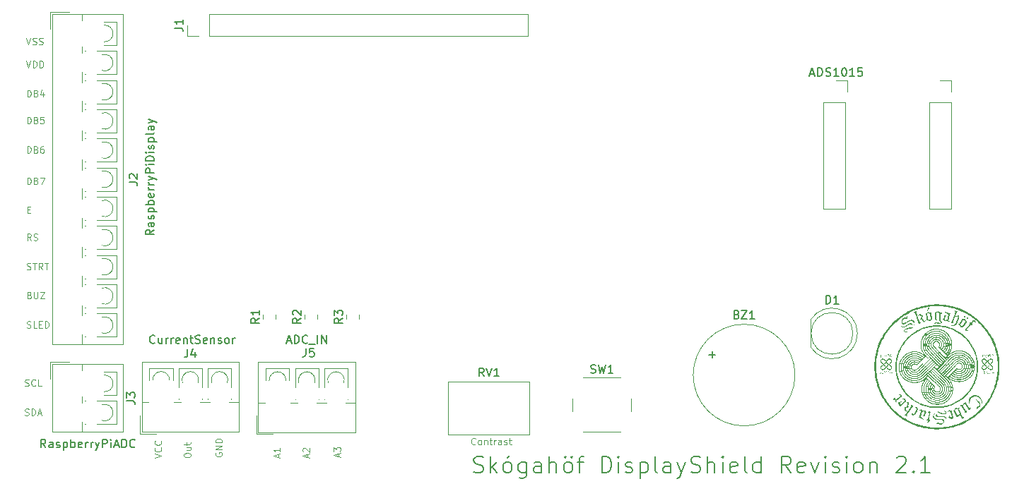
<source format=gbr>
%TF.GenerationSoftware,KiCad,Pcbnew,7.0.11-7.0.11~ubuntu22.04.1*%
%TF.CreationDate,2024-03-21T10:39:11+01:00*%
%TF.ProjectId,displayshield,64697370-6c61-4797-9368-69656c642e6b,rev?*%
%TF.SameCoordinates,Original*%
%TF.FileFunction,Legend,Top*%
%TF.FilePolarity,Positive*%
%FSLAX46Y46*%
G04 Gerber Fmt 4.6, Leading zero omitted, Abs format (unit mm)*
G04 Created by KiCad (PCBNEW 7.0.11-7.0.11~ubuntu22.04.1) date 2024-03-21 10:39:11*
%MOMM*%
%LPD*%
G01*
G04 APERTURE LIST*
%ADD10C,0.100000*%
%ADD11C,0.200000*%
%ADD12C,0.150000*%
%ADD13C,0.120000*%
G04 APERTURE END LIST*
D10*
X161713408Y-111256704D02*
X161675312Y-111294800D01*
X161675312Y-111294800D02*
X161561027Y-111332895D01*
X161561027Y-111332895D02*
X161484836Y-111332895D01*
X161484836Y-111332895D02*
X161370550Y-111294800D01*
X161370550Y-111294800D02*
X161294360Y-111218609D01*
X161294360Y-111218609D02*
X161256265Y-111142419D01*
X161256265Y-111142419D02*
X161218169Y-110990038D01*
X161218169Y-110990038D02*
X161218169Y-110875752D01*
X161218169Y-110875752D02*
X161256265Y-110723371D01*
X161256265Y-110723371D02*
X161294360Y-110647180D01*
X161294360Y-110647180D02*
X161370550Y-110570990D01*
X161370550Y-110570990D02*
X161484836Y-110532895D01*
X161484836Y-110532895D02*
X161561027Y-110532895D01*
X161561027Y-110532895D02*
X161675312Y-110570990D01*
X161675312Y-110570990D02*
X161713408Y-110609085D01*
X162170550Y-111332895D02*
X162094360Y-111294800D01*
X162094360Y-111294800D02*
X162056265Y-111256704D01*
X162056265Y-111256704D02*
X162018169Y-111180514D01*
X162018169Y-111180514D02*
X162018169Y-110951942D01*
X162018169Y-110951942D02*
X162056265Y-110875752D01*
X162056265Y-110875752D02*
X162094360Y-110837657D01*
X162094360Y-110837657D02*
X162170550Y-110799561D01*
X162170550Y-110799561D02*
X162284836Y-110799561D01*
X162284836Y-110799561D02*
X162361027Y-110837657D01*
X162361027Y-110837657D02*
X162399122Y-110875752D01*
X162399122Y-110875752D02*
X162437217Y-110951942D01*
X162437217Y-110951942D02*
X162437217Y-111180514D01*
X162437217Y-111180514D02*
X162399122Y-111256704D01*
X162399122Y-111256704D02*
X162361027Y-111294800D01*
X162361027Y-111294800D02*
X162284836Y-111332895D01*
X162284836Y-111332895D02*
X162170550Y-111332895D01*
X162780075Y-110799561D02*
X162780075Y-111332895D01*
X162780075Y-110875752D02*
X162818170Y-110837657D01*
X162818170Y-110837657D02*
X162894360Y-110799561D01*
X162894360Y-110799561D02*
X163008646Y-110799561D01*
X163008646Y-110799561D02*
X163084837Y-110837657D01*
X163084837Y-110837657D02*
X163122932Y-110913847D01*
X163122932Y-110913847D02*
X163122932Y-111332895D01*
X163389599Y-110799561D02*
X163694361Y-110799561D01*
X163503885Y-110532895D02*
X163503885Y-111218609D01*
X163503885Y-111218609D02*
X163541980Y-111294800D01*
X163541980Y-111294800D02*
X163618170Y-111332895D01*
X163618170Y-111332895D02*
X163694361Y-111332895D01*
X163961028Y-111332895D02*
X163961028Y-110799561D01*
X163961028Y-110951942D02*
X163999123Y-110875752D01*
X163999123Y-110875752D02*
X164037218Y-110837657D01*
X164037218Y-110837657D02*
X164113409Y-110799561D01*
X164113409Y-110799561D02*
X164189599Y-110799561D01*
X164799123Y-111332895D02*
X164799123Y-110913847D01*
X164799123Y-110913847D02*
X164761028Y-110837657D01*
X164761028Y-110837657D02*
X164684837Y-110799561D01*
X164684837Y-110799561D02*
X164532456Y-110799561D01*
X164532456Y-110799561D02*
X164456266Y-110837657D01*
X164799123Y-111294800D02*
X164722932Y-111332895D01*
X164722932Y-111332895D02*
X164532456Y-111332895D01*
X164532456Y-111332895D02*
X164456266Y-111294800D01*
X164456266Y-111294800D02*
X164418170Y-111218609D01*
X164418170Y-111218609D02*
X164418170Y-111142419D01*
X164418170Y-111142419D02*
X164456266Y-111066228D01*
X164456266Y-111066228D02*
X164532456Y-111028133D01*
X164532456Y-111028133D02*
X164722932Y-111028133D01*
X164722932Y-111028133D02*
X164799123Y-110990038D01*
X165141980Y-111294800D02*
X165218171Y-111332895D01*
X165218171Y-111332895D02*
X165370552Y-111332895D01*
X165370552Y-111332895D02*
X165446742Y-111294800D01*
X165446742Y-111294800D02*
X165484838Y-111218609D01*
X165484838Y-111218609D02*
X165484838Y-111180514D01*
X165484838Y-111180514D02*
X165446742Y-111104323D01*
X165446742Y-111104323D02*
X165370552Y-111066228D01*
X165370552Y-111066228D02*
X165256266Y-111066228D01*
X165256266Y-111066228D02*
X165180076Y-111028133D01*
X165180076Y-111028133D02*
X165141980Y-110951942D01*
X165141980Y-110951942D02*
X165141980Y-110913847D01*
X165141980Y-110913847D02*
X165180076Y-110837657D01*
X165180076Y-110837657D02*
X165256266Y-110799561D01*
X165256266Y-110799561D02*
X165370552Y-110799561D01*
X165370552Y-110799561D02*
X165446742Y-110837657D01*
X165713409Y-110799561D02*
X166018171Y-110799561D01*
X165827695Y-110532895D02*
X165827695Y-111218609D01*
X165827695Y-111218609D02*
X165865790Y-111294800D01*
X165865790Y-111294800D02*
X165941980Y-111332895D01*
X165941980Y-111332895D02*
X166018171Y-111332895D01*
X138062848Y-112886028D02*
X138062848Y-112505075D01*
X138291420Y-112962218D02*
X137491420Y-112695551D01*
X137491420Y-112695551D02*
X138291420Y-112428885D01*
X138291420Y-111743171D02*
X138291420Y-112200314D01*
X138291420Y-111971742D02*
X137491420Y-111971742D01*
X137491420Y-111971742D02*
X137605705Y-112047933D01*
X137605705Y-112047933D02*
X137681896Y-112124123D01*
X137681896Y-112124123D02*
X137719991Y-112200314D01*
X145304323Y-112781830D02*
X145304323Y-112400877D01*
X145532895Y-112858020D02*
X144732895Y-112591353D01*
X144732895Y-112591353D02*
X145532895Y-112324687D01*
X144732895Y-112134211D02*
X144732895Y-111638973D01*
X144732895Y-111638973D02*
X145037657Y-111905639D01*
X145037657Y-111905639D02*
X145037657Y-111791354D01*
X145037657Y-111791354D02*
X145075752Y-111715163D01*
X145075752Y-111715163D02*
X145113847Y-111677068D01*
X145113847Y-111677068D02*
X145190038Y-111638973D01*
X145190038Y-111638973D02*
X145380514Y-111638973D01*
X145380514Y-111638973D02*
X145456704Y-111677068D01*
X145456704Y-111677068D02*
X145494800Y-111715163D01*
X145494800Y-111715163D02*
X145532895Y-111791354D01*
X145532895Y-111791354D02*
X145532895Y-112019925D01*
X145532895Y-112019925D02*
X145494800Y-112096116D01*
X145494800Y-112096116D02*
X145456704Y-112134211D01*
X141562848Y-112886028D02*
X141562848Y-112505075D01*
X141791420Y-112962218D02*
X140991420Y-112695551D01*
X140991420Y-112695551D02*
X141791420Y-112428885D01*
X141067610Y-112200314D02*
X141029515Y-112162218D01*
X141029515Y-112162218D02*
X140991420Y-112086028D01*
X140991420Y-112086028D02*
X140991420Y-111895552D01*
X140991420Y-111895552D02*
X141029515Y-111819361D01*
X141029515Y-111819361D02*
X141067610Y-111781266D01*
X141067610Y-111781266D02*
X141143801Y-111743171D01*
X141143801Y-111743171D02*
X141219991Y-111743171D01*
X141219991Y-111743171D02*
X141334277Y-111781266D01*
X141334277Y-111781266D02*
X141791420Y-112238409D01*
X141791420Y-112238409D02*
X141791420Y-111743171D01*
X130570990Y-112324687D02*
X130532895Y-112400877D01*
X130532895Y-112400877D02*
X130532895Y-112515163D01*
X130532895Y-112515163D02*
X130570990Y-112629449D01*
X130570990Y-112629449D02*
X130647180Y-112705639D01*
X130647180Y-112705639D02*
X130723371Y-112743734D01*
X130723371Y-112743734D02*
X130875752Y-112781830D01*
X130875752Y-112781830D02*
X130990038Y-112781830D01*
X130990038Y-112781830D02*
X131142419Y-112743734D01*
X131142419Y-112743734D02*
X131218609Y-112705639D01*
X131218609Y-112705639D02*
X131294800Y-112629449D01*
X131294800Y-112629449D02*
X131332895Y-112515163D01*
X131332895Y-112515163D02*
X131332895Y-112438972D01*
X131332895Y-112438972D02*
X131294800Y-112324687D01*
X131294800Y-112324687D02*
X131256704Y-112286591D01*
X131256704Y-112286591D02*
X130990038Y-112286591D01*
X130990038Y-112286591D02*
X130990038Y-112438972D01*
X131332895Y-111943734D02*
X130532895Y-111943734D01*
X130532895Y-111943734D02*
X131332895Y-111486591D01*
X131332895Y-111486591D02*
X130532895Y-111486591D01*
X131332895Y-111105639D02*
X130532895Y-111105639D01*
X130532895Y-111105639D02*
X130532895Y-110915163D01*
X130532895Y-110915163D02*
X130570990Y-110800877D01*
X130570990Y-110800877D02*
X130647180Y-110724687D01*
X130647180Y-110724687D02*
X130723371Y-110686592D01*
X130723371Y-110686592D02*
X130875752Y-110648496D01*
X130875752Y-110648496D02*
X130990038Y-110648496D01*
X130990038Y-110648496D02*
X131142419Y-110686592D01*
X131142419Y-110686592D02*
X131218609Y-110724687D01*
X131218609Y-110724687D02*
X131294800Y-110800877D01*
X131294800Y-110800877D02*
X131332895Y-110915163D01*
X131332895Y-110915163D02*
X131332895Y-111105639D01*
X126791420Y-112695551D02*
X126791420Y-112543170D01*
X126791420Y-112543170D02*
X126829515Y-112466980D01*
X126829515Y-112466980D02*
X126905705Y-112390789D01*
X126905705Y-112390789D02*
X127058086Y-112352694D01*
X127058086Y-112352694D02*
X127324753Y-112352694D01*
X127324753Y-112352694D02*
X127477134Y-112390789D01*
X127477134Y-112390789D02*
X127553325Y-112466980D01*
X127553325Y-112466980D02*
X127591420Y-112543170D01*
X127591420Y-112543170D02*
X127591420Y-112695551D01*
X127591420Y-112695551D02*
X127553325Y-112771742D01*
X127553325Y-112771742D02*
X127477134Y-112847932D01*
X127477134Y-112847932D02*
X127324753Y-112886028D01*
X127324753Y-112886028D02*
X127058086Y-112886028D01*
X127058086Y-112886028D02*
X126905705Y-112847932D01*
X126905705Y-112847932D02*
X126829515Y-112771742D01*
X126829515Y-112771742D02*
X126791420Y-112695551D01*
X127058086Y-111666980D02*
X127591420Y-111666980D01*
X127058086Y-112009837D02*
X127477134Y-112009837D01*
X127477134Y-112009837D02*
X127553325Y-111971742D01*
X127553325Y-111971742D02*
X127591420Y-111895552D01*
X127591420Y-111895552D02*
X127591420Y-111781266D01*
X127591420Y-111781266D02*
X127553325Y-111705075D01*
X127553325Y-111705075D02*
X127515229Y-111666980D01*
X127058086Y-111400313D02*
X127058086Y-111095551D01*
X126791420Y-111286027D02*
X127477134Y-111286027D01*
X127477134Y-111286027D02*
X127553325Y-111247932D01*
X127553325Y-111247932D02*
X127591420Y-111171742D01*
X127591420Y-111171742D02*
X127591420Y-111095551D01*
X123291420Y-112962218D02*
X124091420Y-112695551D01*
X124091420Y-112695551D02*
X123291420Y-112428885D01*
X124015229Y-111705075D02*
X124053325Y-111743171D01*
X124053325Y-111743171D02*
X124091420Y-111857456D01*
X124091420Y-111857456D02*
X124091420Y-111933647D01*
X124091420Y-111933647D02*
X124053325Y-112047933D01*
X124053325Y-112047933D02*
X123977134Y-112124123D01*
X123977134Y-112124123D02*
X123900944Y-112162218D01*
X123900944Y-112162218D02*
X123748563Y-112200314D01*
X123748563Y-112200314D02*
X123634277Y-112200314D01*
X123634277Y-112200314D02*
X123481896Y-112162218D01*
X123481896Y-112162218D02*
X123405705Y-112124123D01*
X123405705Y-112124123D02*
X123329515Y-112047933D01*
X123329515Y-112047933D02*
X123291420Y-111933647D01*
X123291420Y-111933647D02*
X123291420Y-111857456D01*
X123291420Y-111857456D02*
X123329515Y-111743171D01*
X123329515Y-111743171D02*
X123367610Y-111705075D01*
X124015229Y-110905075D02*
X124053325Y-110943171D01*
X124053325Y-110943171D02*
X124091420Y-111057456D01*
X124091420Y-111057456D02*
X124091420Y-111133647D01*
X124091420Y-111133647D02*
X124053325Y-111247933D01*
X124053325Y-111247933D02*
X123977134Y-111324123D01*
X123977134Y-111324123D02*
X123900944Y-111362218D01*
X123900944Y-111362218D02*
X123748563Y-111400314D01*
X123748563Y-111400314D02*
X123634277Y-111400314D01*
X123634277Y-111400314D02*
X123481896Y-111362218D01*
X123481896Y-111362218D02*
X123405705Y-111324123D01*
X123405705Y-111324123D02*
X123329515Y-111247933D01*
X123329515Y-111247933D02*
X123291420Y-111133647D01*
X123291420Y-111133647D02*
X123291420Y-111057456D01*
X123291420Y-111057456D02*
X123329515Y-110943171D01*
X123329515Y-110943171D02*
X123367610Y-110905075D01*
X107718169Y-107794800D02*
X107832455Y-107832895D01*
X107832455Y-107832895D02*
X108022931Y-107832895D01*
X108022931Y-107832895D02*
X108099122Y-107794800D01*
X108099122Y-107794800D02*
X108137217Y-107756704D01*
X108137217Y-107756704D02*
X108175312Y-107680514D01*
X108175312Y-107680514D02*
X108175312Y-107604323D01*
X108175312Y-107604323D02*
X108137217Y-107528133D01*
X108137217Y-107528133D02*
X108099122Y-107490038D01*
X108099122Y-107490038D02*
X108022931Y-107451942D01*
X108022931Y-107451942D02*
X107870550Y-107413847D01*
X107870550Y-107413847D02*
X107794360Y-107375752D01*
X107794360Y-107375752D02*
X107756265Y-107337657D01*
X107756265Y-107337657D02*
X107718169Y-107261466D01*
X107718169Y-107261466D02*
X107718169Y-107185276D01*
X107718169Y-107185276D02*
X107756265Y-107109085D01*
X107756265Y-107109085D02*
X107794360Y-107070990D01*
X107794360Y-107070990D02*
X107870550Y-107032895D01*
X107870550Y-107032895D02*
X108061027Y-107032895D01*
X108061027Y-107032895D02*
X108175312Y-107070990D01*
X108518170Y-107832895D02*
X108518170Y-107032895D01*
X108518170Y-107032895D02*
X108708646Y-107032895D01*
X108708646Y-107032895D02*
X108822932Y-107070990D01*
X108822932Y-107070990D02*
X108899122Y-107147180D01*
X108899122Y-107147180D02*
X108937217Y-107223371D01*
X108937217Y-107223371D02*
X108975313Y-107375752D01*
X108975313Y-107375752D02*
X108975313Y-107490038D01*
X108975313Y-107490038D02*
X108937217Y-107642419D01*
X108937217Y-107642419D02*
X108899122Y-107718609D01*
X108899122Y-107718609D02*
X108822932Y-107794800D01*
X108822932Y-107794800D02*
X108708646Y-107832895D01*
X108708646Y-107832895D02*
X108518170Y-107832895D01*
X109280074Y-107604323D02*
X109661027Y-107604323D01*
X109203884Y-107832895D02*
X109470551Y-107032895D01*
X109470551Y-107032895D02*
X109737217Y-107832895D01*
X107718169Y-104294800D02*
X107832455Y-104332895D01*
X107832455Y-104332895D02*
X108022931Y-104332895D01*
X108022931Y-104332895D02*
X108099122Y-104294800D01*
X108099122Y-104294800D02*
X108137217Y-104256704D01*
X108137217Y-104256704D02*
X108175312Y-104180514D01*
X108175312Y-104180514D02*
X108175312Y-104104323D01*
X108175312Y-104104323D02*
X108137217Y-104028133D01*
X108137217Y-104028133D02*
X108099122Y-103990038D01*
X108099122Y-103990038D02*
X108022931Y-103951942D01*
X108022931Y-103951942D02*
X107870550Y-103913847D01*
X107870550Y-103913847D02*
X107794360Y-103875752D01*
X107794360Y-103875752D02*
X107756265Y-103837657D01*
X107756265Y-103837657D02*
X107718169Y-103761466D01*
X107718169Y-103761466D02*
X107718169Y-103685276D01*
X107718169Y-103685276D02*
X107756265Y-103609085D01*
X107756265Y-103609085D02*
X107794360Y-103570990D01*
X107794360Y-103570990D02*
X107870550Y-103532895D01*
X107870550Y-103532895D02*
X108061027Y-103532895D01*
X108061027Y-103532895D02*
X108175312Y-103570990D01*
X108975313Y-104256704D02*
X108937217Y-104294800D01*
X108937217Y-104294800D02*
X108822932Y-104332895D01*
X108822932Y-104332895D02*
X108746741Y-104332895D01*
X108746741Y-104332895D02*
X108632455Y-104294800D01*
X108632455Y-104294800D02*
X108556265Y-104218609D01*
X108556265Y-104218609D02*
X108518170Y-104142419D01*
X108518170Y-104142419D02*
X108480074Y-103990038D01*
X108480074Y-103990038D02*
X108480074Y-103875752D01*
X108480074Y-103875752D02*
X108518170Y-103723371D01*
X108518170Y-103723371D02*
X108556265Y-103647180D01*
X108556265Y-103647180D02*
X108632455Y-103570990D01*
X108632455Y-103570990D02*
X108746741Y-103532895D01*
X108746741Y-103532895D02*
X108822932Y-103532895D01*
X108822932Y-103532895D02*
X108937217Y-103570990D01*
X108937217Y-103570990D02*
X108975313Y-103609085D01*
X109699122Y-104332895D02*
X109318170Y-104332895D01*
X109318170Y-104332895D02*
X109318170Y-103532895D01*
X108272931Y-93413847D02*
X108387217Y-93451942D01*
X108387217Y-93451942D02*
X108425312Y-93490038D01*
X108425312Y-93490038D02*
X108463408Y-93566228D01*
X108463408Y-93566228D02*
X108463408Y-93680514D01*
X108463408Y-93680514D02*
X108425312Y-93756704D01*
X108425312Y-93756704D02*
X108387217Y-93794800D01*
X108387217Y-93794800D02*
X108311027Y-93832895D01*
X108311027Y-93832895D02*
X108006265Y-93832895D01*
X108006265Y-93832895D02*
X108006265Y-93032895D01*
X108006265Y-93032895D02*
X108272931Y-93032895D01*
X108272931Y-93032895D02*
X108349122Y-93070990D01*
X108349122Y-93070990D02*
X108387217Y-93109085D01*
X108387217Y-93109085D02*
X108425312Y-93185276D01*
X108425312Y-93185276D02*
X108425312Y-93261466D01*
X108425312Y-93261466D02*
X108387217Y-93337657D01*
X108387217Y-93337657D02*
X108349122Y-93375752D01*
X108349122Y-93375752D02*
X108272931Y-93413847D01*
X108272931Y-93413847D02*
X108006265Y-93413847D01*
X108806265Y-93032895D02*
X108806265Y-93680514D01*
X108806265Y-93680514D02*
X108844360Y-93756704D01*
X108844360Y-93756704D02*
X108882455Y-93794800D01*
X108882455Y-93794800D02*
X108958646Y-93832895D01*
X108958646Y-93832895D02*
X109111027Y-93832895D01*
X109111027Y-93832895D02*
X109187217Y-93794800D01*
X109187217Y-93794800D02*
X109225312Y-93756704D01*
X109225312Y-93756704D02*
X109263408Y-93680514D01*
X109263408Y-93680514D02*
X109263408Y-93032895D01*
X109568169Y-93032895D02*
X110101503Y-93032895D01*
X110101503Y-93032895D02*
X109568169Y-93832895D01*
X109568169Y-93832895D02*
X110101503Y-93832895D01*
X107968169Y-97294800D02*
X108082455Y-97332895D01*
X108082455Y-97332895D02*
X108272931Y-97332895D01*
X108272931Y-97332895D02*
X108349122Y-97294800D01*
X108349122Y-97294800D02*
X108387217Y-97256704D01*
X108387217Y-97256704D02*
X108425312Y-97180514D01*
X108425312Y-97180514D02*
X108425312Y-97104323D01*
X108425312Y-97104323D02*
X108387217Y-97028133D01*
X108387217Y-97028133D02*
X108349122Y-96990038D01*
X108349122Y-96990038D02*
X108272931Y-96951942D01*
X108272931Y-96951942D02*
X108120550Y-96913847D01*
X108120550Y-96913847D02*
X108044360Y-96875752D01*
X108044360Y-96875752D02*
X108006265Y-96837657D01*
X108006265Y-96837657D02*
X107968169Y-96761466D01*
X107968169Y-96761466D02*
X107968169Y-96685276D01*
X107968169Y-96685276D02*
X108006265Y-96609085D01*
X108006265Y-96609085D02*
X108044360Y-96570990D01*
X108044360Y-96570990D02*
X108120550Y-96532895D01*
X108120550Y-96532895D02*
X108311027Y-96532895D01*
X108311027Y-96532895D02*
X108425312Y-96570990D01*
X109149122Y-97332895D02*
X108768170Y-97332895D01*
X108768170Y-97332895D02*
X108768170Y-96532895D01*
X109415789Y-96913847D02*
X109682455Y-96913847D01*
X109796741Y-97332895D02*
X109415789Y-97332895D01*
X109415789Y-97332895D02*
X109415789Y-96532895D01*
X109415789Y-96532895D02*
X109796741Y-96532895D01*
X110139599Y-97332895D02*
X110139599Y-96532895D01*
X110139599Y-96532895D02*
X110330075Y-96532895D01*
X110330075Y-96532895D02*
X110444361Y-96570990D01*
X110444361Y-96570990D02*
X110520551Y-96647180D01*
X110520551Y-96647180D02*
X110558646Y-96723371D01*
X110558646Y-96723371D02*
X110596742Y-96875752D01*
X110596742Y-96875752D02*
X110596742Y-96990038D01*
X110596742Y-96990038D02*
X110558646Y-97142419D01*
X110558646Y-97142419D02*
X110520551Y-97218609D01*
X110520551Y-97218609D02*
X110444361Y-97294800D01*
X110444361Y-97294800D02*
X110330075Y-97332895D01*
X110330075Y-97332895D02*
X110139599Y-97332895D01*
X107968169Y-90294800D02*
X108082455Y-90332895D01*
X108082455Y-90332895D02*
X108272931Y-90332895D01*
X108272931Y-90332895D02*
X108349122Y-90294800D01*
X108349122Y-90294800D02*
X108387217Y-90256704D01*
X108387217Y-90256704D02*
X108425312Y-90180514D01*
X108425312Y-90180514D02*
X108425312Y-90104323D01*
X108425312Y-90104323D02*
X108387217Y-90028133D01*
X108387217Y-90028133D02*
X108349122Y-89990038D01*
X108349122Y-89990038D02*
X108272931Y-89951942D01*
X108272931Y-89951942D02*
X108120550Y-89913847D01*
X108120550Y-89913847D02*
X108044360Y-89875752D01*
X108044360Y-89875752D02*
X108006265Y-89837657D01*
X108006265Y-89837657D02*
X107968169Y-89761466D01*
X107968169Y-89761466D02*
X107968169Y-89685276D01*
X107968169Y-89685276D02*
X108006265Y-89609085D01*
X108006265Y-89609085D02*
X108044360Y-89570990D01*
X108044360Y-89570990D02*
X108120550Y-89532895D01*
X108120550Y-89532895D02*
X108311027Y-89532895D01*
X108311027Y-89532895D02*
X108425312Y-89570990D01*
X108653884Y-89532895D02*
X109111027Y-89532895D01*
X108882455Y-90332895D02*
X108882455Y-89532895D01*
X109834837Y-90332895D02*
X109568170Y-89951942D01*
X109377694Y-90332895D02*
X109377694Y-89532895D01*
X109377694Y-89532895D02*
X109682456Y-89532895D01*
X109682456Y-89532895D02*
X109758646Y-89570990D01*
X109758646Y-89570990D02*
X109796741Y-89609085D01*
X109796741Y-89609085D02*
X109834837Y-89685276D01*
X109834837Y-89685276D02*
X109834837Y-89799561D01*
X109834837Y-89799561D02*
X109796741Y-89875752D01*
X109796741Y-89875752D02*
X109758646Y-89913847D01*
X109758646Y-89913847D02*
X109682456Y-89951942D01*
X109682456Y-89951942D02*
X109377694Y-89951942D01*
X110063408Y-89532895D02*
X110520551Y-89532895D01*
X110291979Y-90332895D02*
X110291979Y-89532895D01*
X108006265Y-80082895D02*
X108006265Y-79282895D01*
X108006265Y-79282895D02*
X108196741Y-79282895D01*
X108196741Y-79282895D02*
X108311027Y-79320990D01*
X108311027Y-79320990D02*
X108387217Y-79397180D01*
X108387217Y-79397180D02*
X108425312Y-79473371D01*
X108425312Y-79473371D02*
X108463408Y-79625752D01*
X108463408Y-79625752D02*
X108463408Y-79740038D01*
X108463408Y-79740038D02*
X108425312Y-79892419D01*
X108425312Y-79892419D02*
X108387217Y-79968609D01*
X108387217Y-79968609D02*
X108311027Y-80044800D01*
X108311027Y-80044800D02*
X108196741Y-80082895D01*
X108196741Y-80082895D02*
X108006265Y-80082895D01*
X109072931Y-79663847D02*
X109187217Y-79701942D01*
X109187217Y-79701942D02*
X109225312Y-79740038D01*
X109225312Y-79740038D02*
X109263408Y-79816228D01*
X109263408Y-79816228D02*
X109263408Y-79930514D01*
X109263408Y-79930514D02*
X109225312Y-80006704D01*
X109225312Y-80006704D02*
X109187217Y-80044800D01*
X109187217Y-80044800D02*
X109111027Y-80082895D01*
X109111027Y-80082895D02*
X108806265Y-80082895D01*
X108806265Y-80082895D02*
X108806265Y-79282895D01*
X108806265Y-79282895D02*
X109072931Y-79282895D01*
X109072931Y-79282895D02*
X109149122Y-79320990D01*
X109149122Y-79320990D02*
X109187217Y-79359085D01*
X109187217Y-79359085D02*
X109225312Y-79435276D01*
X109225312Y-79435276D02*
X109225312Y-79511466D01*
X109225312Y-79511466D02*
X109187217Y-79587657D01*
X109187217Y-79587657D02*
X109149122Y-79625752D01*
X109149122Y-79625752D02*
X109072931Y-79663847D01*
X109072931Y-79663847D02*
X108806265Y-79663847D01*
X109530074Y-79282895D02*
X110063408Y-79282895D01*
X110063408Y-79282895D02*
X109720550Y-80082895D01*
X108006265Y-83163847D02*
X108272931Y-83163847D01*
X108387217Y-83582895D02*
X108006265Y-83582895D01*
X108006265Y-83582895D02*
X108006265Y-82782895D01*
X108006265Y-82782895D02*
X108387217Y-82782895D01*
X108463408Y-86832895D02*
X108196741Y-86451942D01*
X108006265Y-86832895D02*
X108006265Y-86032895D01*
X108006265Y-86032895D02*
X108311027Y-86032895D01*
X108311027Y-86032895D02*
X108387217Y-86070990D01*
X108387217Y-86070990D02*
X108425312Y-86109085D01*
X108425312Y-86109085D02*
X108463408Y-86185276D01*
X108463408Y-86185276D02*
X108463408Y-86299561D01*
X108463408Y-86299561D02*
X108425312Y-86375752D01*
X108425312Y-86375752D02*
X108387217Y-86413847D01*
X108387217Y-86413847D02*
X108311027Y-86451942D01*
X108311027Y-86451942D02*
X108006265Y-86451942D01*
X108768169Y-86794800D02*
X108882455Y-86832895D01*
X108882455Y-86832895D02*
X109072931Y-86832895D01*
X109072931Y-86832895D02*
X109149122Y-86794800D01*
X109149122Y-86794800D02*
X109187217Y-86756704D01*
X109187217Y-86756704D02*
X109225312Y-86680514D01*
X109225312Y-86680514D02*
X109225312Y-86604323D01*
X109225312Y-86604323D02*
X109187217Y-86528133D01*
X109187217Y-86528133D02*
X109149122Y-86490038D01*
X109149122Y-86490038D02*
X109072931Y-86451942D01*
X109072931Y-86451942D02*
X108920550Y-86413847D01*
X108920550Y-86413847D02*
X108844360Y-86375752D01*
X108844360Y-86375752D02*
X108806265Y-86337657D01*
X108806265Y-86337657D02*
X108768169Y-86261466D01*
X108768169Y-86261466D02*
X108768169Y-86185276D01*
X108768169Y-86185276D02*
X108806265Y-86109085D01*
X108806265Y-86109085D02*
X108844360Y-86070990D01*
X108844360Y-86070990D02*
X108920550Y-86032895D01*
X108920550Y-86032895D02*
X109111027Y-86032895D01*
X109111027Y-86032895D02*
X109225312Y-86070990D01*
X108006265Y-72832895D02*
X108006265Y-72032895D01*
X108006265Y-72032895D02*
X108196741Y-72032895D01*
X108196741Y-72032895D02*
X108311027Y-72070990D01*
X108311027Y-72070990D02*
X108387217Y-72147180D01*
X108387217Y-72147180D02*
X108425312Y-72223371D01*
X108425312Y-72223371D02*
X108463408Y-72375752D01*
X108463408Y-72375752D02*
X108463408Y-72490038D01*
X108463408Y-72490038D02*
X108425312Y-72642419D01*
X108425312Y-72642419D02*
X108387217Y-72718609D01*
X108387217Y-72718609D02*
X108311027Y-72794800D01*
X108311027Y-72794800D02*
X108196741Y-72832895D01*
X108196741Y-72832895D02*
X108006265Y-72832895D01*
X109072931Y-72413847D02*
X109187217Y-72451942D01*
X109187217Y-72451942D02*
X109225312Y-72490038D01*
X109225312Y-72490038D02*
X109263408Y-72566228D01*
X109263408Y-72566228D02*
X109263408Y-72680514D01*
X109263408Y-72680514D02*
X109225312Y-72756704D01*
X109225312Y-72756704D02*
X109187217Y-72794800D01*
X109187217Y-72794800D02*
X109111027Y-72832895D01*
X109111027Y-72832895D02*
X108806265Y-72832895D01*
X108806265Y-72832895D02*
X108806265Y-72032895D01*
X108806265Y-72032895D02*
X109072931Y-72032895D01*
X109072931Y-72032895D02*
X109149122Y-72070990D01*
X109149122Y-72070990D02*
X109187217Y-72109085D01*
X109187217Y-72109085D02*
X109225312Y-72185276D01*
X109225312Y-72185276D02*
X109225312Y-72261466D01*
X109225312Y-72261466D02*
X109187217Y-72337657D01*
X109187217Y-72337657D02*
X109149122Y-72375752D01*
X109149122Y-72375752D02*
X109072931Y-72413847D01*
X109072931Y-72413847D02*
X108806265Y-72413847D01*
X109987217Y-72032895D02*
X109606265Y-72032895D01*
X109606265Y-72032895D02*
X109568169Y-72413847D01*
X109568169Y-72413847D02*
X109606265Y-72375752D01*
X109606265Y-72375752D02*
X109682455Y-72337657D01*
X109682455Y-72337657D02*
X109872931Y-72337657D01*
X109872931Y-72337657D02*
X109949122Y-72375752D01*
X109949122Y-72375752D02*
X109987217Y-72413847D01*
X109987217Y-72413847D02*
X110025312Y-72490038D01*
X110025312Y-72490038D02*
X110025312Y-72680514D01*
X110025312Y-72680514D02*
X109987217Y-72756704D01*
X109987217Y-72756704D02*
X109949122Y-72794800D01*
X109949122Y-72794800D02*
X109872931Y-72832895D01*
X109872931Y-72832895D02*
X109682455Y-72832895D01*
X109682455Y-72832895D02*
X109606265Y-72794800D01*
X109606265Y-72794800D02*
X109568169Y-72756704D01*
X108006265Y-76332895D02*
X108006265Y-75532895D01*
X108006265Y-75532895D02*
X108196741Y-75532895D01*
X108196741Y-75532895D02*
X108311027Y-75570990D01*
X108311027Y-75570990D02*
X108387217Y-75647180D01*
X108387217Y-75647180D02*
X108425312Y-75723371D01*
X108425312Y-75723371D02*
X108463408Y-75875752D01*
X108463408Y-75875752D02*
X108463408Y-75990038D01*
X108463408Y-75990038D02*
X108425312Y-76142419D01*
X108425312Y-76142419D02*
X108387217Y-76218609D01*
X108387217Y-76218609D02*
X108311027Y-76294800D01*
X108311027Y-76294800D02*
X108196741Y-76332895D01*
X108196741Y-76332895D02*
X108006265Y-76332895D01*
X109072931Y-75913847D02*
X109187217Y-75951942D01*
X109187217Y-75951942D02*
X109225312Y-75990038D01*
X109225312Y-75990038D02*
X109263408Y-76066228D01*
X109263408Y-76066228D02*
X109263408Y-76180514D01*
X109263408Y-76180514D02*
X109225312Y-76256704D01*
X109225312Y-76256704D02*
X109187217Y-76294800D01*
X109187217Y-76294800D02*
X109111027Y-76332895D01*
X109111027Y-76332895D02*
X108806265Y-76332895D01*
X108806265Y-76332895D02*
X108806265Y-75532895D01*
X108806265Y-75532895D02*
X109072931Y-75532895D01*
X109072931Y-75532895D02*
X109149122Y-75570990D01*
X109149122Y-75570990D02*
X109187217Y-75609085D01*
X109187217Y-75609085D02*
X109225312Y-75685276D01*
X109225312Y-75685276D02*
X109225312Y-75761466D01*
X109225312Y-75761466D02*
X109187217Y-75837657D01*
X109187217Y-75837657D02*
X109149122Y-75875752D01*
X109149122Y-75875752D02*
X109072931Y-75913847D01*
X109072931Y-75913847D02*
X108806265Y-75913847D01*
X109949122Y-75532895D02*
X109796741Y-75532895D01*
X109796741Y-75532895D02*
X109720550Y-75570990D01*
X109720550Y-75570990D02*
X109682455Y-75609085D01*
X109682455Y-75609085D02*
X109606265Y-75723371D01*
X109606265Y-75723371D02*
X109568169Y-75875752D01*
X109568169Y-75875752D02*
X109568169Y-76180514D01*
X109568169Y-76180514D02*
X109606265Y-76256704D01*
X109606265Y-76256704D02*
X109644360Y-76294800D01*
X109644360Y-76294800D02*
X109720550Y-76332895D01*
X109720550Y-76332895D02*
X109872931Y-76332895D01*
X109872931Y-76332895D02*
X109949122Y-76294800D01*
X109949122Y-76294800D02*
X109987217Y-76256704D01*
X109987217Y-76256704D02*
X110025312Y-76180514D01*
X110025312Y-76180514D02*
X110025312Y-75990038D01*
X110025312Y-75990038D02*
X109987217Y-75913847D01*
X109987217Y-75913847D02*
X109949122Y-75875752D01*
X109949122Y-75875752D02*
X109872931Y-75837657D01*
X109872931Y-75837657D02*
X109720550Y-75837657D01*
X109720550Y-75837657D02*
X109644360Y-75875752D01*
X109644360Y-75875752D02*
X109606265Y-75913847D01*
X109606265Y-75913847D02*
X109568169Y-75990038D01*
X108006265Y-69582895D02*
X108006265Y-68782895D01*
X108006265Y-68782895D02*
X108196741Y-68782895D01*
X108196741Y-68782895D02*
X108311027Y-68820990D01*
X108311027Y-68820990D02*
X108387217Y-68897180D01*
X108387217Y-68897180D02*
X108425312Y-68973371D01*
X108425312Y-68973371D02*
X108463408Y-69125752D01*
X108463408Y-69125752D02*
X108463408Y-69240038D01*
X108463408Y-69240038D02*
X108425312Y-69392419D01*
X108425312Y-69392419D02*
X108387217Y-69468609D01*
X108387217Y-69468609D02*
X108311027Y-69544800D01*
X108311027Y-69544800D02*
X108196741Y-69582895D01*
X108196741Y-69582895D02*
X108006265Y-69582895D01*
X109072931Y-69163847D02*
X109187217Y-69201942D01*
X109187217Y-69201942D02*
X109225312Y-69240038D01*
X109225312Y-69240038D02*
X109263408Y-69316228D01*
X109263408Y-69316228D02*
X109263408Y-69430514D01*
X109263408Y-69430514D02*
X109225312Y-69506704D01*
X109225312Y-69506704D02*
X109187217Y-69544800D01*
X109187217Y-69544800D02*
X109111027Y-69582895D01*
X109111027Y-69582895D02*
X108806265Y-69582895D01*
X108806265Y-69582895D02*
X108806265Y-68782895D01*
X108806265Y-68782895D02*
X109072931Y-68782895D01*
X109072931Y-68782895D02*
X109149122Y-68820990D01*
X109149122Y-68820990D02*
X109187217Y-68859085D01*
X109187217Y-68859085D02*
X109225312Y-68935276D01*
X109225312Y-68935276D02*
X109225312Y-69011466D01*
X109225312Y-69011466D02*
X109187217Y-69087657D01*
X109187217Y-69087657D02*
X109149122Y-69125752D01*
X109149122Y-69125752D02*
X109072931Y-69163847D01*
X109072931Y-69163847D02*
X108806265Y-69163847D01*
X109949122Y-69049561D02*
X109949122Y-69582895D01*
X109758646Y-68744800D02*
X109568169Y-69316228D01*
X109568169Y-69316228D02*
X110063408Y-69316228D01*
X107891979Y-65282895D02*
X108158646Y-66082895D01*
X108158646Y-66082895D02*
X108425312Y-65282895D01*
X108691979Y-66082895D02*
X108691979Y-65282895D01*
X108691979Y-65282895D02*
X108882455Y-65282895D01*
X108882455Y-65282895D02*
X108996741Y-65320990D01*
X108996741Y-65320990D02*
X109072931Y-65397180D01*
X109072931Y-65397180D02*
X109111026Y-65473371D01*
X109111026Y-65473371D02*
X109149122Y-65625752D01*
X109149122Y-65625752D02*
X109149122Y-65740038D01*
X109149122Y-65740038D02*
X109111026Y-65892419D01*
X109111026Y-65892419D02*
X109072931Y-65968609D01*
X109072931Y-65968609D02*
X108996741Y-66044800D01*
X108996741Y-66044800D02*
X108882455Y-66082895D01*
X108882455Y-66082895D02*
X108691979Y-66082895D01*
X109491979Y-66082895D02*
X109491979Y-65282895D01*
X109491979Y-65282895D02*
X109682455Y-65282895D01*
X109682455Y-65282895D02*
X109796741Y-65320990D01*
X109796741Y-65320990D02*
X109872931Y-65397180D01*
X109872931Y-65397180D02*
X109911026Y-65473371D01*
X109911026Y-65473371D02*
X109949122Y-65625752D01*
X109949122Y-65625752D02*
X109949122Y-65740038D01*
X109949122Y-65740038D02*
X109911026Y-65892419D01*
X109911026Y-65892419D02*
X109872931Y-65968609D01*
X109872931Y-65968609D02*
X109796741Y-66044800D01*
X109796741Y-66044800D02*
X109682455Y-66082895D01*
X109682455Y-66082895D02*
X109491979Y-66082895D01*
X107891979Y-62532895D02*
X108158646Y-63332895D01*
X108158646Y-63332895D02*
X108425312Y-62532895D01*
X108653883Y-63294800D02*
X108768169Y-63332895D01*
X108768169Y-63332895D02*
X108958645Y-63332895D01*
X108958645Y-63332895D02*
X109034836Y-63294800D01*
X109034836Y-63294800D02*
X109072931Y-63256704D01*
X109072931Y-63256704D02*
X109111026Y-63180514D01*
X109111026Y-63180514D02*
X109111026Y-63104323D01*
X109111026Y-63104323D02*
X109072931Y-63028133D01*
X109072931Y-63028133D02*
X109034836Y-62990038D01*
X109034836Y-62990038D02*
X108958645Y-62951942D01*
X108958645Y-62951942D02*
X108806264Y-62913847D01*
X108806264Y-62913847D02*
X108730074Y-62875752D01*
X108730074Y-62875752D02*
X108691979Y-62837657D01*
X108691979Y-62837657D02*
X108653883Y-62761466D01*
X108653883Y-62761466D02*
X108653883Y-62685276D01*
X108653883Y-62685276D02*
X108691979Y-62609085D01*
X108691979Y-62609085D02*
X108730074Y-62570990D01*
X108730074Y-62570990D02*
X108806264Y-62532895D01*
X108806264Y-62532895D02*
X108996741Y-62532895D01*
X108996741Y-62532895D02*
X109111026Y-62570990D01*
X109415788Y-63294800D02*
X109530074Y-63332895D01*
X109530074Y-63332895D02*
X109720550Y-63332895D01*
X109720550Y-63332895D02*
X109796741Y-63294800D01*
X109796741Y-63294800D02*
X109834836Y-63256704D01*
X109834836Y-63256704D02*
X109872931Y-63180514D01*
X109872931Y-63180514D02*
X109872931Y-63104323D01*
X109872931Y-63104323D02*
X109834836Y-63028133D01*
X109834836Y-63028133D02*
X109796741Y-62990038D01*
X109796741Y-62990038D02*
X109720550Y-62951942D01*
X109720550Y-62951942D02*
X109568169Y-62913847D01*
X109568169Y-62913847D02*
X109491979Y-62875752D01*
X109491979Y-62875752D02*
X109453884Y-62837657D01*
X109453884Y-62837657D02*
X109415788Y-62761466D01*
X109415788Y-62761466D02*
X109415788Y-62685276D01*
X109415788Y-62685276D02*
X109453884Y-62609085D01*
X109453884Y-62609085D02*
X109491979Y-62570990D01*
X109491979Y-62570990D02*
X109568169Y-62532895D01*
X109568169Y-62532895D02*
X109758646Y-62532895D01*
X109758646Y-62532895D02*
X109872931Y-62570990D01*
D11*
X161512530Y-114649600D02*
X161798244Y-114744838D01*
X161798244Y-114744838D02*
X162274435Y-114744838D01*
X162274435Y-114744838D02*
X162464911Y-114649600D01*
X162464911Y-114649600D02*
X162560149Y-114554361D01*
X162560149Y-114554361D02*
X162655387Y-114363885D01*
X162655387Y-114363885D02*
X162655387Y-114173409D01*
X162655387Y-114173409D02*
X162560149Y-113982933D01*
X162560149Y-113982933D02*
X162464911Y-113887695D01*
X162464911Y-113887695D02*
X162274435Y-113792457D01*
X162274435Y-113792457D02*
X161893482Y-113697219D01*
X161893482Y-113697219D02*
X161703006Y-113601980D01*
X161703006Y-113601980D02*
X161607768Y-113506742D01*
X161607768Y-113506742D02*
X161512530Y-113316266D01*
X161512530Y-113316266D02*
X161512530Y-113125790D01*
X161512530Y-113125790D02*
X161607768Y-112935314D01*
X161607768Y-112935314D02*
X161703006Y-112840076D01*
X161703006Y-112840076D02*
X161893482Y-112744838D01*
X161893482Y-112744838D02*
X162369673Y-112744838D01*
X162369673Y-112744838D02*
X162655387Y-112840076D01*
X163512530Y-114744838D02*
X163512530Y-112744838D01*
X163703006Y-113982933D02*
X164274435Y-114744838D01*
X164274435Y-113411504D02*
X163512530Y-114173409D01*
X165417292Y-114744838D02*
X165226816Y-114649600D01*
X165226816Y-114649600D02*
X165131578Y-114554361D01*
X165131578Y-114554361D02*
X165036340Y-114363885D01*
X165036340Y-114363885D02*
X165036340Y-113792457D01*
X165036340Y-113792457D02*
X165131578Y-113601980D01*
X165131578Y-113601980D02*
X165226816Y-113506742D01*
X165226816Y-113506742D02*
X165417292Y-113411504D01*
X165417292Y-113411504D02*
X165703007Y-113411504D01*
X165703007Y-113411504D02*
X165893483Y-113506742D01*
X165893483Y-113506742D02*
X165988721Y-113601980D01*
X165988721Y-113601980D02*
X166083959Y-113792457D01*
X166083959Y-113792457D02*
X166083959Y-114363885D01*
X166083959Y-114363885D02*
X165988721Y-114554361D01*
X165988721Y-114554361D02*
X165893483Y-114649600D01*
X165893483Y-114649600D02*
X165703007Y-114744838D01*
X165703007Y-114744838D02*
X165417292Y-114744838D01*
X165798245Y-112649600D02*
X165512530Y-112935314D01*
X167798245Y-113411504D02*
X167798245Y-115030552D01*
X167798245Y-115030552D02*
X167703007Y-115221028D01*
X167703007Y-115221028D02*
X167607769Y-115316266D01*
X167607769Y-115316266D02*
X167417292Y-115411504D01*
X167417292Y-115411504D02*
X167131578Y-115411504D01*
X167131578Y-115411504D02*
X166941102Y-115316266D01*
X167798245Y-114649600D02*
X167607769Y-114744838D01*
X167607769Y-114744838D02*
X167226816Y-114744838D01*
X167226816Y-114744838D02*
X167036340Y-114649600D01*
X167036340Y-114649600D02*
X166941102Y-114554361D01*
X166941102Y-114554361D02*
X166845864Y-114363885D01*
X166845864Y-114363885D02*
X166845864Y-113792457D01*
X166845864Y-113792457D02*
X166941102Y-113601980D01*
X166941102Y-113601980D02*
X167036340Y-113506742D01*
X167036340Y-113506742D02*
X167226816Y-113411504D01*
X167226816Y-113411504D02*
X167607769Y-113411504D01*
X167607769Y-113411504D02*
X167798245Y-113506742D01*
X169607769Y-114744838D02*
X169607769Y-113697219D01*
X169607769Y-113697219D02*
X169512531Y-113506742D01*
X169512531Y-113506742D02*
X169322055Y-113411504D01*
X169322055Y-113411504D02*
X168941102Y-113411504D01*
X168941102Y-113411504D02*
X168750626Y-113506742D01*
X169607769Y-114649600D02*
X169417293Y-114744838D01*
X169417293Y-114744838D02*
X168941102Y-114744838D01*
X168941102Y-114744838D02*
X168750626Y-114649600D01*
X168750626Y-114649600D02*
X168655388Y-114459123D01*
X168655388Y-114459123D02*
X168655388Y-114268647D01*
X168655388Y-114268647D02*
X168750626Y-114078171D01*
X168750626Y-114078171D02*
X168941102Y-113982933D01*
X168941102Y-113982933D02*
X169417293Y-113982933D01*
X169417293Y-113982933D02*
X169607769Y-113887695D01*
X170560150Y-114744838D02*
X170560150Y-112744838D01*
X171417293Y-114744838D02*
X171417293Y-113697219D01*
X171417293Y-113697219D02*
X171322055Y-113506742D01*
X171322055Y-113506742D02*
X171131579Y-113411504D01*
X171131579Y-113411504D02*
X170845864Y-113411504D01*
X170845864Y-113411504D02*
X170655388Y-113506742D01*
X170655388Y-113506742D02*
X170560150Y-113601980D01*
X172655388Y-114744838D02*
X172464912Y-114649600D01*
X172464912Y-114649600D02*
X172369674Y-114554361D01*
X172369674Y-114554361D02*
X172274436Y-114363885D01*
X172274436Y-114363885D02*
X172274436Y-113792457D01*
X172274436Y-113792457D02*
X172369674Y-113601980D01*
X172369674Y-113601980D02*
X172464912Y-113506742D01*
X172464912Y-113506742D02*
X172655388Y-113411504D01*
X172655388Y-113411504D02*
X172941103Y-113411504D01*
X172941103Y-113411504D02*
X173131579Y-113506742D01*
X173131579Y-113506742D02*
X173226817Y-113601980D01*
X173226817Y-113601980D02*
X173322055Y-113792457D01*
X173322055Y-113792457D02*
X173322055Y-114363885D01*
X173322055Y-114363885D02*
X173226817Y-114554361D01*
X173226817Y-114554361D02*
X173131579Y-114649600D01*
X173131579Y-114649600D02*
X172941103Y-114744838D01*
X172941103Y-114744838D02*
X172655388Y-114744838D01*
X172464912Y-112744838D02*
X172560150Y-112840076D01*
X172560150Y-112840076D02*
X172464912Y-112935314D01*
X172464912Y-112935314D02*
X172369674Y-112840076D01*
X172369674Y-112840076D02*
X172464912Y-112744838D01*
X172464912Y-112744838D02*
X172464912Y-112935314D01*
X173226817Y-112744838D02*
X173322055Y-112840076D01*
X173322055Y-112840076D02*
X173226817Y-112935314D01*
X173226817Y-112935314D02*
X173131579Y-112840076D01*
X173131579Y-112840076D02*
X173226817Y-112744838D01*
X173226817Y-112744838D02*
X173226817Y-112935314D01*
X173893484Y-113411504D02*
X174655388Y-113411504D01*
X174179198Y-114744838D02*
X174179198Y-113030552D01*
X174179198Y-113030552D02*
X174274436Y-112840076D01*
X174274436Y-112840076D02*
X174464912Y-112744838D01*
X174464912Y-112744838D02*
X174655388Y-112744838D01*
X176845865Y-114744838D02*
X176845865Y-112744838D01*
X176845865Y-112744838D02*
X177322055Y-112744838D01*
X177322055Y-112744838D02*
X177607770Y-112840076D01*
X177607770Y-112840076D02*
X177798246Y-113030552D01*
X177798246Y-113030552D02*
X177893484Y-113221028D01*
X177893484Y-113221028D02*
X177988722Y-113601980D01*
X177988722Y-113601980D02*
X177988722Y-113887695D01*
X177988722Y-113887695D02*
X177893484Y-114268647D01*
X177893484Y-114268647D02*
X177798246Y-114459123D01*
X177798246Y-114459123D02*
X177607770Y-114649600D01*
X177607770Y-114649600D02*
X177322055Y-114744838D01*
X177322055Y-114744838D02*
X176845865Y-114744838D01*
X178845865Y-114744838D02*
X178845865Y-113411504D01*
X178845865Y-112744838D02*
X178750627Y-112840076D01*
X178750627Y-112840076D02*
X178845865Y-112935314D01*
X178845865Y-112935314D02*
X178941103Y-112840076D01*
X178941103Y-112840076D02*
X178845865Y-112744838D01*
X178845865Y-112744838D02*
X178845865Y-112935314D01*
X179703008Y-114649600D02*
X179893484Y-114744838D01*
X179893484Y-114744838D02*
X180274436Y-114744838D01*
X180274436Y-114744838D02*
X180464913Y-114649600D01*
X180464913Y-114649600D02*
X180560151Y-114459123D01*
X180560151Y-114459123D02*
X180560151Y-114363885D01*
X180560151Y-114363885D02*
X180464913Y-114173409D01*
X180464913Y-114173409D02*
X180274436Y-114078171D01*
X180274436Y-114078171D02*
X179988722Y-114078171D01*
X179988722Y-114078171D02*
X179798246Y-113982933D01*
X179798246Y-113982933D02*
X179703008Y-113792457D01*
X179703008Y-113792457D02*
X179703008Y-113697219D01*
X179703008Y-113697219D02*
X179798246Y-113506742D01*
X179798246Y-113506742D02*
X179988722Y-113411504D01*
X179988722Y-113411504D02*
X180274436Y-113411504D01*
X180274436Y-113411504D02*
X180464913Y-113506742D01*
X181417294Y-113411504D02*
X181417294Y-115411504D01*
X181417294Y-113506742D02*
X181607770Y-113411504D01*
X181607770Y-113411504D02*
X181988723Y-113411504D01*
X181988723Y-113411504D02*
X182179199Y-113506742D01*
X182179199Y-113506742D02*
X182274437Y-113601980D01*
X182274437Y-113601980D02*
X182369675Y-113792457D01*
X182369675Y-113792457D02*
X182369675Y-114363885D01*
X182369675Y-114363885D02*
X182274437Y-114554361D01*
X182274437Y-114554361D02*
X182179199Y-114649600D01*
X182179199Y-114649600D02*
X181988723Y-114744838D01*
X181988723Y-114744838D02*
X181607770Y-114744838D01*
X181607770Y-114744838D02*
X181417294Y-114649600D01*
X183512532Y-114744838D02*
X183322056Y-114649600D01*
X183322056Y-114649600D02*
X183226818Y-114459123D01*
X183226818Y-114459123D02*
X183226818Y-112744838D01*
X185131580Y-114744838D02*
X185131580Y-113697219D01*
X185131580Y-113697219D02*
X185036342Y-113506742D01*
X185036342Y-113506742D02*
X184845866Y-113411504D01*
X184845866Y-113411504D02*
X184464913Y-113411504D01*
X184464913Y-113411504D02*
X184274437Y-113506742D01*
X185131580Y-114649600D02*
X184941104Y-114744838D01*
X184941104Y-114744838D02*
X184464913Y-114744838D01*
X184464913Y-114744838D02*
X184274437Y-114649600D01*
X184274437Y-114649600D02*
X184179199Y-114459123D01*
X184179199Y-114459123D02*
X184179199Y-114268647D01*
X184179199Y-114268647D02*
X184274437Y-114078171D01*
X184274437Y-114078171D02*
X184464913Y-113982933D01*
X184464913Y-113982933D02*
X184941104Y-113982933D01*
X184941104Y-113982933D02*
X185131580Y-113887695D01*
X185893485Y-113411504D02*
X186369675Y-114744838D01*
X186845866Y-113411504D02*
X186369675Y-114744838D01*
X186369675Y-114744838D02*
X186179199Y-115221028D01*
X186179199Y-115221028D02*
X186083961Y-115316266D01*
X186083961Y-115316266D02*
X185893485Y-115411504D01*
X187512533Y-114649600D02*
X187798247Y-114744838D01*
X187798247Y-114744838D02*
X188274438Y-114744838D01*
X188274438Y-114744838D02*
X188464914Y-114649600D01*
X188464914Y-114649600D02*
X188560152Y-114554361D01*
X188560152Y-114554361D02*
X188655390Y-114363885D01*
X188655390Y-114363885D02*
X188655390Y-114173409D01*
X188655390Y-114173409D02*
X188560152Y-113982933D01*
X188560152Y-113982933D02*
X188464914Y-113887695D01*
X188464914Y-113887695D02*
X188274438Y-113792457D01*
X188274438Y-113792457D02*
X187893485Y-113697219D01*
X187893485Y-113697219D02*
X187703009Y-113601980D01*
X187703009Y-113601980D02*
X187607771Y-113506742D01*
X187607771Y-113506742D02*
X187512533Y-113316266D01*
X187512533Y-113316266D02*
X187512533Y-113125790D01*
X187512533Y-113125790D02*
X187607771Y-112935314D01*
X187607771Y-112935314D02*
X187703009Y-112840076D01*
X187703009Y-112840076D02*
X187893485Y-112744838D01*
X187893485Y-112744838D02*
X188369676Y-112744838D01*
X188369676Y-112744838D02*
X188655390Y-112840076D01*
X189512533Y-114744838D02*
X189512533Y-112744838D01*
X190369676Y-114744838D02*
X190369676Y-113697219D01*
X190369676Y-113697219D02*
X190274438Y-113506742D01*
X190274438Y-113506742D02*
X190083962Y-113411504D01*
X190083962Y-113411504D02*
X189798247Y-113411504D01*
X189798247Y-113411504D02*
X189607771Y-113506742D01*
X189607771Y-113506742D02*
X189512533Y-113601980D01*
X191322057Y-114744838D02*
X191322057Y-113411504D01*
X191322057Y-112744838D02*
X191226819Y-112840076D01*
X191226819Y-112840076D02*
X191322057Y-112935314D01*
X191322057Y-112935314D02*
X191417295Y-112840076D01*
X191417295Y-112840076D02*
X191322057Y-112744838D01*
X191322057Y-112744838D02*
X191322057Y-112935314D01*
X193036343Y-114649600D02*
X192845867Y-114744838D01*
X192845867Y-114744838D02*
X192464914Y-114744838D01*
X192464914Y-114744838D02*
X192274438Y-114649600D01*
X192274438Y-114649600D02*
X192179200Y-114459123D01*
X192179200Y-114459123D02*
X192179200Y-113697219D01*
X192179200Y-113697219D02*
X192274438Y-113506742D01*
X192274438Y-113506742D02*
X192464914Y-113411504D01*
X192464914Y-113411504D02*
X192845867Y-113411504D01*
X192845867Y-113411504D02*
X193036343Y-113506742D01*
X193036343Y-113506742D02*
X193131581Y-113697219D01*
X193131581Y-113697219D02*
X193131581Y-113887695D01*
X193131581Y-113887695D02*
X192179200Y-114078171D01*
X194274438Y-114744838D02*
X194083962Y-114649600D01*
X194083962Y-114649600D02*
X193988724Y-114459123D01*
X193988724Y-114459123D02*
X193988724Y-112744838D01*
X195893486Y-114744838D02*
X195893486Y-112744838D01*
X195893486Y-114649600D02*
X195703010Y-114744838D01*
X195703010Y-114744838D02*
X195322057Y-114744838D01*
X195322057Y-114744838D02*
X195131581Y-114649600D01*
X195131581Y-114649600D02*
X195036343Y-114554361D01*
X195036343Y-114554361D02*
X194941105Y-114363885D01*
X194941105Y-114363885D02*
X194941105Y-113792457D01*
X194941105Y-113792457D02*
X195036343Y-113601980D01*
X195036343Y-113601980D02*
X195131581Y-113506742D01*
X195131581Y-113506742D02*
X195322057Y-113411504D01*
X195322057Y-113411504D02*
X195703010Y-113411504D01*
X195703010Y-113411504D02*
X195893486Y-113506742D01*
X199512534Y-114744838D02*
X198845867Y-113792457D01*
X198369677Y-114744838D02*
X198369677Y-112744838D01*
X198369677Y-112744838D02*
X199131582Y-112744838D01*
X199131582Y-112744838D02*
X199322058Y-112840076D01*
X199322058Y-112840076D02*
X199417296Y-112935314D01*
X199417296Y-112935314D02*
X199512534Y-113125790D01*
X199512534Y-113125790D02*
X199512534Y-113411504D01*
X199512534Y-113411504D02*
X199417296Y-113601980D01*
X199417296Y-113601980D02*
X199322058Y-113697219D01*
X199322058Y-113697219D02*
X199131582Y-113792457D01*
X199131582Y-113792457D02*
X198369677Y-113792457D01*
X201131582Y-114649600D02*
X200941106Y-114744838D01*
X200941106Y-114744838D02*
X200560153Y-114744838D01*
X200560153Y-114744838D02*
X200369677Y-114649600D01*
X200369677Y-114649600D02*
X200274439Y-114459123D01*
X200274439Y-114459123D02*
X200274439Y-113697219D01*
X200274439Y-113697219D02*
X200369677Y-113506742D01*
X200369677Y-113506742D02*
X200560153Y-113411504D01*
X200560153Y-113411504D02*
X200941106Y-113411504D01*
X200941106Y-113411504D02*
X201131582Y-113506742D01*
X201131582Y-113506742D02*
X201226820Y-113697219D01*
X201226820Y-113697219D02*
X201226820Y-113887695D01*
X201226820Y-113887695D02*
X200274439Y-114078171D01*
X201893487Y-113411504D02*
X202369677Y-114744838D01*
X202369677Y-114744838D02*
X202845868Y-113411504D01*
X203607773Y-114744838D02*
X203607773Y-113411504D01*
X203607773Y-112744838D02*
X203512535Y-112840076D01*
X203512535Y-112840076D02*
X203607773Y-112935314D01*
X203607773Y-112935314D02*
X203703011Y-112840076D01*
X203703011Y-112840076D02*
X203607773Y-112744838D01*
X203607773Y-112744838D02*
X203607773Y-112935314D01*
X204464916Y-114649600D02*
X204655392Y-114744838D01*
X204655392Y-114744838D02*
X205036344Y-114744838D01*
X205036344Y-114744838D02*
X205226821Y-114649600D01*
X205226821Y-114649600D02*
X205322059Y-114459123D01*
X205322059Y-114459123D02*
X205322059Y-114363885D01*
X205322059Y-114363885D02*
X205226821Y-114173409D01*
X205226821Y-114173409D02*
X205036344Y-114078171D01*
X205036344Y-114078171D02*
X204750630Y-114078171D01*
X204750630Y-114078171D02*
X204560154Y-113982933D01*
X204560154Y-113982933D02*
X204464916Y-113792457D01*
X204464916Y-113792457D02*
X204464916Y-113697219D01*
X204464916Y-113697219D02*
X204560154Y-113506742D01*
X204560154Y-113506742D02*
X204750630Y-113411504D01*
X204750630Y-113411504D02*
X205036344Y-113411504D01*
X205036344Y-113411504D02*
X205226821Y-113506742D01*
X206179202Y-114744838D02*
X206179202Y-113411504D01*
X206179202Y-112744838D02*
X206083964Y-112840076D01*
X206083964Y-112840076D02*
X206179202Y-112935314D01*
X206179202Y-112935314D02*
X206274440Y-112840076D01*
X206274440Y-112840076D02*
X206179202Y-112744838D01*
X206179202Y-112744838D02*
X206179202Y-112935314D01*
X207417297Y-114744838D02*
X207226821Y-114649600D01*
X207226821Y-114649600D02*
X207131583Y-114554361D01*
X207131583Y-114554361D02*
X207036345Y-114363885D01*
X207036345Y-114363885D02*
X207036345Y-113792457D01*
X207036345Y-113792457D02*
X207131583Y-113601980D01*
X207131583Y-113601980D02*
X207226821Y-113506742D01*
X207226821Y-113506742D02*
X207417297Y-113411504D01*
X207417297Y-113411504D02*
X207703012Y-113411504D01*
X207703012Y-113411504D02*
X207893488Y-113506742D01*
X207893488Y-113506742D02*
X207988726Y-113601980D01*
X207988726Y-113601980D02*
X208083964Y-113792457D01*
X208083964Y-113792457D02*
X208083964Y-114363885D01*
X208083964Y-114363885D02*
X207988726Y-114554361D01*
X207988726Y-114554361D02*
X207893488Y-114649600D01*
X207893488Y-114649600D02*
X207703012Y-114744838D01*
X207703012Y-114744838D02*
X207417297Y-114744838D01*
X208941107Y-113411504D02*
X208941107Y-114744838D01*
X208941107Y-113601980D02*
X209036345Y-113506742D01*
X209036345Y-113506742D02*
X209226821Y-113411504D01*
X209226821Y-113411504D02*
X209512536Y-113411504D01*
X209512536Y-113411504D02*
X209703012Y-113506742D01*
X209703012Y-113506742D02*
X209798250Y-113697219D01*
X209798250Y-113697219D02*
X209798250Y-114744838D01*
X212179203Y-112935314D02*
X212274441Y-112840076D01*
X212274441Y-112840076D02*
X212464917Y-112744838D01*
X212464917Y-112744838D02*
X212941108Y-112744838D01*
X212941108Y-112744838D02*
X213131584Y-112840076D01*
X213131584Y-112840076D02*
X213226822Y-112935314D01*
X213226822Y-112935314D02*
X213322060Y-113125790D01*
X213322060Y-113125790D02*
X213322060Y-113316266D01*
X213322060Y-113316266D02*
X213226822Y-113601980D01*
X213226822Y-113601980D02*
X212083965Y-114744838D01*
X212083965Y-114744838D02*
X213322060Y-114744838D01*
X214179203Y-114554361D02*
X214274441Y-114649600D01*
X214274441Y-114649600D02*
X214179203Y-114744838D01*
X214179203Y-114744838D02*
X214083965Y-114649600D01*
X214083965Y-114649600D02*
X214179203Y-114554361D01*
X214179203Y-114554361D02*
X214179203Y-114744838D01*
X216179203Y-114744838D02*
X215036346Y-114744838D01*
X215607774Y-114744838D02*
X215607774Y-112744838D01*
X215607774Y-112744838D02*
X215417298Y-113030552D01*
X215417298Y-113030552D02*
X215226822Y-113221028D01*
X215226822Y-113221028D02*
X215036346Y-113316266D01*
D12*
X141393973Y-99805423D02*
X141393973Y-100519708D01*
X141393973Y-100519708D02*
X141346354Y-100662565D01*
X141346354Y-100662565D02*
X141251116Y-100757804D01*
X141251116Y-100757804D02*
X141108259Y-100805423D01*
X141108259Y-100805423D02*
X141013021Y-100805423D01*
X142346354Y-99805423D02*
X141870164Y-99805423D01*
X141870164Y-99805423D02*
X141822545Y-100281613D01*
X141822545Y-100281613D02*
X141870164Y-100233994D01*
X141870164Y-100233994D02*
X141965402Y-100186375D01*
X141965402Y-100186375D02*
X142203497Y-100186375D01*
X142203497Y-100186375D02*
X142298735Y-100233994D01*
X142298735Y-100233994D02*
X142346354Y-100281613D01*
X142346354Y-100281613D02*
X142393973Y-100376851D01*
X142393973Y-100376851D02*
X142393973Y-100614946D01*
X142393973Y-100614946D02*
X142346354Y-100710184D01*
X142346354Y-100710184D02*
X142298735Y-100757804D01*
X142298735Y-100757804D02*
X142203497Y-100805423D01*
X142203497Y-100805423D02*
X141965402Y-100805423D01*
X141965402Y-100805423D02*
X141870164Y-100757804D01*
X141870164Y-100757804D02*
X141822545Y-100710184D01*
X139119048Y-98919104D02*
X139595238Y-98919104D01*
X139023810Y-99204819D02*
X139357143Y-98204819D01*
X139357143Y-98204819D02*
X139690476Y-99204819D01*
X140023810Y-99204819D02*
X140023810Y-98204819D01*
X140023810Y-98204819D02*
X140261905Y-98204819D01*
X140261905Y-98204819D02*
X140404762Y-98252438D01*
X140404762Y-98252438D02*
X140500000Y-98347676D01*
X140500000Y-98347676D02*
X140547619Y-98442914D01*
X140547619Y-98442914D02*
X140595238Y-98633390D01*
X140595238Y-98633390D02*
X140595238Y-98776247D01*
X140595238Y-98776247D02*
X140547619Y-98966723D01*
X140547619Y-98966723D02*
X140500000Y-99061961D01*
X140500000Y-99061961D02*
X140404762Y-99157200D01*
X140404762Y-99157200D02*
X140261905Y-99204819D01*
X140261905Y-99204819D02*
X140023810Y-99204819D01*
X141595238Y-99109580D02*
X141547619Y-99157200D01*
X141547619Y-99157200D02*
X141404762Y-99204819D01*
X141404762Y-99204819D02*
X141309524Y-99204819D01*
X141309524Y-99204819D02*
X141166667Y-99157200D01*
X141166667Y-99157200D02*
X141071429Y-99061961D01*
X141071429Y-99061961D02*
X141023810Y-98966723D01*
X141023810Y-98966723D02*
X140976191Y-98776247D01*
X140976191Y-98776247D02*
X140976191Y-98633390D01*
X140976191Y-98633390D02*
X141023810Y-98442914D01*
X141023810Y-98442914D02*
X141071429Y-98347676D01*
X141071429Y-98347676D02*
X141166667Y-98252438D01*
X141166667Y-98252438D02*
X141309524Y-98204819D01*
X141309524Y-98204819D02*
X141404762Y-98204819D01*
X141404762Y-98204819D02*
X141547619Y-98252438D01*
X141547619Y-98252438D02*
X141595238Y-98300057D01*
X141785715Y-99300057D02*
X142547619Y-99300057D01*
X142785715Y-99204819D02*
X142785715Y-98204819D01*
X143261905Y-99204819D02*
X143261905Y-98204819D01*
X143261905Y-98204819D02*
X143833333Y-99204819D01*
X143833333Y-99204819D02*
X143833333Y-98204819D01*
X203684530Y-94444819D02*
X203684530Y-93444819D01*
X203684530Y-93444819D02*
X203922625Y-93444819D01*
X203922625Y-93444819D02*
X204065482Y-93492438D01*
X204065482Y-93492438D02*
X204160720Y-93587676D01*
X204160720Y-93587676D02*
X204208339Y-93682914D01*
X204208339Y-93682914D02*
X204255958Y-93873390D01*
X204255958Y-93873390D02*
X204255958Y-94016247D01*
X204255958Y-94016247D02*
X204208339Y-94206723D01*
X204208339Y-94206723D02*
X204160720Y-94301961D01*
X204160720Y-94301961D02*
X204065482Y-94397200D01*
X204065482Y-94397200D02*
X203922625Y-94444819D01*
X203922625Y-94444819D02*
X203684530Y-94444819D01*
X205208339Y-94444819D02*
X204636911Y-94444819D01*
X204922625Y-94444819D02*
X204922625Y-93444819D01*
X204922625Y-93444819D02*
X204827387Y-93587676D01*
X204827387Y-93587676D02*
X204732149Y-93682914D01*
X204732149Y-93682914D02*
X204636911Y-93730533D01*
X162722331Y-103148885D02*
X162388998Y-102672694D01*
X162150903Y-103148885D02*
X162150903Y-102148885D01*
X162150903Y-102148885D02*
X162531855Y-102148885D01*
X162531855Y-102148885D02*
X162627093Y-102196504D01*
X162627093Y-102196504D02*
X162674712Y-102244123D01*
X162674712Y-102244123D02*
X162722331Y-102339361D01*
X162722331Y-102339361D02*
X162722331Y-102482218D01*
X162722331Y-102482218D02*
X162674712Y-102577456D01*
X162674712Y-102577456D02*
X162627093Y-102625075D01*
X162627093Y-102625075D02*
X162531855Y-102672694D01*
X162531855Y-102672694D02*
X162150903Y-102672694D01*
X163008046Y-102148885D02*
X163341379Y-103148885D01*
X163341379Y-103148885D02*
X163674712Y-102148885D01*
X164531855Y-103148885D02*
X163960427Y-103148885D01*
X164246141Y-103148885D02*
X164246141Y-102148885D01*
X164246141Y-102148885D02*
X164150903Y-102291742D01*
X164150903Y-102291742D02*
X164055665Y-102386980D01*
X164055665Y-102386980D02*
X163960427Y-102434599D01*
X127214186Y-99868014D02*
X127214186Y-100582299D01*
X127214186Y-100582299D02*
X127166567Y-100725156D01*
X127166567Y-100725156D02*
X127071329Y-100820395D01*
X127071329Y-100820395D02*
X126928472Y-100868014D01*
X126928472Y-100868014D02*
X126833234Y-100868014D01*
X128118948Y-100201347D02*
X128118948Y-100868014D01*
X127880853Y-99820395D02*
X127642758Y-100534680D01*
X127642758Y-100534680D02*
X128261805Y-100534680D01*
X123297617Y-99109580D02*
X123249998Y-99157200D01*
X123249998Y-99157200D02*
X123107141Y-99204819D01*
X123107141Y-99204819D02*
X123011903Y-99204819D01*
X123011903Y-99204819D02*
X122869046Y-99157200D01*
X122869046Y-99157200D02*
X122773808Y-99061961D01*
X122773808Y-99061961D02*
X122726189Y-98966723D01*
X122726189Y-98966723D02*
X122678570Y-98776247D01*
X122678570Y-98776247D02*
X122678570Y-98633390D01*
X122678570Y-98633390D02*
X122726189Y-98442914D01*
X122726189Y-98442914D02*
X122773808Y-98347676D01*
X122773808Y-98347676D02*
X122869046Y-98252438D01*
X122869046Y-98252438D02*
X123011903Y-98204819D01*
X123011903Y-98204819D02*
X123107141Y-98204819D01*
X123107141Y-98204819D02*
X123249998Y-98252438D01*
X123249998Y-98252438D02*
X123297617Y-98300057D01*
X124154760Y-98538152D02*
X124154760Y-99204819D01*
X123726189Y-98538152D02*
X123726189Y-99061961D01*
X123726189Y-99061961D02*
X123773808Y-99157200D01*
X123773808Y-99157200D02*
X123869046Y-99204819D01*
X123869046Y-99204819D02*
X124011903Y-99204819D01*
X124011903Y-99204819D02*
X124107141Y-99157200D01*
X124107141Y-99157200D02*
X124154760Y-99109580D01*
X124630951Y-99204819D02*
X124630951Y-98538152D01*
X124630951Y-98728628D02*
X124678570Y-98633390D01*
X124678570Y-98633390D02*
X124726189Y-98585771D01*
X124726189Y-98585771D02*
X124821427Y-98538152D01*
X124821427Y-98538152D02*
X124916665Y-98538152D01*
X125249999Y-99204819D02*
X125249999Y-98538152D01*
X125249999Y-98728628D02*
X125297618Y-98633390D01*
X125297618Y-98633390D02*
X125345237Y-98585771D01*
X125345237Y-98585771D02*
X125440475Y-98538152D01*
X125440475Y-98538152D02*
X125535713Y-98538152D01*
X126249999Y-99157200D02*
X126154761Y-99204819D01*
X126154761Y-99204819D02*
X125964285Y-99204819D01*
X125964285Y-99204819D02*
X125869047Y-99157200D01*
X125869047Y-99157200D02*
X125821428Y-99061961D01*
X125821428Y-99061961D02*
X125821428Y-98681009D01*
X125821428Y-98681009D02*
X125869047Y-98585771D01*
X125869047Y-98585771D02*
X125964285Y-98538152D01*
X125964285Y-98538152D02*
X126154761Y-98538152D01*
X126154761Y-98538152D02*
X126249999Y-98585771D01*
X126249999Y-98585771D02*
X126297618Y-98681009D01*
X126297618Y-98681009D02*
X126297618Y-98776247D01*
X126297618Y-98776247D02*
X125821428Y-98871485D01*
X126726190Y-98538152D02*
X126726190Y-99204819D01*
X126726190Y-98633390D02*
X126773809Y-98585771D01*
X126773809Y-98585771D02*
X126869047Y-98538152D01*
X126869047Y-98538152D02*
X127011904Y-98538152D01*
X127011904Y-98538152D02*
X127107142Y-98585771D01*
X127107142Y-98585771D02*
X127154761Y-98681009D01*
X127154761Y-98681009D02*
X127154761Y-99204819D01*
X127488095Y-98538152D02*
X127869047Y-98538152D01*
X127630952Y-98204819D02*
X127630952Y-99061961D01*
X127630952Y-99061961D02*
X127678571Y-99157200D01*
X127678571Y-99157200D02*
X127773809Y-99204819D01*
X127773809Y-99204819D02*
X127869047Y-99204819D01*
X128154762Y-99157200D02*
X128297619Y-99204819D01*
X128297619Y-99204819D02*
X128535714Y-99204819D01*
X128535714Y-99204819D02*
X128630952Y-99157200D01*
X128630952Y-99157200D02*
X128678571Y-99109580D01*
X128678571Y-99109580D02*
X128726190Y-99014342D01*
X128726190Y-99014342D02*
X128726190Y-98919104D01*
X128726190Y-98919104D02*
X128678571Y-98823866D01*
X128678571Y-98823866D02*
X128630952Y-98776247D01*
X128630952Y-98776247D02*
X128535714Y-98728628D01*
X128535714Y-98728628D02*
X128345238Y-98681009D01*
X128345238Y-98681009D02*
X128250000Y-98633390D01*
X128250000Y-98633390D02*
X128202381Y-98585771D01*
X128202381Y-98585771D02*
X128154762Y-98490533D01*
X128154762Y-98490533D02*
X128154762Y-98395295D01*
X128154762Y-98395295D02*
X128202381Y-98300057D01*
X128202381Y-98300057D02*
X128250000Y-98252438D01*
X128250000Y-98252438D02*
X128345238Y-98204819D01*
X128345238Y-98204819D02*
X128583333Y-98204819D01*
X128583333Y-98204819D02*
X128726190Y-98252438D01*
X129535714Y-99157200D02*
X129440476Y-99204819D01*
X129440476Y-99204819D02*
X129250000Y-99204819D01*
X129250000Y-99204819D02*
X129154762Y-99157200D01*
X129154762Y-99157200D02*
X129107143Y-99061961D01*
X129107143Y-99061961D02*
X129107143Y-98681009D01*
X129107143Y-98681009D02*
X129154762Y-98585771D01*
X129154762Y-98585771D02*
X129250000Y-98538152D01*
X129250000Y-98538152D02*
X129440476Y-98538152D01*
X129440476Y-98538152D02*
X129535714Y-98585771D01*
X129535714Y-98585771D02*
X129583333Y-98681009D01*
X129583333Y-98681009D02*
X129583333Y-98776247D01*
X129583333Y-98776247D02*
X129107143Y-98871485D01*
X130011905Y-98538152D02*
X130011905Y-99204819D01*
X130011905Y-98633390D02*
X130059524Y-98585771D01*
X130059524Y-98585771D02*
X130154762Y-98538152D01*
X130154762Y-98538152D02*
X130297619Y-98538152D01*
X130297619Y-98538152D02*
X130392857Y-98585771D01*
X130392857Y-98585771D02*
X130440476Y-98681009D01*
X130440476Y-98681009D02*
X130440476Y-99204819D01*
X130869048Y-99157200D02*
X130964286Y-99204819D01*
X130964286Y-99204819D02*
X131154762Y-99204819D01*
X131154762Y-99204819D02*
X131250000Y-99157200D01*
X131250000Y-99157200D02*
X131297619Y-99061961D01*
X131297619Y-99061961D02*
X131297619Y-99014342D01*
X131297619Y-99014342D02*
X131250000Y-98919104D01*
X131250000Y-98919104D02*
X131154762Y-98871485D01*
X131154762Y-98871485D02*
X131011905Y-98871485D01*
X131011905Y-98871485D02*
X130916667Y-98823866D01*
X130916667Y-98823866D02*
X130869048Y-98728628D01*
X130869048Y-98728628D02*
X130869048Y-98681009D01*
X130869048Y-98681009D02*
X130916667Y-98585771D01*
X130916667Y-98585771D02*
X131011905Y-98538152D01*
X131011905Y-98538152D02*
X131154762Y-98538152D01*
X131154762Y-98538152D02*
X131250000Y-98585771D01*
X131869048Y-99204819D02*
X131773810Y-99157200D01*
X131773810Y-99157200D02*
X131726191Y-99109580D01*
X131726191Y-99109580D02*
X131678572Y-99014342D01*
X131678572Y-99014342D02*
X131678572Y-98728628D01*
X131678572Y-98728628D02*
X131726191Y-98633390D01*
X131726191Y-98633390D02*
X131773810Y-98585771D01*
X131773810Y-98585771D02*
X131869048Y-98538152D01*
X131869048Y-98538152D02*
X132011905Y-98538152D01*
X132011905Y-98538152D02*
X132107143Y-98585771D01*
X132107143Y-98585771D02*
X132154762Y-98633390D01*
X132154762Y-98633390D02*
X132202381Y-98728628D01*
X132202381Y-98728628D02*
X132202381Y-99014342D01*
X132202381Y-99014342D02*
X132154762Y-99109580D01*
X132154762Y-99109580D02*
X132107143Y-99157200D01*
X132107143Y-99157200D02*
X132011905Y-99204819D01*
X132011905Y-99204819D02*
X131869048Y-99204819D01*
X132630953Y-99204819D02*
X132630953Y-98538152D01*
X132630953Y-98728628D02*
X132678572Y-98633390D01*
X132678572Y-98633390D02*
X132726191Y-98585771D01*
X132726191Y-98585771D02*
X132821429Y-98538152D01*
X132821429Y-98538152D02*
X132916667Y-98538152D01*
X193011672Y-95731009D02*
X193154529Y-95778628D01*
X193154529Y-95778628D02*
X193202148Y-95826247D01*
X193202148Y-95826247D02*
X193249767Y-95921485D01*
X193249767Y-95921485D02*
X193249767Y-96064342D01*
X193249767Y-96064342D02*
X193202148Y-96159580D01*
X193202148Y-96159580D02*
X193154529Y-96207200D01*
X193154529Y-96207200D02*
X193059291Y-96254819D01*
X193059291Y-96254819D02*
X192678339Y-96254819D01*
X192678339Y-96254819D02*
X192678339Y-95254819D01*
X192678339Y-95254819D02*
X193011672Y-95254819D01*
X193011672Y-95254819D02*
X193106910Y-95302438D01*
X193106910Y-95302438D02*
X193154529Y-95350057D01*
X193154529Y-95350057D02*
X193202148Y-95445295D01*
X193202148Y-95445295D02*
X193202148Y-95540533D01*
X193202148Y-95540533D02*
X193154529Y-95635771D01*
X193154529Y-95635771D02*
X193106910Y-95683390D01*
X193106910Y-95683390D02*
X193011672Y-95731009D01*
X193011672Y-95731009D02*
X192678339Y-95731009D01*
X193583101Y-95254819D02*
X194249767Y-95254819D01*
X194249767Y-95254819D02*
X193583101Y-96254819D01*
X193583101Y-96254819D02*
X194249767Y-96254819D01*
X195154529Y-96254819D02*
X194583101Y-96254819D01*
X194868815Y-96254819D02*
X194868815Y-95254819D01*
X194868815Y-95254819D02*
X194773577Y-95397676D01*
X194773577Y-95397676D02*
X194678339Y-95492914D01*
X194678339Y-95492914D02*
X194583101Y-95540533D01*
X189701673Y-100533866D02*
X190463578Y-100533866D01*
X190082625Y-100914819D02*
X190082625Y-100152914D01*
X145804819Y-96166666D02*
X145328628Y-96499999D01*
X145804819Y-96738094D02*
X144804819Y-96738094D01*
X144804819Y-96738094D02*
X144804819Y-96357142D01*
X144804819Y-96357142D02*
X144852438Y-96261904D01*
X144852438Y-96261904D02*
X144900057Y-96214285D01*
X144900057Y-96214285D02*
X144995295Y-96166666D01*
X144995295Y-96166666D02*
X145138152Y-96166666D01*
X145138152Y-96166666D02*
X145233390Y-96214285D01*
X145233390Y-96214285D02*
X145281009Y-96261904D01*
X145281009Y-96261904D02*
X145328628Y-96357142D01*
X145328628Y-96357142D02*
X145328628Y-96738094D01*
X144804819Y-95833332D02*
X144804819Y-95214285D01*
X144804819Y-95214285D02*
X145185771Y-95547618D01*
X145185771Y-95547618D02*
X145185771Y-95404761D01*
X145185771Y-95404761D02*
X145233390Y-95309523D01*
X145233390Y-95309523D02*
X145281009Y-95261904D01*
X145281009Y-95261904D02*
X145376247Y-95214285D01*
X145376247Y-95214285D02*
X145614342Y-95214285D01*
X145614342Y-95214285D02*
X145709580Y-95261904D01*
X145709580Y-95261904D02*
X145757200Y-95309523D01*
X145757200Y-95309523D02*
X145804819Y-95404761D01*
X145804819Y-95404761D02*
X145804819Y-95690475D01*
X145804819Y-95690475D02*
X145757200Y-95785713D01*
X145757200Y-95785713D02*
X145709580Y-95833332D01*
X135804819Y-96166666D02*
X135328628Y-96499999D01*
X135804819Y-96738094D02*
X134804819Y-96738094D01*
X134804819Y-96738094D02*
X134804819Y-96357142D01*
X134804819Y-96357142D02*
X134852438Y-96261904D01*
X134852438Y-96261904D02*
X134900057Y-96214285D01*
X134900057Y-96214285D02*
X134995295Y-96166666D01*
X134995295Y-96166666D02*
X135138152Y-96166666D01*
X135138152Y-96166666D02*
X135233390Y-96214285D01*
X135233390Y-96214285D02*
X135281009Y-96261904D01*
X135281009Y-96261904D02*
X135328628Y-96357142D01*
X135328628Y-96357142D02*
X135328628Y-96738094D01*
X135804819Y-95214285D02*
X135804819Y-95785713D01*
X135804819Y-95499999D02*
X134804819Y-95499999D01*
X134804819Y-95499999D02*
X134947676Y-95595237D01*
X134947676Y-95595237D02*
X135042914Y-95690475D01*
X135042914Y-95690475D02*
X135090533Y-95785713D01*
X175524237Y-102714560D02*
X175667094Y-102762179D01*
X175667094Y-102762179D02*
X175905189Y-102762179D01*
X175905189Y-102762179D02*
X176000427Y-102714560D01*
X176000427Y-102714560D02*
X176048046Y-102666940D01*
X176048046Y-102666940D02*
X176095665Y-102571702D01*
X176095665Y-102571702D02*
X176095665Y-102476464D01*
X176095665Y-102476464D02*
X176048046Y-102381226D01*
X176048046Y-102381226D02*
X176000427Y-102333607D01*
X176000427Y-102333607D02*
X175905189Y-102285988D01*
X175905189Y-102285988D02*
X175714713Y-102238369D01*
X175714713Y-102238369D02*
X175619475Y-102190750D01*
X175619475Y-102190750D02*
X175571856Y-102143131D01*
X175571856Y-102143131D02*
X175524237Y-102047893D01*
X175524237Y-102047893D02*
X175524237Y-101952655D01*
X175524237Y-101952655D02*
X175571856Y-101857417D01*
X175571856Y-101857417D02*
X175619475Y-101809798D01*
X175619475Y-101809798D02*
X175714713Y-101762179D01*
X175714713Y-101762179D02*
X175952808Y-101762179D01*
X175952808Y-101762179D02*
X176095665Y-101809798D01*
X176428999Y-101762179D02*
X176667094Y-102762179D01*
X176667094Y-102762179D02*
X176857570Y-102047893D01*
X176857570Y-102047893D02*
X177048046Y-102762179D01*
X177048046Y-102762179D02*
X177286142Y-101762179D01*
X178190903Y-102762179D02*
X177619475Y-102762179D01*
X177905189Y-102762179D02*
X177905189Y-101762179D01*
X177905189Y-101762179D02*
X177809951Y-101905036D01*
X177809951Y-101905036D02*
X177714713Y-102000274D01*
X177714713Y-102000274D02*
X177619475Y-102047893D01*
X120204819Y-79833333D02*
X120919104Y-79833333D01*
X120919104Y-79833333D02*
X121061961Y-79880952D01*
X121061961Y-79880952D02*
X121157200Y-79976190D01*
X121157200Y-79976190D02*
X121204819Y-80119047D01*
X121204819Y-80119047D02*
X121204819Y-80214285D01*
X120300057Y-79404761D02*
X120252438Y-79357142D01*
X120252438Y-79357142D02*
X120204819Y-79261904D01*
X120204819Y-79261904D02*
X120204819Y-79023809D01*
X120204819Y-79023809D02*
X120252438Y-78928571D01*
X120252438Y-78928571D02*
X120300057Y-78880952D01*
X120300057Y-78880952D02*
X120395295Y-78833333D01*
X120395295Y-78833333D02*
X120490533Y-78833333D01*
X120490533Y-78833333D02*
X120633390Y-78880952D01*
X120633390Y-78880952D02*
X121204819Y-79452380D01*
X121204819Y-79452380D02*
X121204819Y-78833333D01*
X123204819Y-85559524D02*
X122728628Y-85892857D01*
X123204819Y-86130952D02*
X122204819Y-86130952D01*
X122204819Y-86130952D02*
X122204819Y-85750000D01*
X122204819Y-85750000D02*
X122252438Y-85654762D01*
X122252438Y-85654762D02*
X122300057Y-85607143D01*
X122300057Y-85607143D02*
X122395295Y-85559524D01*
X122395295Y-85559524D02*
X122538152Y-85559524D01*
X122538152Y-85559524D02*
X122633390Y-85607143D01*
X122633390Y-85607143D02*
X122681009Y-85654762D01*
X122681009Y-85654762D02*
X122728628Y-85750000D01*
X122728628Y-85750000D02*
X122728628Y-86130952D01*
X123204819Y-84702381D02*
X122681009Y-84702381D01*
X122681009Y-84702381D02*
X122585771Y-84750000D01*
X122585771Y-84750000D02*
X122538152Y-84845238D01*
X122538152Y-84845238D02*
X122538152Y-85035714D01*
X122538152Y-85035714D02*
X122585771Y-85130952D01*
X123157200Y-84702381D02*
X123204819Y-84797619D01*
X123204819Y-84797619D02*
X123204819Y-85035714D01*
X123204819Y-85035714D02*
X123157200Y-85130952D01*
X123157200Y-85130952D02*
X123061961Y-85178571D01*
X123061961Y-85178571D02*
X122966723Y-85178571D01*
X122966723Y-85178571D02*
X122871485Y-85130952D01*
X122871485Y-85130952D02*
X122823866Y-85035714D01*
X122823866Y-85035714D02*
X122823866Y-84797619D01*
X122823866Y-84797619D02*
X122776247Y-84702381D01*
X123157200Y-84273809D02*
X123204819Y-84178571D01*
X123204819Y-84178571D02*
X123204819Y-83988095D01*
X123204819Y-83988095D02*
X123157200Y-83892857D01*
X123157200Y-83892857D02*
X123061961Y-83845238D01*
X123061961Y-83845238D02*
X123014342Y-83845238D01*
X123014342Y-83845238D02*
X122919104Y-83892857D01*
X122919104Y-83892857D02*
X122871485Y-83988095D01*
X122871485Y-83988095D02*
X122871485Y-84130952D01*
X122871485Y-84130952D02*
X122823866Y-84226190D01*
X122823866Y-84226190D02*
X122728628Y-84273809D01*
X122728628Y-84273809D02*
X122681009Y-84273809D01*
X122681009Y-84273809D02*
X122585771Y-84226190D01*
X122585771Y-84226190D02*
X122538152Y-84130952D01*
X122538152Y-84130952D02*
X122538152Y-83988095D01*
X122538152Y-83988095D02*
X122585771Y-83892857D01*
X122538152Y-83416666D02*
X123538152Y-83416666D01*
X122585771Y-83416666D02*
X122538152Y-83321428D01*
X122538152Y-83321428D02*
X122538152Y-83130952D01*
X122538152Y-83130952D02*
X122585771Y-83035714D01*
X122585771Y-83035714D02*
X122633390Y-82988095D01*
X122633390Y-82988095D02*
X122728628Y-82940476D01*
X122728628Y-82940476D02*
X123014342Y-82940476D01*
X123014342Y-82940476D02*
X123109580Y-82988095D01*
X123109580Y-82988095D02*
X123157200Y-83035714D01*
X123157200Y-83035714D02*
X123204819Y-83130952D01*
X123204819Y-83130952D02*
X123204819Y-83321428D01*
X123204819Y-83321428D02*
X123157200Y-83416666D01*
X123204819Y-82511904D02*
X122204819Y-82511904D01*
X122585771Y-82511904D02*
X122538152Y-82416666D01*
X122538152Y-82416666D02*
X122538152Y-82226190D01*
X122538152Y-82226190D02*
X122585771Y-82130952D01*
X122585771Y-82130952D02*
X122633390Y-82083333D01*
X122633390Y-82083333D02*
X122728628Y-82035714D01*
X122728628Y-82035714D02*
X123014342Y-82035714D01*
X123014342Y-82035714D02*
X123109580Y-82083333D01*
X123109580Y-82083333D02*
X123157200Y-82130952D01*
X123157200Y-82130952D02*
X123204819Y-82226190D01*
X123204819Y-82226190D02*
X123204819Y-82416666D01*
X123204819Y-82416666D02*
X123157200Y-82511904D01*
X123157200Y-81226190D02*
X123204819Y-81321428D01*
X123204819Y-81321428D02*
X123204819Y-81511904D01*
X123204819Y-81511904D02*
X123157200Y-81607142D01*
X123157200Y-81607142D02*
X123061961Y-81654761D01*
X123061961Y-81654761D02*
X122681009Y-81654761D01*
X122681009Y-81654761D02*
X122585771Y-81607142D01*
X122585771Y-81607142D02*
X122538152Y-81511904D01*
X122538152Y-81511904D02*
X122538152Y-81321428D01*
X122538152Y-81321428D02*
X122585771Y-81226190D01*
X122585771Y-81226190D02*
X122681009Y-81178571D01*
X122681009Y-81178571D02*
X122776247Y-81178571D01*
X122776247Y-81178571D02*
X122871485Y-81654761D01*
X123204819Y-80749999D02*
X122538152Y-80749999D01*
X122728628Y-80749999D02*
X122633390Y-80702380D01*
X122633390Y-80702380D02*
X122585771Y-80654761D01*
X122585771Y-80654761D02*
X122538152Y-80559523D01*
X122538152Y-80559523D02*
X122538152Y-80464285D01*
X123204819Y-80130951D02*
X122538152Y-80130951D01*
X122728628Y-80130951D02*
X122633390Y-80083332D01*
X122633390Y-80083332D02*
X122585771Y-80035713D01*
X122585771Y-80035713D02*
X122538152Y-79940475D01*
X122538152Y-79940475D02*
X122538152Y-79845237D01*
X122538152Y-79607141D02*
X123204819Y-79369046D01*
X122538152Y-79130951D02*
X123204819Y-79369046D01*
X123204819Y-79369046D02*
X123442914Y-79464284D01*
X123442914Y-79464284D02*
X123490533Y-79511903D01*
X123490533Y-79511903D02*
X123538152Y-79607141D01*
X123204819Y-78749998D02*
X122204819Y-78749998D01*
X122204819Y-78749998D02*
X122204819Y-78369046D01*
X122204819Y-78369046D02*
X122252438Y-78273808D01*
X122252438Y-78273808D02*
X122300057Y-78226189D01*
X122300057Y-78226189D02*
X122395295Y-78178570D01*
X122395295Y-78178570D02*
X122538152Y-78178570D01*
X122538152Y-78178570D02*
X122633390Y-78226189D01*
X122633390Y-78226189D02*
X122681009Y-78273808D01*
X122681009Y-78273808D02*
X122728628Y-78369046D01*
X122728628Y-78369046D02*
X122728628Y-78749998D01*
X123204819Y-77749998D02*
X122538152Y-77749998D01*
X122204819Y-77749998D02*
X122252438Y-77797617D01*
X122252438Y-77797617D02*
X122300057Y-77749998D01*
X122300057Y-77749998D02*
X122252438Y-77702379D01*
X122252438Y-77702379D02*
X122204819Y-77749998D01*
X122204819Y-77749998D02*
X122300057Y-77749998D01*
X123204819Y-77273808D02*
X122204819Y-77273808D01*
X122204819Y-77273808D02*
X122204819Y-77035713D01*
X122204819Y-77035713D02*
X122252438Y-76892856D01*
X122252438Y-76892856D02*
X122347676Y-76797618D01*
X122347676Y-76797618D02*
X122442914Y-76749999D01*
X122442914Y-76749999D02*
X122633390Y-76702380D01*
X122633390Y-76702380D02*
X122776247Y-76702380D01*
X122776247Y-76702380D02*
X122966723Y-76749999D01*
X122966723Y-76749999D02*
X123061961Y-76797618D01*
X123061961Y-76797618D02*
X123157200Y-76892856D01*
X123157200Y-76892856D02*
X123204819Y-77035713D01*
X123204819Y-77035713D02*
X123204819Y-77273808D01*
X123204819Y-76273808D02*
X122538152Y-76273808D01*
X122204819Y-76273808D02*
X122252438Y-76321427D01*
X122252438Y-76321427D02*
X122300057Y-76273808D01*
X122300057Y-76273808D02*
X122252438Y-76226189D01*
X122252438Y-76226189D02*
X122204819Y-76273808D01*
X122204819Y-76273808D02*
X122300057Y-76273808D01*
X123157200Y-75845237D02*
X123204819Y-75749999D01*
X123204819Y-75749999D02*
X123204819Y-75559523D01*
X123204819Y-75559523D02*
X123157200Y-75464285D01*
X123157200Y-75464285D02*
X123061961Y-75416666D01*
X123061961Y-75416666D02*
X123014342Y-75416666D01*
X123014342Y-75416666D02*
X122919104Y-75464285D01*
X122919104Y-75464285D02*
X122871485Y-75559523D01*
X122871485Y-75559523D02*
X122871485Y-75702380D01*
X122871485Y-75702380D02*
X122823866Y-75797618D01*
X122823866Y-75797618D02*
X122728628Y-75845237D01*
X122728628Y-75845237D02*
X122681009Y-75845237D01*
X122681009Y-75845237D02*
X122585771Y-75797618D01*
X122585771Y-75797618D02*
X122538152Y-75702380D01*
X122538152Y-75702380D02*
X122538152Y-75559523D01*
X122538152Y-75559523D02*
X122585771Y-75464285D01*
X122538152Y-74988094D02*
X123538152Y-74988094D01*
X122585771Y-74988094D02*
X122538152Y-74892856D01*
X122538152Y-74892856D02*
X122538152Y-74702380D01*
X122538152Y-74702380D02*
X122585771Y-74607142D01*
X122585771Y-74607142D02*
X122633390Y-74559523D01*
X122633390Y-74559523D02*
X122728628Y-74511904D01*
X122728628Y-74511904D02*
X123014342Y-74511904D01*
X123014342Y-74511904D02*
X123109580Y-74559523D01*
X123109580Y-74559523D02*
X123157200Y-74607142D01*
X123157200Y-74607142D02*
X123204819Y-74702380D01*
X123204819Y-74702380D02*
X123204819Y-74892856D01*
X123204819Y-74892856D02*
X123157200Y-74988094D01*
X123204819Y-73940475D02*
X123157200Y-74035713D01*
X123157200Y-74035713D02*
X123061961Y-74083332D01*
X123061961Y-74083332D02*
X122204819Y-74083332D01*
X123204819Y-73130951D02*
X122681009Y-73130951D01*
X122681009Y-73130951D02*
X122585771Y-73178570D01*
X122585771Y-73178570D02*
X122538152Y-73273808D01*
X122538152Y-73273808D02*
X122538152Y-73464284D01*
X122538152Y-73464284D02*
X122585771Y-73559522D01*
X123157200Y-73130951D02*
X123204819Y-73226189D01*
X123204819Y-73226189D02*
X123204819Y-73464284D01*
X123204819Y-73464284D02*
X123157200Y-73559522D01*
X123157200Y-73559522D02*
X123061961Y-73607141D01*
X123061961Y-73607141D02*
X122966723Y-73607141D01*
X122966723Y-73607141D02*
X122871485Y-73559522D01*
X122871485Y-73559522D02*
X122823866Y-73464284D01*
X122823866Y-73464284D02*
X122823866Y-73226189D01*
X122823866Y-73226189D02*
X122776247Y-73130951D01*
X122538152Y-72749998D02*
X123204819Y-72511903D01*
X122538152Y-72273808D02*
X123204819Y-72511903D01*
X123204819Y-72511903D02*
X123442914Y-72607141D01*
X123442914Y-72607141D02*
X123490533Y-72654760D01*
X123490533Y-72654760D02*
X123538152Y-72749998D01*
X119907444Y-106083333D02*
X120621729Y-106083333D01*
X120621729Y-106083333D02*
X120764586Y-106130952D01*
X120764586Y-106130952D02*
X120859825Y-106226190D01*
X120859825Y-106226190D02*
X120907444Y-106369047D01*
X120907444Y-106369047D02*
X120907444Y-106464285D01*
X119907444Y-105702380D02*
X119907444Y-105083333D01*
X119907444Y-105083333D02*
X120288396Y-105416666D01*
X120288396Y-105416666D02*
X120288396Y-105273809D01*
X120288396Y-105273809D02*
X120336015Y-105178571D01*
X120336015Y-105178571D02*
X120383634Y-105130952D01*
X120383634Y-105130952D02*
X120478872Y-105083333D01*
X120478872Y-105083333D02*
X120716967Y-105083333D01*
X120716967Y-105083333D02*
X120812205Y-105130952D01*
X120812205Y-105130952D02*
X120859825Y-105178571D01*
X120859825Y-105178571D02*
X120907444Y-105273809D01*
X120907444Y-105273809D02*
X120907444Y-105559523D01*
X120907444Y-105559523D02*
X120859825Y-105654761D01*
X120859825Y-105654761D02*
X120812205Y-105702380D01*
X110202380Y-111704819D02*
X109869047Y-111228628D01*
X109630952Y-111704819D02*
X109630952Y-110704819D01*
X109630952Y-110704819D02*
X110011904Y-110704819D01*
X110011904Y-110704819D02*
X110107142Y-110752438D01*
X110107142Y-110752438D02*
X110154761Y-110800057D01*
X110154761Y-110800057D02*
X110202380Y-110895295D01*
X110202380Y-110895295D02*
X110202380Y-111038152D01*
X110202380Y-111038152D02*
X110154761Y-111133390D01*
X110154761Y-111133390D02*
X110107142Y-111181009D01*
X110107142Y-111181009D02*
X110011904Y-111228628D01*
X110011904Y-111228628D02*
X109630952Y-111228628D01*
X111059523Y-111704819D02*
X111059523Y-111181009D01*
X111059523Y-111181009D02*
X111011904Y-111085771D01*
X111011904Y-111085771D02*
X110916666Y-111038152D01*
X110916666Y-111038152D02*
X110726190Y-111038152D01*
X110726190Y-111038152D02*
X110630952Y-111085771D01*
X111059523Y-111657200D02*
X110964285Y-111704819D01*
X110964285Y-111704819D02*
X110726190Y-111704819D01*
X110726190Y-111704819D02*
X110630952Y-111657200D01*
X110630952Y-111657200D02*
X110583333Y-111561961D01*
X110583333Y-111561961D02*
X110583333Y-111466723D01*
X110583333Y-111466723D02*
X110630952Y-111371485D01*
X110630952Y-111371485D02*
X110726190Y-111323866D01*
X110726190Y-111323866D02*
X110964285Y-111323866D01*
X110964285Y-111323866D02*
X111059523Y-111276247D01*
X111488095Y-111657200D02*
X111583333Y-111704819D01*
X111583333Y-111704819D02*
X111773809Y-111704819D01*
X111773809Y-111704819D02*
X111869047Y-111657200D01*
X111869047Y-111657200D02*
X111916666Y-111561961D01*
X111916666Y-111561961D02*
X111916666Y-111514342D01*
X111916666Y-111514342D02*
X111869047Y-111419104D01*
X111869047Y-111419104D02*
X111773809Y-111371485D01*
X111773809Y-111371485D02*
X111630952Y-111371485D01*
X111630952Y-111371485D02*
X111535714Y-111323866D01*
X111535714Y-111323866D02*
X111488095Y-111228628D01*
X111488095Y-111228628D02*
X111488095Y-111181009D01*
X111488095Y-111181009D02*
X111535714Y-111085771D01*
X111535714Y-111085771D02*
X111630952Y-111038152D01*
X111630952Y-111038152D02*
X111773809Y-111038152D01*
X111773809Y-111038152D02*
X111869047Y-111085771D01*
X112345238Y-111038152D02*
X112345238Y-112038152D01*
X112345238Y-111085771D02*
X112440476Y-111038152D01*
X112440476Y-111038152D02*
X112630952Y-111038152D01*
X112630952Y-111038152D02*
X112726190Y-111085771D01*
X112726190Y-111085771D02*
X112773809Y-111133390D01*
X112773809Y-111133390D02*
X112821428Y-111228628D01*
X112821428Y-111228628D02*
X112821428Y-111514342D01*
X112821428Y-111514342D02*
X112773809Y-111609580D01*
X112773809Y-111609580D02*
X112726190Y-111657200D01*
X112726190Y-111657200D02*
X112630952Y-111704819D01*
X112630952Y-111704819D02*
X112440476Y-111704819D01*
X112440476Y-111704819D02*
X112345238Y-111657200D01*
X113250000Y-111704819D02*
X113250000Y-110704819D01*
X113250000Y-111085771D02*
X113345238Y-111038152D01*
X113345238Y-111038152D02*
X113535714Y-111038152D01*
X113535714Y-111038152D02*
X113630952Y-111085771D01*
X113630952Y-111085771D02*
X113678571Y-111133390D01*
X113678571Y-111133390D02*
X113726190Y-111228628D01*
X113726190Y-111228628D02*
X113726190Y-111514342D01*
X113726190Y-111514342D02*
X113678571Y-111609580D01*
X113678571Y-111609580D02*
X113630952Y-111657200D01*
X113630952Y-111657200D02*
X113535714Y-111704819D01*
X113535714Y-111704819D02*
X113345238Y-111704819D01*
X113345238Y-111704819D02*
X113250000Y-111657200D01*
X114535714Y-111657200D02*
X114440476Y-111704819D01*
X114440476Y-111704819D02*
X114250000Y-111704819D01*
X114250000Y-111704819D02*
X114154762Y-111657200D01*
X114154762Y-111657200D02*
X114107143Y-111561961D01*
X114107143Y-111561961D02*
X114107143Y-111181009D01*
X114107143Y-111181009D02*
X114154762Y-111085771D01*
X114154762Y-111085771D02*
X114250000Y-111038152D01*
X114250000Y-111038152D02*
X114440476Y-111038152D01*
X114440476Y-111038152D02*
X114535714Y-111085771D01*
X114535714Y-111085771D02*
X114583333Y-111181009D01*
X114583333Y-111181009D02*
X114583333Y-111276247D01*
X114583333Y-111276247D02*
X114107143Y-111371485D01*
X115011905Y-111704819D02*
X115011905Y-111038152D01*
X115011905Y-111228628D02*
X115059524Y-111133390D01*
X115059524Y-111133390D02*
X115107143Y-111085771D01*
X115107143Y-111085771D02*
X115202381Y-111038152D01*
X115202381Y-111038152D02*
X115297619Y-111038152D01*
X115630953Y-111704819D02*
X115630953Y-111038152D01*
X115630953Y-111228628D02*
X115678572Y-111133390D01*
X115678572Y-111133390D02*
X115726191Y-111085771D01*
X115726191Y-111085771D02*
X115821429Y-111038152D01*
X115821429Y-111038152D02*
X115916667Y-111038152D01*
X116154763Y-111038152D02*
X116392858Y-111704819D01*
X116630953Y-111038152D02*
X116392858Y-111704819D01*
X116392858Y-111704819D02*
X116297620Y-111942914D01*
X116297620Y-111942914D02*
X116250001Y-111990533D01*
X116250001Y-111990533D02*
X116154763Y-112038152D01*
X117011906Y-111704819D02*
X117011906Y-110704819D01*
X117011906Y-110704819D02*
X117392858Y-110704819D01*
X117392858Y-110704819D02*
X117488096Y-110752438D01*
X117488096Y-110752438D02*
X117535715Y-110800057D01*
X117535715Y-110800057D02*
X117583334Y-110895295D01*
X117583334Y-110895295D02*
X117583334Y-111038152D01*
X117583334Y-111038152D02*
X117535715Y-111133390D01*
X117535715Y-111133390D02*
X117488096Y-111181009D01*
X117488096Y-111181009D02*
X117392858Y-111228628D01*
X117392858Y-111228628D02*
X117011906Y-111228628D01*
X118011906Y-111704819D02*
X118011906Y-111038152D01*
X118011906Y-110704819D02*
X117964287Y-110752438D01*
X117964287Y-110752438D02*
X118011906Y-110800057D01*
X118011906Y-110800057D02*
X118059525Y-110752438D01*
X118059525Y-110752438D02*
X118011906Y-110704819D01*
X118011906Y-110704819D02*
X118011906Y-110800057D01*
X118440477Y-111419104D02*
X118916667Y-111419104D01*
X118345239Y-111704819D02*
X118678572Y-110704819D01*
X118678572Y-110704819D02*
X119011905Y-111704819D01*
X119345239Y-111704819D02*
X119345239Y-110704819D01*
X119345239Y-110704819D02*
X119583334Y-110704819D01*
X119583334Y-110704819D02*
X119726191Y-110752438D01*
X119726191Y-110752438D02*
X119821429Y-110847676D01*
X119821429Y-110847676D02*
X119869048Y-110942914D01*
X119869048Y-110942914D02*
X119916667Y-111133390D01*
X119916667Y-111133390D02*
X119916667Y-111276247D01*
X119916667Y-111276247D02*
X119869048Y-111466723D01*
X119869048Y-111466723D02*
X119821429Y-111561961D01*
X119821429Y-111561961D02*
X119726191Y-111657200D01*
X119726191Y-111657200D02*
X119583334Y-111704819D01*
X119583334Y-111704819D02*
X119345239Y-111704819D01*
X120916667Y-111609580D02*
X120869048Y-111657200D01*
X120869048Y-111657200D02*
X120726191Y-111704819D01*
X120726191Y-111704819D02*
X120630953Y-111704819D01*
X120630953Y-111704819D02*
X120488096Y-111657200D01*
X120488096Y-111657200D02*
X120392858Y-111561961D01*
X120392858Y-111561961D02*
X120345239Y-111466723D01*
X120345239Y-111466723D02*
X120297620Y-111276247D01*
X120297620Y-111276247D02*
X120297620Y-111133390D01*
X120297620Y-111133390D02*
X120345239Y-110942914D01*
X120345239Y-110942914D02*
X120392858Y-110847676D01*
X120392858Y-110847676D02*
X120488096Y-110752438D01*
X120488096Y-110752438D02*
X120630953Y-110704819D01*
X120630953Y-110704819D02*
X120726191Y-110704819D01*
X120726191Y-110704819D02*
X120869048Y-110752438D01*
X120869048Y-110752438D02*
X120916667Y-110800057D01*
X125657444Y-61333333D02*
X126371729Y-61333333D01*
X126371729Y-61333333D02*
X126514586Y-61380952D01*
X126514586Y-61380952D02*
X126609825Y-61476190D01*
X126609825Y-61476190D02*
X126657444Y-61619047D01*
X126657444Y-61619047D02*
X126657444Y-61714285D01*
X126657444Y-60333333D02*
X126657444Y-60904761D01*
X126657444Y-60619047D02*
X125657444Y-60619047D01*
X125657444Y-60619047D02*
X125800301Y-60714285D01*
X125800301Y-60714285D02*
X125895539Y-60809523D01*
X125895539Y-60809523D02*
X125943158Y-60904761D01*
X140804819Y-96166666D02*
X140328628Y-96499999D01*
X140804819Y-96738094D02*
X139804819Y-96738094D01*
X139804819Y-96738094D02*
X139804819Y-96357142D01*
X139804819Y-96357142D02*
X139852438Y-96261904D01*
X139852438Y-96261904D02*
X139900057Y-96214285D01*
X139900057Y-96214285D02*
X139995295Y-96166666D01*
X139995295Y-96166666D02*
X140138152Y-96166666D01*
X140138152Y-96166666D02*
X140233390Y-96214285D01*
X140233390Y-96214285D02*
X140281009Y-96261904D01*
X140281009Y-96261904D02*
X140328628Y-96357142D01*
X140328628Y-96357142D02*
X140328628Y-96738094D01*
X139900057Y-95785713D02*
X139852438Y-95738094D01*
X139852438Y-95738094D02*
X139804819Y-95642856D01*
X139804819Y-95642856D02*
X139804819Y-95404761D01*
X139804819Y-95404761D02*
X139852438Y-95309523D01*
X139852438Y-95309523D02*
X139900057Y-95261904D01*
X139900057Y-95261904D02*
X139995295Y-95214285D01*
X139995295Y-95214285D02*
X140090533Y-95214285D01*
X140090533Y-95214285D02*
X140233390Y-95261904D01*
X140233390Y-95261904D02*
X140804819Y-95833332D01*
X140804819Y-95833332D02*
X140804819Y-95214285D01*
X201823577Y-66839104D02*
X202299767Y-66839104D01*
X201728339Y-67124819D02*
X202061672Y-66124819D01*
X202061672Y-66124819D02*
X202395005Y-67124819D01*
X202728339Y-67124819D02*
X202728339Y-66124819D01*
X202728339Y-66124819D02*
X202966434Y-66124819D01*
X202966434Y-66124819D02*
X203109291Y-66172438D01*
X203109291Y-66172438D02*
X203204529Y-66267676D01*
X203204529Y-66267676D02*
X203252148Y-66362914D01*
X203252148Y-66362914D02*
X203299767Y-66553390D01*
X203299767Y-66553390D02*
X203299767Y-66696247D01*
X203299767Y-66696247D02*
X203252148Y-66886723D01*
X203252148Y-66886723D02*
X203204529Y-66981961D01*
X203204529Y-66981961D02*
X203109291Y-67077200D01*
X203109291Y-67077200D02*
X202966434Y-67124819D01*
X202966434Y-67124819D02*
X202728339Y-67124819D01*
X203680720Y-67077200D02*
X203823577Y-67124819D01*
X203823577Y-67124819D02*
X204061672Y-67124819D01*
X204061672Y-67124819D02*
X204156910Y-67077200D01*
X204156910Y-67077200D02*
X204204529Y-67029580D01*
X204204529Y-67029580D02*
X204252148Y-66934342D01*
X204252148Y-66934342D02*
X204252148Y-66839104D01*
X204252148Y-66839104D02*
X204204529Y-66743866D01*
X204204529Y-66743866D02*
X204156910Y-66696247D01*
X204156910Y-66696247D02*
X204061672Y-66648628D01*
X204061672Y-66648628D02*
X203871196Y-66601009D01*
X203871196Y-66601009D02*
X203775958Y-66553390D01*
X203775958Y-66553390D02*
X203728339Y-66505771D01*
X203728339Y-66505771D02*
X203680720Y-66410533D01*
X203680720Y-66410533D02*
X203680720Y-66315295D01*
X203680720Y-66315295D02*
X203728339Y-66220057D01*
X203728339Y-66220057D02*
X203775958Y-66172438D01*
X203775958Y-66172438D02*
X203871196Y-66124819D01*
X203871196Y-66124819D02*
X204109291Y-66124819D01*
X204109291Y-66124819D02*
X204252148Y-66172438D01*
X205204529Y-67124819D02*
X204633101Y-67124819D01*
X204918815Y-67124819D02*
X204918815Y-66124819D01*
X204918815Y-66124819D02*
X204823577Y-66267676D01*
X204823577Y-66267676D02*
X204728339Y-66362914D01*
X204728339Y-66362914D02*
X204633101Y-66410533D01*
X205823577Y-66124819D02*
X205918815Y-66124819D01*
X205918815Y-66124819D02*
X206014053Y-66172438D01*
X206014053Y-66172438D02*
X206061672Y-66220057D01*
X206061672Y-66220057D02*
X206109291Y-66315295D01*
X206109291Y-66315295D02*
X206156910Y-66505771D01*
X206156910Y-66505771D02*
X206156910Y-66743866D01*
X206156910Y-66743866D02*
X206109291Y-66934342D01*
X206109291Y-66934342D02*
X206061672Y-67029580D01*
X206061672Y-67029580D02*
X206014053Y-67077200D01*
X206014053Y-67077200D02*
X205918815Y-67124819D01*
X205918815Y-67124819D02*
X205823577Y-67124819D01*
X205823577Y-67124819D02*
X205728339Y-67077200D01*
X205728339Y-67077200D02*
X205680720Y-67029580D01*
X205680720Y-67029580D02*
X205633101Y-66934342D01*
X205633101Y-66934342D02*
X205585482Y-66743866D01*
X205585482Y-66743866D02*
X205585482Y-66505771D01*
X205585482Y-66505771D02*
X205633101Y-66315295D01*
X205633101Y-66315295D02*
X205680720Y-66220057D01*
X205680720Y-66220057D02*
X205728339Y-66172438D01*
X205728339Y-66172438D02*
X205823577Y-66124819D01*
X207109291Y-67124819D02*
X206537863Y-67124819D01*
X206823577Y-67124819D02*
X206823577Y-66124819D01*
X206823577Y-66124819D02*
X206728339Y-66267676D01*
X206728339Y-66267676D02*
X206633101Y-66362914D01*
X206633101Y-66362914D02*
X206537863Y-66410533D01*
X208014053Y-66124819D02*
X207537863Y-66124819D01*
X207537863Y-66124819D02*
X207490244Y-66601009D01*
X207490244Y-66601009D02*
X207537863Y-66553390D01*
X207537863Y-66553390D02*
X207633101Y-66505771D01*
X207633101Y-66505771D02*
X207871196Y-66505771D01*
X207871196Y-66505771D02*
X207966434Y-66553390D01*
X207966434Y-66553390D02*
X208014053Y-66601009D01*
X208014053Y-66601009D02*
X208061672Y-66696247D01*
X208061672Y-66696247D02*
X208061672Y-66934342D01*
X208061672Y-66934342D02*
X208014053Y-67029580D01*
X208014053Y-67029580D02*
X207966434Y-67077200D01*
X207966434Y-67077200D02*
X207871196Y-67124819D01*
X207871196Y-67124819D02*
X207633101Y-67124819D01*
X207633101Y-67124819D02*
X207537863Y-67077200D01*
X207537863Y-67077200D02*
X207490244Y-67029580D01*
D13*
%TO.C,J5*%
X140100000Y-105945947D02*
X140101000Y-105945947D01*
X135690000Y-106296947D02*
X136460000Y-106296947D01*
X140100000Y-102195947D02*
X142900000Y-102195947D01*
X135450000Y-107855947D02*
X135450000Y-110095947D01*
X135690000Y-101435947D02*
X135690000Y-109855947D01*
X142634000Y-106296947D02*
X143867000Y-106296947D01*
X135690000Y-109855947D02*
X147310000Y-109855947D01*
X146400000Y-105945947D02*
X146400000Y-105945947D01*
X146134000Y-106296947D02*
X147310000Y-106296947D01*
X139400000Y-102195947D02*
X139400000Y-103655947D01*
X136600000Y-102195947D02*
X139400000Y-102195947D01*
X140100000Y-105884947D02*
X140100000Y-105945947D01*
X146400000Y-102195947D02*
X146400000Y-104506947D01*
X143600000Y-102195947D02*
X143600000Y-104506947D01*
X139540000Y-106296947D02*
X140367000Y-106296947D01*
X135690000Y-101435947D02*
X147310000Y-101435947D01*
X147310000Y-101435947D02*
X147310000Y-109855947D01*
X142900000Y-105884947D02*
X142900000Y-105945947D01*
X136600000Y-102195947D02*
X136600000Y-103655947D01*
X143600000Y-105884947D02*
X143600000Y-105945947D01*
X142900000Y-102195947D02*
X142900000Y-104506947D01*
X140100000Y-102195947D02*
X140100000Y-104506947D01*
X143600000Y-102195947D02*
X146400000Y-102195947D01*
X135450000Y-110095947D02*
X137450000Y-110095947D01*
X143600000Y-105945947D02*
X143601000Y-105945947D01*
X142900000Y-105945947D02*
X142900000Y-105945947D01*
X146400000Y-105884947D02*
X146400000Y-105945947D01*
X145939999Y-103937947D02*
G75*
G03*
X144060086Y-103938180I-939999J342000D01*
G01*
X138997999Y-103664947D02*
G75*
G03*
X137002111Y-103666513I-997999J69000D01*
G01*
X142439999Y-103937947D02*
G75*
G03*
X140560086Y-103938180I-939999J342000D01*
G01*
%TO.C,D1*%
X201862625Y-96360000D02*
X201862625Y-99640000D01*
X207462623Y-98001958D02*
G75*
G03*
X201862626Y-96360489I-3039998J1958D01*
G01*
X201862626Y-99639511D02*
G75*
G03*
X207462623Y-97998042I2559999J1639511D01*
G01*
X206922625Y-98000000D02*
G75*
G03*
X201922625Y-98000000I-2500000J0D01*
G01*
X201922625Y-98000000D02*
G75*
G03*
X206922625Y-98000000I2500000J0D01*
G01*
%TO.C,RV1*%
X158432570Y-103824066D02*
X158432570Y-110164066D01*
X158432570Y-103824066D02*
X168202570Y-103824066D01*
X158432570Y-110164066D02*
X168202570Y-110164066D01*
X168202570Y-103824066D02*
X168202570Y-110164066D01*
%TO.C,J4*%
X131987519Y-103915195D02*
G75*
G03*
X130107606Y-103915428I-939999J342000D01*
G01*
X128487519Y-103915195D02*
G75*
G03*
X126607606Y-103915428I-939999J342000D01*
G01*
X125045519Y-103642195D02*
G75*
G03*
X123049631Y-103643761I-997999J69000D01*
G01*
X133357520Y-101413195D02*
X133357520Y-109833195D01*
X132447520Y-105923195D02*
X132447520Y-105923195D01*
X132447520Y-105862195D02*
X132447520Y-105923195D01*
X132447520Y-102173195D02*
X132447520Y-104484195D01*
X132181520Y-106274195D02*
X133357520Y-106274195D01*
X129647520Y-105923195D02*
X129648520Y-105923195D01*
X129647520Y-105862195D02*
X129647520Y-105923195D01*
X129647520Y-102173195D02*
X132447520Y-102173195D01*
X129647520Y-102173195D02*
X129647520Y-104484195D01*
X128947520Y-105923195D02*
X128947520Y-105923195D01*
X128947520Y-105862195D02*
X128947520Y-105923195D01*
X128947520Y-102173195D02*
X128947520Y-104484195D01*
X128681520Y-106274195D02*
X129914520Y-106274195D01*
X126147520Y-105923195D02*
X126148520Y-105923195D01*
X126147520Y-105862195D02*
X126147520Y-105923195D01*
X126147520Y-102173195D02*
X128947520Y-102173195D01*
X126147520Y-102173195D02*
X126147520Y-104484195D01*
X125587520Y-106274195D02*
X126414520Y-106274195D01*
X125447520Y-102173195D02*
X125447520Y-103633195D01*
X122647520Y-102173195D02*
X125447520Y-102173195D01*
X122647520Y-102173195D02*
X122647520Y-103633195D01*
X121737520Y-109833195D02*
X133357520Y-109833195D01*
X121737520Y-106274195D02*
X122507520Y-106274195D01*
X121737520Y-101413195D02*
X133357520Y-101413195D01*
X121737520Y-101413195D02*
X121737520Y-109833195D01*
X121497520Y-110073195D02*
X123497520Y-110073195D01*
X121497520Y-107833195D02*
X121497520Y-110073195D01*
%TO.C,BZ1*%
X199992625Y-103000000D02*
G75*
G03*
X187792625Y-103000000I-6100000J0D01*
G01*
X187792625Y-103000000D02*
G75*
G03*
X199992625Y-103000000I6100000J0D01*
G01*
%TO.C,R3*%
X146265000Y-96227064D02*
X146265000Y-95772936D01*
X147735000Y-96227064D02*
X147735000Y-95772936D01*
%TO.C,R1*%
X136265000Y-96227064D02*
X136265000Y-95772936D01*
X137735000Y-96227064D02*
X137735000Y-95772936D01*
%TO.C,SW1*%
X173357570Y-105807360D02*
X173357570Y-107307360D01*
X174607570Y-109807360D02*
X179107570Y-109807360D01*
X179107570Y-103307360D02*
X174607570Y-103307360D01*
X180357570Y-107307360D02*
X180357570Y-105807360D01*
%TO.C,J2*%
X113032625Y-59450000D02*
X110792625Y-59450000D01*
X110792625Y-59450000D02*
X110792625Y-61450000D01*
X119452625Y-59690000D02*
X111032625Y-59690000D01*
X119452625Y-59690000D02*
X119452625Y-99310000D01*
X114591625Y-59690000D02*
X114591625Y-60460000D01*
X111032625Y-59690000D02*
X111032625Y-99310000D01*
X118692625Y-60600000D02*
X117232625Y-60600000D01*
X118692625Y-60600000D02*
X118692625Y-63400000D01*
X118692625Y-63400000D02*
X117232625Y-63400000D01*
X114591625Y-63540000D02*
X114591625Y-64367000D01*
X118692625Y-64100000D02*
X116381625Y-64100000D01*
X118692625Y-64100000D02*
X118692625Y-66900000D01*
X115003625Y-64100000D02*
X114942625Y-64100000D01*
X114942625Y-64100000D02*
X114942625Y-64101000D01*
X114591625Y-66634000D02*
X114591625Y-67867000D01*
X118692625Y-66900000D02*
X116381625Y-66900000D01*
X115003625Y-66900000D02*
X114942625Y-66900000D01*
X114942625Y-66900000D02*
X114942625Y-66900000D01*
X118692625Y-67600000D02*
X116381625Y-67600000D01*
X118692625Y-67600000D02*
X118692625Y-70400000D01*
X115003625Y-67600000D02*
X114942625Y-67600000D01*
X114942625Y-67600000D02*
X114942625Y-67601000D01*
X114591625Y-70134000D02*
X114591625Y-71367000D01*
X118692625Y-70400000D02*
X116381625Y-70400000D01*
X115003625Y-70400000D02*
X114942625Y-70400000D01*
X114942625Y-70400000D02*
X114942625Y-70400000D01*
X118692625Y-71100000D02*
X116381625Y-71100000D01*
X118692625Y-71100000D02*
X118692625Y-73900000D01*
X115003625Y-71100000D02*
X114942625Y-71100000D01*
X114942625Y-71100000D02*
X114942625Y-71101000D01*
X114591625Y-73634000D02*
X114591625Y-74867000D01*
X118692625Y-73900000D02*
X116381625Y-73900000D01*
X115003625Y-73900000D02*
X114942625Y-73900000D01*
X114942625Y-73900000D02*
X114942625Y-73900000D01*
X118692625Y-74600000D02*
X116381625Y-74600000D01*
X118692625Y-74600000D02*
X118692625Y-77400000D01*
X115003625Y-74600000D02*
X114942625Y-74600000D01*
X114942625Y-74600000D02*
X114942625Y-74601000D01*
X114591625Y-77134000D02*
X114591625Y-78367000D01*
X118692625Y-77400000D02*
X116381625Y-77400000D01*
X115003625Y-77400000D02*
X114942625Y-77400000D01*
X114942625Y-77400000D02*
X114942625Y-77400000D01*
X118692625Y-78101000D02*
X116381625Y-78101000D01*
X118692625Y-78101000D02*
X118692625Y-80900000D01*
X115003625Y-78101000D02*
X114942625Y-78101000D01*
X114942625Y-78101000D02*
X114942625Y-78101000D01*
X114591625Y-80634000D02*
X114591625Y-81867000D01*
X118692625Y-80900000D02*
X116381625Y-80900000D01*
X115003625Y-80900000D02*
X114942625Y-80900000D01*
X114942625Y-80900000D02*
X114942625Y-80900000D01*
X118692625Y-81600000D02*
X116381625Y-81600000D01*
X118692625Y-81600000D02*
X118692625Y-84400000D01*
X115003625Y-81600000D02*
X114942625Y-81600000D01*
X114942625Y-81600000D02*
X114942625Y-81601000D01*
X114591625Y-84134000D02*
X114591625Y-85367000D01*
X118692625Y-84400000D02*
X116381625Y-84400000D01*
X115003625Y-84400000D02*
X114942625Y-84400000D01*
X114942625Y-84400000D02*
X114942625Y-84400000D01*
X118692625Y-85100000D02*
X116381625Y-85100000D01*
X118692625Y-85100000D02*
X118692625Y-87900000D01*
X115003625Y-85100000D02*
X114942625Y-85100000D01*
X114942625Y-85100000D02*
X114942625Y-85101000D01*
X114591625Y-87634000D02*
X114591625Y-88867000D01*
X118692625Y-87900000D02*
X116381625Y-87900000D01*
X115003625Y-87900000D02*
X114942625Y-87900000D01*
X114942625Y-87900000D02*
X114942625Y-87900000D01*
X118692625Y-88600000D02*
X116381625Y-88600000D01*
X118692625Y-88600000D02*
X118692625Y-91400000D01*
X115003625Y-88600000D02*
X114942625Y-88600000D01*
X114942625Y-88600000D02*
X114942625Y-88601000D01*
X114591625Y-91134000D02*
X114591625Y-92367000D01*
X118692625Y-91400000D02*
X116381625Y-91400000D01*
X115003625Y-91400000D02*
X114942625Y-91400000D01*
X114942625Y-91400000D02*
X114942625Y-91400000D01*
X118692625Y-92100000D02*
X116381625Y-92100000D01*
X118692625Y-92100000D02*
X118692625Y-94900000D01*
X115003625Y-92100000D02*
X114942625Y-92100000D01*
X114942625Y-92100000D02*
X114942625Y-92101000D01*
X114591625Y-94634000D02*
X114591625Y-95867000D01*
X118692625Y-94900000D02*
X116381625Y-94900000D01*
X115003625Y-94900000D02*
X114942625Y-94900000D01*
X114942625Y-94900000D02*
X114942625Y-94900000D01*
X118692625Y-95600000D02*
X116381625Y-95600000D01*
X118692625Y-95600000D02*
X118692625Y-98400000D01*
X115003625Y-95600000D02*
X114942625Y-95600000D01*
X114942625Y-95600000D02*
X114942625Y-95601000D01*
X114591625Y-98134000D02*
X114591625Y-99310000D01*
X118692625Y-98400000D02*
X116381625Y-98400000D01*
X115003625Y-98400000D02*
X114942625Y-98400000D01*
X114942625Y-98400000D02*
X114942625Y-98400000D01*
X119452625Y-99310000D02*
X111032625Y-99310000D01*
X117223625Y-62997999D02*
G75*
G03*
X117222059Y-61002111I69000J997999D01*
G01*
X116950625Y-66439999D02*
G75*
G03*
X116950392Y-64560086I342000J939999D01*
G01*
X116950625Y-69939999D02*
G75*
G03*
X116950392Y-68060086I342000J939999D01*
G01*
X116950625Y-73439999D02*
G75*
G03*
X116950392Y-71560086I342000J939999D01*
G01*
X116950625Y-76939999D02*
G75*
G03*
X116950392Y-75060086I342000J939999D01*
G01*
X116950625Y-80439999D02*
G75*
G03*
X116950392Y-78560086I342000J939999D01*
G01*
X116950625Y-83939999D02*
G75*
G03*
X116950392Y-82060086I342000J939999D01*
G01*
X116950625Y-87439999D02*
G75*
G03*
X116950392Y-85560086I342000J939999D01*
G01*
X116950625Y-90939999D02*
G75*
G03*
X116950392Y-89060086I342000J939999D01*
G01*
X116950625Y-94439999D02*
G75*
G03*
X116950392Y-92560086I342000J939999D01*
G01*
X116950625Y-97939999D02*
G75*
G03*
X116950392Y-96060086I342000J939999D01*
G01*
%TO.C,J3*%
X113032625Y-101450000D02*
X110792625Y-101450000D01*
X110792625Y-101450000D02*
X110792625Y-103450000D01*
X119452625Y-101690000D02*
X111032625Y-101690000D01*
X119452625Y-101690000D02*
X119452625Y-109810000D01*
X114591625Y-101690000D02*
X114591625Y-102460000D01*
X111032625Y-101690000D02*
X111032625Y-109810000D01*
X118692625Y-102600000D02*
X117232625Y-102600000D01*
X118692625Y-102600000D02*
X118692625Y-105400000D01*
X118692625Y-105400000D02*
X117232625Y-105400000D01*
X114591625Y-105540000D02*
X114591625Y-106367000D01*
X118692625Y-106100000D02*
X116381625Y-106100000D01*
X118692625Y-106100000D02*
X118692625Y-108900000D01*
X115003625Y-106100000D02*
X114942625Y-106100000D01*
X114942625Y-106100000D02*
X114942625Y-106101000D01*
X114591625Y-108634000D02*
X114591625Y-109810000D01*
X118692625Y-108900000D02*
X116381625Y-108900000D01*
X115003625Y-108900000D02*
X114942625Y-108900000D01*
X114942625Y-108900000D02*
X114942625Y-108900000D01*
X119452625Y-109810000D02*
X111032625Y-109810000D01*
X117223625Y-104997999D02*
G75*
G03*
X117222059Y-103002111I69000J997999D01*
G01*
X116950625Y-108439999D02*
G75*
G03*
X116950392Y-106560086I342000J939999D01*
G01*
%TO.C,J1*%
X127202625Y-62330000D02*
X127202625Y-61000000D01*
X128532625Y-62330000D02*
X127202625Y-62330000D01*
X129802625Y-62330000D02*
X167962625Y-62330000D01*
X129802625Y-62330000D02*
X129802625Y-59670000D01*
X167962625Y-62330000D02*
X167962625Y-59670000D01*
X129802625Y-59670000D02*
X167962625Y-59670000D01*
%TO.C,R2*%
X141265000Y-96227064D02*
X141265000Y-95772936D01*
X142735000Y-96227064D02*
X142735000Y-95772936D01*
%TO.C,ADS1015*%
X203362625Y-70270000D02*
X203362625Y-83030000D01*
X206022625Y-70270000D02*
X203362625Y-70270000D01*
X206022625Y-70270000D02*
X206022625Y-83030000D01*
X206022625Y-83030000D02*
X203362625Y-83030000D01*
X206272625Y-67670000D02*
X204942625Y-67670000D01*
X206272625Y-69000000D02*
X206272625Y-67670000D01*
X216062625Y-70270000D02*
X216062625Y-83030000D01*
X218722625Y-67670000D02*
X217392625Y-67670000D01*
X218722625Y-69000000D02*
X218722625Y-67670000D01*
X218722625Y-70270000D02*
X216062625Y-70270000D01*
X218722625Y-70270000D02*
X218722625Y-83030000D01*
X218722625Y-83030000D02*
X216062625Y-83030000D01*
%TO.C,G\u002A\u002A\u002A*%
G36*
X220350693Y-95905841D02*
G01*
X220372048Y-95912759D01*
X220385006Y-95920020D01*
X220402121Y-95934803D01*
X220414553Y-95952418D01*
X220422373Y-95972009D01*
X220425654Y-95992722D01*
X220424468Y-96013705D01*
X220418887Y-96034102D01*
X220408983Y-96053059D01*
X220394828Y-96069722D01*
X220376495Y-96083238D01*
X220370979Y-96086168D01*
X220352193Y-96093065D01*
X220331484Y-96096796D01*
X220311258Y-96097062D01*
X220298984Y-96095105D01*
X220277828Y-96086896D01*
X220259955Y-96074246D01*
X220245730Y-96057976D01*
X220235519Y-96038908D01*
X220229685Y-96017862D01*
X220228594Y-95995658D01*
X220232611Y-95973118D01*
X220238227Y-95958478D01*
X220250220Y-95939777D01*
X220266216Y-95924706D01*
X220285239Y-95913521D01*
X220306311Y-95906478D01*
X220328455Y-95903832D01*
X220350693Y-95905841D01*
G37*
G36*
X220677412Y-96099538D02*
G01*
X220698203Y-96107685D01*
X220717162Y-96120625D01*
X220727941Y-96131472D01*
X220739664Y-96149167D01*
X220746689Y-96169657D01*
X220749239Y-96193638D01*
X220749248Y-96197609D01*
X220746464Y-96222293D01*
X220738681Y-96243755D01*
X220726010Y-96261814D01*
X220708558Y-96276287D01*
X220699304Y-96281517D01*
X220689180Y-96286204D01*
X220680493Y-96288975D01*
X220670915Y-96290314D01*
X220658114Y-96290706D01*
X220655056Y-96290713D01*
X220641014Y-96290407D01*
X220630598Y-96289183D01*
X220621436Y-96286576D01*
X220611167Y-96282129D01*
X220591506Y-96269763D01*
X220574759Y-96253251D01*
X220562194Y-96233954D01*
X220558673Y-96225890D01*
X220553416Y-96204440D01*
X220552967Y-96182073D01*
X220557225Y-96160583D01*
X220563095Y-96146758D01*
X220576538Y-96127852D01*
X220593390Y-96113253D01*
X220612776Y-96103040D01*
X220633825Y-96097297D01*
X220655661Y-96096102D01*
X220677412Y-96099538D01*
G37*
G36*
X211219941Y-102521451D02*
G01*
X211222405Y-102524352D01*
X211222091Y-102528241D01*
X211220419Y-102537315D01*
X211217543Y-102550947D01*
X211213619Y-102568511D01*
X211208802Y-102589380D01*
X211203248Y-102612926D01*
X211197113Y-102638523D01*
X211190550Y-102665543D01*
X211183717Y-102693360D01*
X211176768Y-102721347D01*
X211169858Y-102748876D01*
X211163143Y-102775322D01*
X211156779Y-102800056D01*
X211150920Y-102822452D01*
X211145722Y-102841882D01*
X211141341Y-102857721D01*
X211137931Y-102869341D01*
X211135648Y-102876114D01*
X211134874Y-102877600D01*
X211127419Y-102881116D01*
X211120458Y-102878800D01*
X211117865Y-102876531D01*
X211114575Y-102870689D01*
X211114457Y-102866754D01*
X211115460Y-102862994D01*
X211117837Y-102853952D01*
X211121446Y-102840168D01*
X211126146Y-102822183D01*
X211131797Y-102800538D01*
X211138256Y-102775773D01*
X211145382Y-102748428D01*
X211153036Y-102719044D01*
X211158549Y-102697868D01*
X211166514Y-102667321D01*
X211174085Y-102638386D01*
X211181118Y-102611611D01*
X211187466Y-102587545D01*
X211192985Y-102566737D01*
X211197529Y-102549736D01*
X211200952Y-102537088D01*
X211203111Y-102529344D01*
X211203780Y-102527161D01*
X211207944Y-102522329D01*
X211214158Y-102520301D01*
X211219941Y-102521451D01*
G37*
G36*
X223397841Y-102522174D02*
G01*
X223400026Y-102524847D01*
X223399661Y-102528568D01*
X223397970Y-102537491D01*
X223395104Y-102550984D01*
X223391218Y-102568419D01*
X223386465Y-102589165D01*
X223380998Y-102612592D01*
X223374970Y-102638070D01*
X223368534Y-102664969D01*
X223361844Y-102692658D01*
X223355053Y-102720509D01*
X223348314Y-102747891D01*
X223341780Y-102774173D01*
X223335605Y-102798726D01*
X223329942Y-102820920D01*
X223324943Y-102840125D01*
X223320762Y-102855710D01*
X223317553Y-102867046D01*
X223315468Y-102873503D01*
X223314975Y-102874591D01*
X223309644Y-102880251D01*
X223303221Y-102880499D01*
X223298111Y-102878111D01*
X223293724Y-102873258D01*
X223292847Y-102869925D01*
X223293582Y-102866440D01*
X223295678Y-102857763D01*
X223298974Y-102844524D01*
X223303305Y-102827351D01*
X223308511Y-102806872D01*
X223314429Y-102783717D01*
X223320895Y-102758513D01*
X223327748Y-102731890D01*
X223334824Y-102704476D01*
X223341962Y-102676900D01*
X223348999Y-102649790D01*
X223355773Y-102623776D01*
X223362120Y-102599484D01*
X223367878Y-102577545D01*
X223372886Y-102558587D01*
X223376980Y-102543239D01*
X223379997Y-102532128D01*
X223381776Y-102525885D01*
X223381847Y-102525657D01*
X223385697Y-102521663D01*
X223391986Y-102520459D01*
X223397841Y-102522174D01*
G37*
G36*
X211032277Y-100524707D02*
G01*
X211034462Y-100526965D01*
X211034155Y-100530325D01*
X211030874Y-100535729D01*
X211024141Y-100544122D01*
X211019858Y-100549123D01*
X211003403Y-100571563D01*
X210990111Y-100596650D01*
X210980301Y-100623215D01*
X210974295Y-100650090D01*
X210972412Y-100676106D01*
X210974972Y-100700096D01*
X210976660Y-100706743D01*
X210987667Y-100734326D01*
X211003246Y-100758825D01*
X211022752Y-100779744D01*
X211045542Y-100796584D01*
X211070971Y-100808846D01*
X211098394Y-100816031D01*
X211120230Y-100817791D01*
X211138649Y-100815675D01*
X211159572Y-100809635D01*
X211181555Y-100800287D01*
X211203154Y-100788249D01*
X211222925Y-100774134D01*
X211223344Y-100773793D01*
X211232634Y-100767440D01*
X211240686Y-100764165D01*
X211246381Y-100764225D01*
X211248601Y-100767875D01*
X211248602Y-100768006D01*
X211246236Y-100777250D01*
X211239738Y-100788718D01*
X211230005Y-100801339D01*
X211217936Y-100814041D01*
X211204430Y-100825750D01*
X211194042Y-100833142D01*
X211171416Y-100844351D01*
X211145731Y-100851362D01*
X211118492Y-100853899D01*
X211092184Y-100851854D01*
X211079388Y-100848806D01*
X211064049Y-100843846D01*
X211048915Y-100837918D01*
X211041047Y-100834275D01*
X211018283Y-100819786D01*
X210997467Y-100800629D01*
X210979724Y-100778095D01*
X210966179Y-100753476D01*
X210962471Y-100744138D01*
X210956106Y-100718114D01*
X210954171Y-100689329D01*
X210956593Y-100659007D01*
X210963295Y-100628375D01*
X210970838Y-100606550D01*
X210977200Y-100592743D01*
X210985216Y-100578251D01*
X210994245Y-100563928D01*
X211003648Y-100550625D01*
X211012785Y-100539194D01*
X211021016Y-100530489D01*
X211027700Y-100525360D01*
X211032199Y-100524662D01*
X211032277Y-100524707D01*
G37*
G36*
X223210230Y-100526746D02*
G01*
X223209281Y-100531890D01*
X223204163Y-100540604D01*
X223196633Y-100550590D01*
X223176709Y-100579341D01*
X223162660Y-100609136D01*
X223154395Y-100640237D01*
X223151823Y-100672905D01*
X223151984Y-100679644D01*
X223152771Y-100694051D01*
X223154134Y-100704731D01*
X223156633Y-100713974D01*
X223160824Y-100724069D01*
X223164854Y-100732443D01*
X223180812Y-100758479D01*
X223200674Y-100780144D01*
X223224035Y-100797134D01*
X223250490Y-100809147D01*
X223275925Y-100815348D01*
X223303138Y-100816579D01*
X223330675Y-100812043D01*
X223357961Y-100801919D01*
X223384420Y-100786388D01*
X223395865Y-100777715D01*
X223408263Y-100768575D01*
X223417180Y-100764233D01*
X223422734Y-100764666D01*
X223425043Y-100769852D01*
X223425127Y-100771962D01*
X223422455Y-100782116D01*
X223415178Y-100793937D01*
X223404154Y-100806578D01*
X223390243Y-100819193D01*
X223374304Y-100830934D01*
X223357198Y-100840954D01*
X223353008Y-100843012D01*
X223342458Y-100847609D01*
X223333130Y-100850478D01*
X223322806Y-100852077D01*
X223309271Y-100852867D01*
X223304879Y-100852998D01*
X223286006Y-100852793D01*
X223269071Y-100851284D01*
X223259155Y-100849436D01*
X223234823Y-100841125D01*
X223210936Y-100829020D01*
X223189997Y-100814431D01*
X223186420Y-100811363D01*
X223165076Y-100788568D01*
X223148955Y-100763129D01*
X223138088Y-100735445D01*
X223132506Y-100705912D01*
X223132240Y-100674927D01*
X223137321Y-100642886D01*
X223147780Y-100610187D01*
X223163649Y-100577227D01*
X223167539Y-100570531D01*
X223175387Y-100558554D01*
X223183950Y-100547335D01*
X223192449Y-100537673D01*
X223200104Y-100530367D01*
X223206136Y-100526217D01*
X223209766Y-100526023D01*
X223210230Y-100526746D01*
G37*
G36*
X216050522Y-94899090D02*
G01*
X216072767Y-94902850D01*
X216090520Y-94910093D01*
X216103616Y-94920695D01*
X216111893Y-94934530D01*
X216115187Y-94951475D01*
X216114057Y-94967592D01*
X216110704Y-94977609D01*
X216103608Y-94991209D01*
X216093286Y-95007449D01*
X216085531Y-95018542D01*
X216075004Y-95033157D01*
X216062068Y-95050819D01*
X216047086Y-95071055D01*
X216030419Y-95093390D01*
X216012430Y-95117348D01*
X215993482Y-95142456D01*
X215973937Y-95168240D01*
X215954158Y-95194223D01*
X215934506Y-95219933D01*
X215915345Y-95244893D01*
X215897036Y-95268631D01*
X215879942Y-95290671D01*
X215864426Y-95310539D01*
X215850849Y-95327759D01*
X215839575Y-95341859D01*
X215830966Y-95352363D01*
X215825384Y-95358796D01*
X215823676Y-95360475D01*
X215812020Y-95367651D01*
X215801108Y-95370625D01*
X215792013Y-95369338D01*
X215785810Y-95363732D01*
X215785229Y-95362589D01*
X215783627Y-95358693D01*
X215782518Y-95354634D01*
X215782035Y-95349984D01*
X215782309Y-95344315D01*
X215783474Y-95337198D01*
X215785664Y-95328205D01*
X215789010Y-95316907D01*
X215793645Y-95302875D01*
X215799703Y-95285681D01*
X215807316Y-95264897D01*
X215816617Y-95240094D01*
X215827739Y-95210843D01*
X215840815Y-95176715D01*
X215851288Y-95149471D01*
X215863645Y-95117458D01*
X215875631Y-95086619D01*
X215887027Y-95057498D01*
X215897620Y-95030636D01*
X215907193Y-95006575D01*
X215915530Y-94985858D01*
X215922414Y-94969027D01*
X215927631Y-94956624D01*
X215930965Y-94949191D01*
X215931389Y-94948343D01*
X215940842Y-94932502D01*
X215951286Y-94920402D01*
X215963696Y-94911524D01*
X215979045Y-94905349D01*
X215998304Y-94901357D01*
X216022449Y-94899028D01*
X216023948Y-94898937D01*
X216050522Y-94899090D01*
G37*
G36*
X222662324Y-102552647D02*
G01*
X222676293Y-102558571D01*
X222690927Y-102567347D01*
X222704649Y-102578081D01*
X222712052Y-102585376D01*
X222728828Y-102607354D01*
X222741507Y-102632326D01*
X222750294Y-102660864D01*
X222755392Y-102693538D01*
X222756547Y-102709976D01*
X222757123Y-102727093D01*
X222756873Y-102740385D01*
X222755625Y-102752006D01*
X222753211Y-102764112D01*
X222751806Y-102769866D01*
X222744268Y-102793951D01*
X222734383Y-102816919D01*
X222722959Y-102837126D01*
X222711006Y-102852713D01*
X222701826Y-102861155D01*
X222692963Y-102865533D01*
X222683068Y-102865962D01*
X222670790Y-102862560D01*
X222658498Y-102857230D01*
X222638215Y-102844893D01*
X222618650Y-102827898D01*
X222601080Y-102807577D01*
X222586779Y-102785261D01*
X222583653Y-102779086D01*
X222570879Y-102746698D01*
X222563654Y-102714971D01*
X222561974Y-102684268D01*
X222562669Y-102678990D01*
X222584632Y-102678990D01*
X222585709Y-102695957D01*
X222592259Y-102726147D01*
X222603394Y-102753813D01*
X222619609Y-102779958D01*
X222638204Y-102802215D01*
X222655932Y-102819485D01*
X222672279Y-102831956D01*
X222686891Y-102839401D01*
X222699416Y-102841597D01*
X222700154Y-102841552D01*
X222707069Y-102840181D01*
X222712361Y-102836390D01*
X222717909Y-102828738D01*
X222718851Y-102827215D01*
X222727037Y-102810361D01*
X222732946Y-102789967D01*
X222736770Y-102765215D01*
X222738328Y-102744493D01*
X222737805Y-102709404D01*
X222732541Y-102677987D01*
X222722520Y-102650183D01*
X222707722Y-102625936D01*
X222695746Y-102612267D01*
X222680426Y-102599238D01*
X222663348Y-102588489D01*
X222646396Y-102581092D01*
X222636664Y-102578642D01*
X222629860Y-102578155D01*
X222624628Y-102580081D01*
X222618791Y-102585457D01*
X222616162Y-102588389D01*
X222603197Y-102607151D01*
X222593299Y-102629641D01*
X222586950Y-102654155D01*
X222584632Y-102678990D01*
X222562669Y-102678990D01*
X222565836Y-102654948D01*
X222575235Y-102627374D01*
X222585405Y-102608842D01*
X222599951Y-102588348D01*
X222614389Y-102571830D01*
X222628229Y-102559728D01*
X222640976Y-102552484D01*
X222650598Y-102550474D01*
X222662324Y-102552647D01*
G37*
G36*
X210491661Y-102554935D02*
G01*
X210508085Y-102563761D01*
X210512383Y-102566613D01*
X210532024Y-102583564D01*
X210548623Y-102605016D01*
X210561938Y-102630143D01*
X210571732Y-102658121D01*
X210577762Y-102688128D01*
X210579791Y-102719339D01*
X210577577Y-102750929D01*
X210572938Y-102774574D01*
X210566907Y-102793629D01*
X210558904Y-102812140D01*
X210549527Y-102829236D01*
X210539373Y-102844049D01*
X210529041Y-102855712D01*
X210519129Y-102863355D01*
X210510233Y-102866111D01*
X210509926Y-102866107D01*
X210501156Y-102864895D01*
X210491069Y-102862192D01*
X210489531Y-102861652D01*
X210476314Y-102855202D01*
X210461288Y-102845360D01*
X210446289Y-102833522D01*
X210433154Y-102821080D01*
X210427402Y-102814501D01*
X210409562Y-102787471D01*
X210395960Y-102756669D01*
X210386893Y-102722868D01*
X210383660Y-102700560D01*
X210383845Y-102677850D01*
X210406347Y-102677850D01*
X210409123Y-102705427D01*
X210417069Y-102733613D01*
X210429613Y-102761223D01*
X210446183Y-102787070D01*
X210466206Y-102809970D01*
X210473238Y-102816472D01*
X210490682Y-102830196D01*
X210505644Y-102838583D01*
X210518316Y-102841682D01*
X210528892Y-102839543D01*
X210536852Y-102833093D01*
X210545458Y-102819384D01*
X210551912Y-102801099D01*
X210556303Y-102777882D01*
X210558717Y-102749375D01*
X210558971Y-102742989D01*
X210558639Y-102710451D01*
X210555151Y-102682437D01*
X210548260Y-102658207D01*
X210537722Y-102637021D01*
X210523292Y-102618140D01*
X210514796Y-102609570D01*
X210503846Y-102600686D01*
X210490857Y-102592185D01*
X210477438Y-102584926D01*
X210465195Y-102579769D01*
X210455735Y-102577572D01*
X210454931Y-102577549D01*
X210446391Y-102580369D01*
X210437614Y-102588181D01*
X210429075Y-102600002D01*
X210421250Y-102614850D01*
X210414616Y-102631744D01*
X210409646Y-102649700D01*
X210406819Y-102667737D01*
X210406347Y-102677850D01*
X210383845Y-102677850D01*
X210383885Y-102672949D01*
X210389979Y-102645582D01*
X210401793Y-102618824D01*
X210419182Y-102593040D01*
X210433376Y-102577005D01*
X210443997Y-102566717D01*
X210453673Y-102558451D01*
X210461234Y-102553162D01*
X210464272Y-102551813D01*
X210477309Y-102551030D01*
X210491661Y-102554935D01*
G37*
G36*
X211511961Y-100521481D02*
G01*
X211537788Y-100530878D01*
X211544033Y-100533899D01*
X211559490Y-100543867D01*
X211575184Y-100557620D01*
X211589365Y-100573360D01*
X211600284Y-100589291D01*
X211602904Y-100594350D01*
X211606582Y-100602767D01*
X211608944Y-100610278D01*
X211610263Y-100618604D01*
X211610808Y-100629471D01*
X211610852Y-100644599D01*
X211610850Y-100644872D01*
X211609368Y-100670298D01*
X211604970Y-100693460D01*
X211597187Y-100715464D01*
X211585546Y-100737418D01*
X211569578Y-100760429D01*
X211553168Y-100780582D01*
X211544407Y-100790983D01*
X211537327Y-100799751D01*
X211532725Y-100805872D01*
X211531359Y-100808242D01*
X211532920Y-100812169D01*
X211535809Y-100816833D01*
X211539185Y-100820748D01*
X211543073Y-100821620D01*
X211549771Y-100819784D01*
X211551601Y-100819138D01*
X211562716Y-100816301D01*
X211574291Y-100814910D01*
X211574976Y-100814893D01*
X211588460Y-100812762D01*
X211602215Y-100807519D01*
X211613611Y-100800279D01*
X211616803Y-100797204D01*
X211622832Y-100791742D01*
X211626307Y-100791722D01*
X211627171Y-100797117D01*
X211626656Y-100801537D01*
X211621868Y-100817536D01*
X211613031Y-100834534D01*
X211602272Y-100849211D01*
X211592112Y-100861035D01*
X211573358Y-100852619D01*
X211557365Y-100847047D01*
X211542535Y-100845810D01*
X211526926Y-100848946D01*
X211514600Y-100853717D01*
X211506692Y-100856727D01*
X211501349Y-100857849D01*
X211500179Y-100857497D01*
X211498957Y-100853449D01*
X211497408Y-100845903D01*
X211496968Y-100843355D01*
X211496249Y-100837416D01*
X211496833Y-100832527D01*
X211499401Y-100827313D01*
X211504631Y-100820399D01*
X211513204Y-100810410D01*
X211513329Y-100810267D01*
X211536748Y-100780888D01*
X211555725Y-100751606D01*
X211570061Y-100722898D01*
X211579562Y-100695239D01*
X211584031Y-100669105D01*
X211583271Y-100644974D01*
X211582750Y-100641859D01*
X211575510Y-100618096D01*
X211563360Y-100597501D01*
X211546645Y-100580307D01*
X211525707Y-100566749D01*
X211500890Y-100557061D01*
X211472537Y-100551475D01*
X211448183Y-100550118D01*
X211432113Y-100549496D01*
X211421924Y-100547611D01*
X211417611Y-100544435D01*
X211419167Y-100539944D01*
X211426587Y-100534109D01*
X211439864Y-100526904D01*
X211442622Y-100525580D01*
X211463891Y-100518792D01*
X211487167Y-100517439D01*
X211511961Y-100521481D01*
G37*
G36*
X223688560Y-100521481D02*
G01*
X223714386Y-100530878D01*
X223720631Y-100533899D01*
X223736089Y-100543867D01*
X223751783Y-100557620D01*
X223765964Y-100573360D01*
X223776883Y-100589291D01*
X223779503Y-100594350D01*
X223783181Y-100602767D01*
X223785543Y-100610278D01*
X223786862Y-100618604D01*
X223787407Y-100629471D01*
X223787450Y-100644599D01*
X223787449Y-100644872D01*
X223785966Y-100670298D01*
X223781569Y-100693460D01*
X223773785Y-100715464D01*
X223762145Y-100737418D01*
X223746177Y-100760429D01*
X223729766Y-100780582D01*
X223721006Y-100790983D01*
X223713926Y-100799751D01*
X223709324Y-100805872D01*
X223707958Y-100808242D01*
X223709518Y-100812169D01*
X223712408Y-100816833D01*
X223715784Y-100820748D01*
X223719672Y-100821620D01*
X223726370Y-100819784D01*
X223728200Y-100819138D01*
X223739315Y-100816301D01*
X223750889Y-100814910D01*
X223751575Y-100814893D01*
X223765059Y-100812762D01*
X223778814Y-100807519D01*
X223790210Y-100800279D01*
X223793402Y-100797204D01*
X223799431Y-100791742D01*
X223802906Y-100791722D01*
X223803770Y-100797117D01*
X223803255Y-100801537D01*
X223798467Y-100817536D01*
X223789629Y-100834534D01*
X223778871Y-100849211D01*
X223768711Y-100861035D01*
X223749957Y-100852619D01*
X223733964Y-100847047D01*
X223719133Y-100845810D01*
X223703524Y-100848946D01*
X223691199Y-100853717D01*
X223683291Y-100856727D01*
X223677948Y-100857849D01*
X223676778Y-100857497D01*
X223675556Y-100853449D01*
X223674007Y-100845903D01*
X223673567Y-100843355D01*
X223672848Y-100837416D01*
X223673432Y-100832527D01*
X223675999Y-100827313D01*
X223681230Y-100820399D01*
X223689803Y-100810410D01*
X223689928Y-100810267D01*
X223713347Y-100780888D01*
X223732323Y-100751606D01*
X223746660Y-100722898D01*
X223756161Y-100695239D01*
X223760629Y-100669105D01*
X223759869Y-100644974D01*
X223759349Y-100641859D01*
X223752108Y-100618096D01*
X223739959Y-100597501D01*
X223723244Y-100580307D01*
X223702306Y-100566749D01*
X223677489Y-100557061D01*
X223649136Y-100551475D01*
X223624782Y-100550118D01*
X223608712Y-100549496D01*
X223598523Y-100547611D01*
X223594210Y-100544435D01*
X223595766Y-100539944D01*
X223603186Y-100534109D01*
X223616463Y-100526904D01*
X223619221Y-100525580D01*
X223640490Y-100518792D01*
X223663766Y-100517439D01*
X223688560Y-100521481D01*
G37*
G36*
X222611120Y-100531435D02*
G01*
X222621914Y-100537834D01*
X222633753Y-100547298D01*
X222645506Y-100558846D01*
X222656044Y-100571495D01*
X222662591Y-100581318D01*
X222666980Y-100589352D01*
X222670532Y-100597433D01*
X222673332Y-100606292D01*
X222675468Y-100616661D01*
X222677025Y-100629270D01*
X222678091Y-100644853D01*
X222678751Y-100664139D01*
X222679093Y-100687861D01*
X222679202Y-100716751D01*
X222679204Y-100721848D01*
X222679204Y-100814104D01*
X222661908Y-100827014D01*
X222651475Y-100834968D01*
X222641447Y-100842885D01*
X222634730Y-100848432D01*
X222627285Y-100854409D01*
X222622425Y-100856455D01*
X222618405Y-100854818D01*
X222614829Y-100851253D01*
X222606087Y-100844123D01*
X222593513Y-100836919D01*
X222579202Y-100830608D01*
X222565248Y-100826155D01*
X222557283Y-100824707D01*
X222547871Y-100823553D01*
X222542980Y-100821938D01*
X222541141Y-100818873D01*
X222540880Y-100813654D01*
X222541605Y-100804706D01*
X222544436Y-100799474D01*
X222550516Y-100797202D01*
X222560988Y-100797130D01*
X222565346Y-100797440D01*
X222580589Y-100799853D01*
X222595867Y-100804287D01*
X222609324Y-100810050D01*
X222619103Y-100816448D01*
X222620799Y-100818113D01*
X222627637Y-100822419D01*
X222634624Y-100823851D01*
X222638650Y-100823517D01*
X222641880Y-100822128D01*
X222644390Y-100819101D01*
X222646255Y-100813855D01*
X222647553Y-100805809D01*
X222648358Y-100794380D01*
X222648747Y-100778987D01*
X222648796Y-100759050D01*
X222648581Y-100733984D01*
X222648387Y-100718569D01*
X222647887Y-100688796D01*
X222647188Y-100664395D01*
X222646190Y-100644723D01*
X222644794Y-100629139D01*
X222642900Y-100616999D01*
X222640409Y-100607660D01*
X222637222Y-100600480D01*
X222633239Y-100594816D01*
X222628518Y-100590159D01*
X222613913Y-100577784D01*
X222603033Y-100568995D01*
X222595184Y-100563292D01*
X222589676Y-100560177D01*
X222585815Y-100559150D01*
X222585508Y-100559143D01*
X222579922Y-100560562D01*
X222571073Y-100564289D01*
X222560849Y-100569524D01*
X222560586Y-100569671D01*
X222549607Y-100575688D01*
X222542827Y-100578966D01*
X222539267Y-100579832D01*
X222537949Y-100578612D01*
X222537825Y-100577271D01*
X222540144Y-100574011D01*
X222546345Y-100568277D01*
X222555290Y-100560915D01*
X222565845Y-100552770D01*
X222576874Y-100544690D01*
X222587241Y-100537520D01*
X222595811Y-100532107D01*
X222601448Y-100529296D01*
X222602499Y-100529083D01*
X222611120Y-100531435D01*
G37*
G36*
X210434558Y-100531521D02*
G01*
X210445232Y-100538257D01*
X210456911Y-100548310D01*
X210468617Y-100560720D01*
X210479374Y-100574527D01*
X210488202Y-100588769D01*
X210489789Y-100591867D01*
X210498093Y-100608775D01*
X210498994Y-100712350D01*
X210499212Y-100740385D01*
X210499311Y-100762993D01*
X210499273Y-100780761D01*
X210499075Y-100794277D01*
X210498697Y-100804129D01*
X210498120Y-100810905D01*
X210497321Y-100815194D01*
X210496281Y-100817582D01*
X210495265Y-100818517D01*
X210490971Y-100821454D01*
X210483299Y-100827181D01*
X210473556Y-100834710D01*
X210468088Y-100839024D01*
X210458303Y-100846718D01*
X210450426Y-100852758D01*
X210445534Y-100856326D01*
X210444487Y-100856940D01*
X210441735Y-100855252D01*
X210435740Y-100850897D01*
X210430154Y-100846635D01*
X210414862Y-100836769D01*
X210398030Y-100829176D01*
X210381774Y-100824696D01*
X210372826Y-100823851D01*
X210365077Y-100823422D01*
X210362108Y-100821770D01*
X210362409Y-100819093D01*
X210363769Y-100812608D01*
X210364235Y-100805557D01*
X210364507Y-100800621D01*
X210366290Y-100798010D01*
X210371031Y-100796994D01*
X210380179Y-100796845D01*
X210381531Y-100796850D01*
X210399594Y-100799101D01*
X210418876Y-100805130D01*
X210436787Y-100814056D01*
X210441728Y-100817325D01*
X210452305Y-100822812D01*
X210461024Y-100823129D01*
X210466333Y-100819551D01*
X210467359Y-100815306D01*
X210468148Y-100805923D01*
X210468708Y-100792276D01*
X210469051Y-100775239D01*
X210469189Y-100755685D01*
X210469131Y-100734487D01*
X210468889Y-100712520D01*
X210468473Y-100690656D01*
X210467894Y-100669769D01*
X210467164Y-100650732D01*
X210466293Y-100634419D01*
X210465291Y-100621704D01*
X210464171Y-100613460D01*
X210463750Y-100611784D01*
X210459187Y-100603210D01*
X210451038Y-100592741D01*
X210440723Y-100581817D01*
X210429666Y-100571872D01*
X210419288Y-100564346D01*
X210414169Y-100561668D01*
X210409062Y-100560061D01*
X210404008Y-100560242D01*
X210397328Y-100562608D01*
X210387339Y-100567556D01*
X210385789Y-100568367D01*
X210374260Y-100574406D01*
X210367055Y-100578009D01*
X210363163Y-100579521D01*
X210361573Y-100579284D01*
X210361274Y-100577643D01*
X210361289Y-100576690D01*
X210363668Y-100573073D01*
X210369968Y-100567083D01*
X210379031Y-100559575D01*
X210389701Y-100551401D01*
X210400820Y-100543415D01*
X210411230Y-100536470D01*
X210419775Y-100531420D01*
X210425298Y-100529119D01*
X210425867Y-100529062D01*
X210434558Y-100531521D01*
G37*
G36*
X222954723Y-100549323D02*
G01*
X222960998Y-100555481D01*
X222969730Y-100564864D01*
X222980249Y-100576749D01*
X222991884Y-100590417D01*
X222992291Y-100590904D01*
X223028855Y-100634697D01*
X223021729Y-100642301D01*
X223015918Y-100647707D01*
X223006942Y-100655183D01*
X222996532Y-100663297D01*
X222994220Y-100665026D01*
X222984351Y-100672783D01*
X222976193Y-100679991D01*
X222971158Y-100685377D01*
X222970501Y-100686385D01*
X222969020Y-100690943D01*
X222970944Y-100695023D01*
X222976940Y-100700331D01*
X222998361Y-100718889D01*
X223014735Y-100737132D01*
X223026854Y-100756188D01*
X223035513Y-100777186D01*
X223038593Y-100787969D01*
X223043453Y-100806120D01*
X223047736Y-100818953D01*
X223051915Y-100827074D01*
X223056460Y-100831089D01*
X223061842Y-100831604D01*
X223068534Y-100829226D01*
X223070074Y-100828455D01*
X223078602Y-100825105D01*
X223086022Y-100823947D01*
X223090611Y-100825125D01*
X223091307Y-100826706D01*
X223089103Y-100830157D01*
X223083608Y-100835259D01*
X223081531Y-100836879D01*
X223066078Y-100846790D01*
X223052039Y-100852584D01*
X223040096Y-100854131D01*
X223030932Y-100851305D01*
X223026856Y-100847164D01*
X223024027Y-100841430D01*
X223020064Y-100831584D01*
X223015604Y-100819263D01*
X223013102Y-100811819D01*
X223001355Y-100780807D01*
X222988265Y-100755655D01*
X222973834Y-100736365D01*
X222958061Y-100722938D01*
X222940949Y-100715374D01*
X222930376Y-100713672D01*
X222922525Y-100713136D01*
X222917730Y-100712770D01*
X222917224Y-100712718D01*
X222917193Y-100710869D01*
X222921411Y-100706506D01*
X222929041Y-100700331D01*
X222939248Y-100693048D01*
X222945417Y-100688979D01*
X222965321Y-100675700D01*
X222979822Y-100664879D01*
X222988985Y-100656468D01*
X222992144Y-100652200D01*
X222992972Y-100648626D01*
X222991439Y-100643981D01*
X222986969Y-100637196D01*
X222978987Y-100627201D01*
X222978131Y-100626173D01*
X222965941Y-100611933D01*
X222954262Y-100598971D01*
X222943807Y-100588018D01*
X222935289Y-100579804D01*
X222929421Y-100575060D01*
X222927417Y-100574183D01*
X222923166Y-100575758D01*
X222916215Y-100579721D01*
X222913186Y-100581703D01*
X222903822Y-100587399D01*
X222898466Y-100589099D01*
X222897288Y-100586784D01*
X222898669Y-100583436D01*
X222902510Y-100579219D01*
X222909960Y-100573061D01*
X222919607Y-100565934D01*
X222930035Y-100558807D01*
X222939832Y-100552653D01*
X222947584Y-100548440D01*
X222951576Y-100547110D01*
X222954723Y-100549323D01*
G37*
G36*
X210775819Y-100549358D02*
G01*
X210782567Y-100555500D01*
X210791408Y-100564634D01*
X210801582Y-100575859D01*
X210812324Y-100588273D01*
X210822875Y-100600974D01*
X210832472Y-100613060D01*
X210840353Y-100623630D01*
X210845755Y-100631781D01*
X210847918Y-100636613D01*
X210847909Y-100637037D01*
X210845247Y-100640670D01*
X210838696Y-100646882D01*
X210829275Y-100654768D01*
X210819196Y-100662539D01*
X210805268Y-100673277D01*
X210796221Y-100681575D01*
X210791852Y-100688208D01*
X210791958Y-100693953D01*
X210796335Y-100699583D01*
X210804780Y-100705876D01*
X210807388Y-100707569D01*
X210824400Y-100721045D01*
X210838485Y-100738105D01*
X210850072Y-100759429D01*
X210859586Y-100785695D01*
X210862049Y-100794446D01*
X210866863Y-100810824D01*
X210871454Y-100821874D01*
X210876417Y-100828229D01*
X210882349Y-100830521D01*
X210889845Y-100829382D01*
X210893676Y-100828003D01*
X210902334Y-100825270D01*
X210909404Y-100824260D01*
X210910674Y-100824371D01*
X210913751Y-100825556D01*
X210912848Y-100828097D01*
X210908597Y-100832413D01*
X210899023Y-100839739D01*
X210887173Y-100846449D01*
X210875203Y-100851506D01*
X210865267Y-100853872D01*
X210863886Y-100853932D01*
X210855849Y-100852459D01*
X210850457Y-100849412D01*
X210847652Y-100844726D01*
X210843736Y-100835746D01*
X210839318Y-100823944D01*
X210836501Y-100815571D01*
X210828639Y-100794215D01*
X210819193Y-100773451D01*
X210808945Y-100754764D01*
X210798677Y-100739641D01*
X210793129Y-100733198D01*
X210782239Y-100724264D01*
X210769777Y-100717519D01*
X210757647Y-100713804D01*
X210748899Y-100713679D01*
X210741967Y-100714156D01*
X210740076Y-100711964D01*
X210743022Y-100707379D01*
X210750602Y-100700681D01*
X210762613Y-100692147D01*
X210766562Y-100689582D01*
X210782198Y-100679052D01*
X210795666Y-100668943D01*
X210806205Y-100659908D01*
X210813050Y-100652599D01*
X210815443Y-100647730D01*
X210813505Y-100643908D01*
X210808268Y-100636724D01*
X210800593Y-100627162D01*
X210791343Y-100616203D01*
X210781382Y-100604830D01*
X210771572Y-100594024D01*
X210762776Y-100584769D01*
X210755857Y-100578046D01*
X210751676Y-100574838D01*
X210751310Y-100574715D01*
X210745705Y-100575795D01*
X210738198Y-100579745D01*
X210735787Y-100581455D01*
X210726841Y-100587304D01*
X210721090Y-100589289D01*
X210719114Y-100587744D01*
X210721497Y-100583006D01*
X210727457Y-100576651D01*
X210734569Y-100570715D01*
X210743790Y-100563896D01*
X210753651Y-100557170D01*
X210762684Y-100551513D01*
X210769419Y-100547901D01*
X210771927Y-100547110D01*
X210775819Y-100549358D01*
G37*
G36*
X211395743Y-102574195D02*
G01*
X211447535Y-102609131D01*
X211446346Y-102624795D01*
X211444155Y-102637919D01*
X211439344Y-102651690D01*
X211431603Y-102666518D01*
X211420626Y-102682814D01*
X211406103Y-102700988D01*
X211387727Y-102721452D01*
X211365191Y-102744615D01*
X211338185Y-102770888D01*
X211333233Y-102775593D01*
X211319126Y-102789209D01*
X211306918Y-102801479D01*
X211297219Y-102811753D01*
X211290636Y-102819383D01*
X211287779Y-102823723D01*
X211287707Y-102824105D01*
X211290173Y-102831317D01*
X211297128Y-102835067D01*
X211307909Y-102834999D01*
X211307970Y-102834989D01*
X211337761Y-102830686D01*
X211363696Y-102828477D01*
X211384984Y-102828425D01*
X211388477Y-102828667D01*
X211407151Y-102830652D01*
X211422759Y-102833153D01*
X211434472Y-102835988D01*
X211441459Y-102838976D01*
X211442993Y-102840635D01*
X211442500Y-102845514D01*
X211439407Y-102852749D01*
X211438301Y-102854670D01*
X211434263Y-102862571D01*
X211432181Y-102869142D01*
X211432105Y-102870079D01*
X211431751Y-102873472D01*
X211429943Y-102874681D01*
X211425530Y-102873565D01*
X211417361Y-102869985D01*
X211412481Y-102867688D01*
X211384606Y-102857182D01*
X211356583Y-102852277D01*
X211332828Y-102852216D01*
X211315758Y-102854280D01*
X211295668Y-102858128D01*
X211275070Y-102863187D01*
X211256479Y-102868882D01*
X211250858Y-102870940D01*
X211246560Y-102871051D01*
X211245731Y-102867035D01*
X211248110Y-102859483D01*
X211253433Y-102848984D01*
X211261436Y-102836129D01*
X211271856Y-102821509D01*
X211274388Y-102818190D01*
X211280789Y-102810294D01*
X211290252Y-102799130D01*
X211301767Y-102785866D01*
X211314328Y-102771667D01*
X211322526Y-102762541D01*
X211346827Y-102734958D01*
X211366718Y-102710734D01*
X211382464Y-102689445D01*
X211394331Y-102670668D01*
X211402585Y-102653978D01*
X211407494Y-102638950D01*
X211409322Y-102625161D01*
X211409342Y-102624171D01*
X211407294Y-102608488D01*
X211401330Y-102594262D01*
X211392331Y-102582614D01*
X211381175Y-102574667D01*
X211368745Y-102571540D01*
X211368012Y-102571530D01*
X211362809Y-102572154D01*
X211357047Y-102574387D01*
X211349935Y-102578769D01*
X211340680Y-102585839D01*
X211328489Y-102596138D01*
X211316809Y-102606425D01*
X211303418Y-102617507D01*
X211293424Y-102623917D01*
X211287707Y-102625637D01*
X211280252Y-102623924D01*
X211272838Y-102619678D01*
X211267164Y-102614260D01*
X211264925Y-102609028D01*
X211265214Y-102607610D01*
X211268094Y-102604251D01*
X211274816Y-102597836D01*
X211284557Y-102589105D01*
X211296496Y-102578801D01*
X211305555Y-102571187D01*
X211343950Y-102539260D01*
X211395743Y-102574195D01*
G37*
G36*
X211146190Y-100519308D02*
G01*
X211165506Y-100526240D01*
X211185521Y-100528765D01*
X211204414Y-100526736D01*
X211211288Y-100524600D01*
X211219467Y-100521841D01*
X211225048Y-100520637D01*
X211226309Y-100520806D01*
X211226730Y-100525283D01*
X211223079Y-100533042D01*
X211215806Y-100543395D01*
X211205360Y-100555657D01*
X211199222Y-100562151D01*
X211189872Y-100572051D01*
X211182124Y-100580830D01*
X211176971Y-100587330D01*
X211175442Y-100589893D01*
X211176159Y-100595334D01*
X211181417Y-100599749D01*
X211189794Y-100602904D01*
X211199869Y-100604565D01*
X211210220Y-100604496D01*
X211219424Y-100602462D01*
X211226042Y-100598247D01*
X211231565Y-100593835D01*
X211236661Y-100592215D01*
X211239457Y-100593868D01*
X211239578Y-100594773D01*
X211237942Y-100598731D01*
X211233685Y-100606039D01*
X211227785Y-100615226D01*
X211221221Y-100624821D01*
X211214971Y-100633354D01*
X211210011Y-100639353D01*
X211209768Y-100639608D01*
X211206386Y-100642615D01*
X211202331Y-100644574D01*
X211196320Y-100645706D01*
X211187070Y-100646232D01*
X211173298Y-100646374D01*
X211170522Y-100646376D01*
X211156683Y-100646215D01*
X211144791Y-100645778D01*
X211136314Y-100645137D01*
X211133038Y-100644550D01*
X211129291Y-100640208D01*
X211128514Y-100632279D01*
X211130606Y-100622350D01*
X211135098Y-100612609D01*
X211140522Y-100604034D01*
X211147728Y-100593241D01*
X211153656Y-100584699D01*
X211159849Y-100575567D01*
X211162768Y-100569848D01*
X211162881Y-100566245D01*
X211161176Y-100563930D01*
X211155783Y-100560515D01*
X211146572Y-100556126D01*
X211135481Y-100551530D01*
X211124451Y-100547497D01*
X211115421Y-100544794D01*
X211111140Y-100544102D01*
X211102933Y-100546477D01*
X211094583Y-100552401D01*
X211089081Y-100559320D01*
X211087629Y-100563920D01*
X211085329Y-100573496D01*
X211082385Y-100587100D01*
X211078999Y-100603783D01*
X211075371Y-100622598D01*
X211073880Y-100630607D01*
X211070288Y-100649959D01*
X211066978Y-100667522D01*
X211064131Y-100682360D01*
X211061927Y-100693536D01*
X211060547Y-100700116D01*
X211060259Y-100701273D01*
X211056675Y-100705770D01*
X211051676Y-100705897D01*
X211048129Y-100701969D01*
X211047364Y-100696310D01*
X211047218Y-100685915D01*
X211047601Y-100672025D01*
X211048421Y-100655877D01*
X211049589Y-100638710D01*
X211051014Y-100621765D01*
X211052604Y-100606278D01*
X211054271Y-100593491D01*
X211055922Y-100584640D01*
X211056927Y-100581618D01*
X211060550Y-100575963D01*
X211066280Y-100569145D01*
X211074711Y-100560572D01*
X211086437Y-100549651D01*
X211102054Y-100535791D01*
X211108923Y-100529811D01*
X211130174Y-100511382D01*
X211146190Y-100519308D01*
G37*
G36*
X223324022Y-100519089D02*
G01*
X223343302Y-100526073D01*
X223363617Y-100528561D01*
X223382980Y-100526369D01*
X223387798Y-100524948D01*
X223396249Y-100522397D01*
X223402073Y-100521251D01*
X223403512Y-100521411D01*
X223404272Y-100526291D01*
X223400520Y-100534498D01*
X223392493Y-100545662D01*
X223380424Y-100559414D01*
X223377084Y-100562922D01*
X223367534Y-100573243D01*
X223359781Y-100582428D01*
X223354686Y-100589405D01*
X223353082Y-100592877D01*
X223355593Y-100598710D01*
X223363427Y-100602445D01*
X223376739Y-100604141D01*
X223382785Y-100604263D01*
X223393412Y-100603920D01*
X223399670Y-100602584D01*
X223403183Y-100599799D01*
X223404145Y-100598247D01*
X223408301Y-100593694D01*
X223412919Y-100592331D01*
X223415904Y-100594512D01*
X223416177Y-100596228D01*
X223414420Y-100601323D01*
X223409817Y-100609522D01*
X223403369Y-100619304D01*
X223396077Y-100629145D01*
X223389152Y-100637302D01*
X223385343Y-100641195D01*
X223381735Y-100643777D01*
X223377050Y-100645317D01*
X223370011Y-100646084D01*
X223359341Y-100646347D01*
X223346153Y-100646376D01*
X223329170Y-100646176D01*
X223317428Y-100645302D01*
X223310157Y-100643345D01*
X223306586Y-100639895D01*
X223305948Y-100634542D01*
X223307471Y-100626876D01*
X223307726Y-100625916D01*
X223311054Y-100617794D01*
X223316974Y-100607029D01*
X223324330Y-100595683D01*
X223325953Y-100593414D01*
X223332862Y-100583361D01*
X223338095Y-100574650D01*
X223340790Y-100568755D01*
X223340976Y-100567698D01*
X223338795Y-100564059D01*
X223331903Y-100559740D01*
X223319773Y-100554426D01*
X223317008Y-100553345D01*
X223305347Y-100549090D01*
X223295327Y-100545870D01*
X223288644Y-100544215D01*
X223287490Y-100544102D01*
X223281932Y-100546164D01*
X223275159Y-100551268D01*
X223273641Y-100552765D01*
X223271099Y-100555712D01*
X223268829Y-100559273D01*
X223266675Y-100564067D01*
X223264485Y-100570716D01*
X223262104Y-100579842D01*
X223259377Y-100592067D01*
X223256150Y-100608011D01*
X223252270Y-100628297D01*
X223247581Y-100653545D01*
X223244617Y-100669689D01*
X223241686Y-100685152D01*
X223239371Y-100695618D01*
X223237345Y-100702031D01*
X223235280Y-100705335D01*
X223232850Y-100706475D01*
X223231841Y-100706537D01*
X223229720Y-100706318D01*
X223228197Y-100705119D01*
X223227208Y-100702128D01*
X223226685Y-100696535D01*
X223226565Y-100687528D01*
X223226780Y-100674294D01*
X223227265Y-100656024D01*
X223227390Y-100651640D01*
X223228106Y-100628979D01*
X223229100Y-100611247D01*
X223230830Y-100597363D01*
X223233755Y-100586242D01*
X223238335Y-100576803D01*
X223245028Y-100567960D01*
X223254294Y-100558632D01*
X223266592Y-100547735D01*
X223274191Y-100541215D01*
X223308949Y-100511450D01*
X223324022Y-100519089D01*
G37*
G36*
X210515290Y-101782567D02*
G01*
X210553644Y-101820836D01*
X210458017Y-101917186D01*
X210437836Y-101937647D01*
X210418661Y-101957332D01*
X210400980Y-101975723D01*
X210385280Y-101992301D01*
X210372050Y-102006549D01*
X210361775Y-102017949D01*
X210354945Y-102025982D01*
X210352497Y-102029287D01*
X210338474Y-102056979D01*
X210329861Y-102086246D01*
X210326658Y-102116277D01*
X210328865Y-102146261D01*
X210336482Y-102175385D01*
X210349509Y-102202839D01*
X210352490Y-102207636D01*
X210372971Y-102234467D01*
X210396363Y-102256523D01*
X210422139Y-102273642D01*
X210449772Y-102285663D01*
X210478734Y-102292425D01*
X210508498Y-102293767D01*
X210538539Y-102289525D01*
X210568328Y-102279541D01*
X210575844Y-102276044D01*
X210579555Y-102274183D01*
X210583164Y-102272231D01*
X210586913Y-102269957D01*
X210591047Y-102267128D01*
X210595809Y-102263511D01*
X210601442Y-102258874D01*
X210608190Y-102252984D01*
X210616297Y-102245610D01*
X210626006Y-102236517D01*
X210637561Y-102225474D01*
X210651205Y-102212249D01*
X210667181Y-102196608D01*
X210685734Y-102178319D01*
X210707107Y-102157150D01*
X210731542Y-102132867D01*
X210759285Y-102105240D01*
X210790578Y-102074034D01*
X210825665Y-102039017D01*
X210860605Y-102004135D01*
X211120843Y-101744312D01*
X211159881Y-101783437D01*
X211198919Y-101822562D01*
X210944764Y-102076908D01*
X210911862Y-102109798D01*
X210879873Y-102141699D01*
X210849086Y-102172330D01*
X210819787Y-102201409D01*
X210792262Y-102228653D01*
X210766799Y-102253780D01*
X210743685Y-102276508D01*
X210723206Y-102296554D01*
X210705649Y-102313637D01*
X210691301Y-102327473D01*
X210680449Y-102337781D01*
X210673380Y-102344279D01*
X210671056Y-102346245D01*
X210649113Y-102360982D01*
X210623758Y-102374618D01*
X210597396Y-102385994D01*
X210572430Y-102393952D01*
X210571790Y-102394110D01*
X210551049Y-102398038D01*
X210527305Y-102400652D01*
X210502587Y-102401870D01*
X210478923Y-102401613D01*
X210458340Y-102399800D01*
X210452552Y-102398843D01*
X210417584Y-102390210D01*
X210385777Y-102377963D01*
X210354933Y-102361216D01*
X210347690Y-102356600D01*
X210315740Y-102332220D01*
X210287390Y-102303490D01*
X210263172Y-102271155D01*
X210243616Y-102235962D01*
X210229250Y-102198656D01*
X210225396Y-102184625D01*
X210222143Y-102169301D01*
X210220108Y-102153970D01*
X210219081Y-102136523D01*
X210218844Y-102118818D01*
X210219190Y-102097992D01*
X210220369Y-102081041D01*
X210222592Y-102065856D01*
X210225396Y-102053011D01*
X210232431Y-102029755D01*
X210242148Y-102005107D01*
X210253468Y-101981546D01*
X210265090Y-101961878D01*
X210269179Y-101956811D01*
X210277064Y-101947994D01*
X210288276Y-101935921D01*
X210302344Y-101921083D01*
X210318798Y-101903973D01*
X210337168Y-101885083D01*
X210356985Y-101864905D01*
X210375889Y-101845829D01*
X210476936Y-101744298D01*
X210515290Y-101782567D01*
G37*
G36*
X210298870Y-102574125D02*
G01*
X210317180Y-102586715D01*
X210331031Y-102596585D01*
X210340914Y-102604430D01*
X210347321Y-102610950D01*
X210350744Y-102616841D01*
X210351673Y-102622802D01*
X210350601Y-102629529D01*
X210348017Y-102637720D01*
X210346573Y-102641843D01*
X210341769Y-102653775D01*
X210335594Y-102665629D01*
X210327566Y-102678003D01*
X210317205Y-102691494D01*
X210304032Y-102706699D01*
X210287567Y-102724216D01*
X210267329Y-102744643D01*
X210251383Y-102760289D01*
X210235522Y-102775880D01*
X210221174Y-102790284D01*
X210208885Y-102802927D01*
X210199203Y-102813237D01*
X210192673Y-102820642D01*
X210189842Y-102824567D01*
X210189768Y-102824867D01*
X210192331Y-102831503D01*
X210199402Y-102835089D01*
X210210015Y-102835159D01*
X210234829Y-102831649D01*
X210254990Y-102829424D01*
X210271704Y-102828391D01*
X210286173Y-102828456D01*
X210292041Y-102828801D01*
X210308673Y-102830401D01*
X210323711Y-102832493D01*
X210336011Y-102834860D01*
X210344432Y-102837289D01*
X210347704Y-102839268D01*
X210347322Y-102843284D01*
X210344348Y-102849968D01*
X210343255Y-102851850D01*
X210339218Y-102860190D01*
X210337219Y-102867682D01*
X210337173Y-102868575D01*
X210336303Y-102873278D01*
X210333122Y-102874792D01*
X210326743Y-102873080D01*
X210316280Y-102868105D01*
X210315437Y-102867668D01*
X210297698Y-102860347D01*
X210277048Y-102854782D01*
X210256505Y-102851703D01*
X210248005Y-102851324D01*
X210232937Y-102852264D01*
X210214462Y-102854882D01*
X210194816Y-102858762D01*
X210176232Y-102863488D01*
X210167012Y-102866386D01*
X210157702Y-102869334D01*
X210150928Y-102871001D01*
X210148414Y-102871089D01*
X210148521Y-102867289D01*
X210151551Y-102859774D01*
X210156879Y-102849692D01*
X210163885Y-102838189D01*
X210171944Y-102826412D01*
X210174670Y-102822739D01*
X210182324Y-102813104D01*
X210192924Y-102800390D01*
X210205330Y-102785933D01*
X210218403Y-102771070D01*
X210225259Y-102763433D01*
X210250575Y-102734658D01*
X210271330Y-102709215D01*
X210287704Y-102686737D01*
X210299882Y-102666857D01*
X210308045Y-102649208D01*
X210312376Y-102633423D01*
X210313058Y-102619136D01*
X210310274Y-102605979D01*
X210307214Y-102598861D01*
X210298693Y-102586196D01*
X210288289Y-102576900D01*
X210277308Y-102572016D01*
X210272928Y-102571530D01*
X210267725Y-102571887D01*
X210262636Y-102573342D01*
X210256774Y-102576466D01*
X210249257Y-102581834D01*
X210239199Y-102590018D01*
X210225718Y-102601592D01*
X210223246Y-102603743D01*
X210210942Y-102613912D01*
X210200749Y-102621251D01*
X210193516Y-102625175D01*
X210191315Y-102625675D01*
X210184373Y-102623872D01*
X210176878Y-102619487D01*
X210170953Y-102614052D01*
X210168711Y-102609340D01*
X210170911Y-102606080D01*
X210176935Y-102599879D01*
X210185916Y-102591565D01*
X210196990Y-102581967D01*
X210199544Y-102579830D01*
X210211853Y-102569528D01*
X210223212Y-102559905D01*
X210232432Y-102551977D01*
X210238326Y-102546756D01*
X210238709Y-102546401D01*
X210247041Y-102538617D01*
X210298870Y-102574125D01*
G37*
G36*
X210771134Y-102574125D02*
G01*
X210789444Y-102586715D01*
X210803295Y-102596585D01*
X210813178Y-102604430D01*
X210819586Y-102610950D01*
X210823008Y-102616841D01*
X210823937Y-102622802D01*
X210822865Y-102629529D01*
X210820282Y-102637720D01*
X210818837Y-102641843D01*
X210814034Y-102653775D01*
X210807858Y-102665629D01*
X210799830Y-102678003D01*
X210789469Y-102691494D01*
X210776297Y-102706699D01*
X210759831Y-102724216D01*
X210739594Y-102744643D01*
X210723648Y-102760289D01*
X210707787Y-102775880D01*
X210693439Y-102790284D01*
X210681150Y-102802927D01*
X210671467Y-102813237D01*
X210664937Y-102820642D01*
X210662107Y-102824567D01*
X210662032Y-102824867D01*
X210664595Y-102831503D01*
X210671666Y-102835089D01*
X210682280Y-102835159D01*
X210707093Y-102831649D01*
X210727255Y-102829424D01*
X210743968Y-102828391D01*
X210758437Y-102828456D01*
X210764306Y-102828801D01*
X210780938Y-102830401D01*
X210795975Y-102832493D01*
X210808275Y-102834860D01*
X210816696Y-102837289D01*
X210819968Y-102839268D01*
X210819586Y-102843284D01*
X210816612Y-102849968D01*
X210815520Y-102851850D01*
X210811482Y-102860190D01*
X210809484Y-102867682D01*
X210809438Y-102868575D01*
X210808568Y-102873278D01*
X210805386Y-102874792D01*
X210799008Y-102873080D01*
X210788545Y-102868105D01*
X210787701Y-102867668D01*
X210769962Y-102860347D01*
X210749312Y-102854782D01*
X210728769Y-102851703D01*
X210720269Y-102851324D01*
X210705201Y-102852264D01*
X210686727Y-102854882D01*
X210667080Y-102858762D01*
X210648497Y-102863488D01*
X210639277Y-102866386D01*
X210629967Y-102869334D01*
X210623193Y-102871001D01*
X210620678Y-102871089D01*
X210620786Y-102867289D01*
X210623815Y-102859774D01*
X210629144Y-102849692D01*
X210636149Y-102838189D01*
X210644208Y-102826412D01*
X210646934Y-102822739D01*
X210654588Y-102813104D01*
X210665188Y-102800390D01*
X210677595Y-102785933D01*
X210690667Y-102771070D01*
X210697523Y-102763433D01*
X210722840Y-102734658D01*
X210743594Y-102709215D01*
X210759968Y-102686737D01*
X210772146Y-102666857D01*
X210780309Y-102649208D01*
X210784640Y-102633423D01*
X210785322Y-102619136D01*
X210782538Y-102605979D01*
X210779478Y-102598861D01*
X210770957Y-102586196D01*
X210760553Y-102576900D01*
X210749572Y-102572016D01*
X210745192Y-102571530D01*
X210739990Y-102571887D01*
X210734900Y-102573342D01*
X210729038Y-102576466D01*
X210721521Y-102581834D01*
X210711464Y-102590018D01*
X210697982Y-102601592D01*
X210695510Y-102603743D01*
X210683206Y-102613912D01*
X210673013Y-102621251D01*
X210665780Y-102625175D01*
X210663579Y-102625675D01*
X210656637Y-102623872D01*
X210649142Y-102619487D01*
X210643217Y-102614052D01*
X210640976Y-102609340D01*
X210643176Y-102606080D01*
X210649199Y-102599879D01*
X210658181Y-102591565D01*
X210669255Y-102581967D01*
X210671808Y-102579830D01*
X210684117Y-102569528D01*
X210695476Y-102559905D01*
X210704696Y-102551977D01*
X210710591Y-102546756D01*
X210710973Y-102546401D01*
X210719306Y-102538617D01*
X210771134Y-102574125D01*
G37*
G36*
X211283398Y-101675155D02*
G01*
X211316287Y-101708058D01*
X211348188Y-101740046D01*
X211378819Y-101770833D01*
X211407898Y-101800132D01*
X211435142Y-101827657D01*
X211460269Y-101853120D01*
X211482997Y-101876234D01*
X211503044Y-101896713D01*
X211520126Y-101914270D01*
X211533963Y-101928618D01*
X211544271Y-101939470D01*
X211550769Y-101946539D01*
X211552734Y-101948863D01*
X211566789Y-101969704D01*
X211580106Y-101994019D01*
X211591508Y-102019408D01*
X211599817Y-102043471D01*
X211600674Y-102046625D01*
X211605729Y-102072678D01*
X211608473Y-102101843D01*
X211608809Y-102131637D01*
X211606641Y-102159579D01*
X211605376Y-102167874D01*
X211595582Y-102206931D01*
X211580473Y-102243770D01*
X211560491Y-102277924D01*
X211536076Y-102308928D01*
X211507668Y-102336316D01*
X211475709Y-102359624D01*
X211440639Y-102378386D01*
X211402898Y-102392136D01*
X211389865Y-102395510D01*
X211370981Y-102398810D01*
X211348783Y-102400957D01*
X211325357Y-102401889D01*
X211302790Y-102401545D01*
X211283168Y-102399864D01*
X211276758Y-102398832D01*
X211243853Y-102390853D01*
X211213800Y-102379679D01*
X211184373Y-102364408D01*
X211170393Y-102355732D01*
X211162923Y-102350552D01*
X211154452Y-102343985D01*
X211144551Y-102335637D01*
X211132793Y-102325113D01*
X211118750Y-102312018D01*
X211101995Y-102295957D01*
X211082101Y-102276536D01*
X211058639Y-102253360D01*
X211047063Y-102241858D01*
X210949301Y-102144591D01*
X210986857Y-102106888D01*
X210999156Y-102094697D01*
X211010094Y-102084147D01*
X211018936Y-102075928D01*
X211024944Y-102070724D01*
X211027288Y-102069185D01*
X211029949Y-102071240D01*
X211036431Y-102077123D01*
X211046299Y-102086413D01*
X211059114Y-102098691D01*
X211074440Y-102113535D01*
X211091840Y-102130524D01*
X211110877Y-102149237D01*
X211128103Y-102166268D01*
X211152485Y-102190392D01*
X211173110Y-102210647D01*
X211190465Y-102227428D01*
X211205034Y-102241133D01*
X211217305Y-102252158D01*
X211227761Y-102260901D01*
X211236890Y-102267757D01*
X211245176Y-102273123D01*
X211253105Y-102277395D01*
X211261163Y-102280971D01*
X211269835Y-102284247D01*
X211274604Y-102285914D01*
X211303083Y-102292635D01*
X211332217Y-102293778D01*
X211361279Y-102289619D01*
X211389544Y-102280437D01*
X211416284Y-102266509D01*
X211440774Y-102248111D01*
X211462287Y-102225521D01*
X211473540Y-102209954D01*
X211485316Y-102189563D01*
X211493176Y-102170087D01*
X211497694Y-102149510D01*
X211499444Y-102125819D01*
X211499516Y-102118818D01*
X211498408Y-102094093D01*
X211494716Y-102073023D01*
X211487890Y-102053602D01*
X211477381Y-102033824D01*
X211475277Y-102030422D01*
X211471205Y-102025262D01*
X211462867Y-102015931D01*
X211450298Y-102002467D01*
X211433533Y-101984904D01*
X211412606Y-101963278D01*
X211387553Y-101937627D01*
X211358409Y-101907985D01*
X211325209Y-101874388D01*
X211287988Y-101836873D01*
X211246782Y-101795474D01*
X211207712Y-101756323D01*
X210950768Y-101499109D01*
X210989910Y-101460055D01*
X211029051Y-101421000D01*
X211283398Y-101675155D01*
G37*
G36*
X222475469Y-102574125D02*
G01*
X222493778Y-102586715D01*
X222507629Y-102596585D01*
X222517513Y-102604430D01*
X222523920Y-102610950D01*
X222527343Y-102616841D01*
X222528272Y-102622802D01*
X222527199Y-102629529D01*
X222524616Y-102637720D01*
X222523172Y-102641843D01*
X222518368Y-102653775D01*
X222512192Y-102665629D01*
X222504164Y-102678003D01*
X222493804Y-102691494D01*
X222480631Y-102706699D01*
X222464166Y-102724216D01*
X222443928Y-102744643D01*
X222427982Y-102760289D01*
X222412121Y-102775880D01*
X222397773Y-102790284D01*
X222385484Y-102802927D01*
X222375802Y-102813237D01*
X222369272Y-102820642D01*
X222366441Y-102824567D01*
X222366366Y-102824867D01*
X222368930Y-102831503D01*
X222376000Y-102835089D01*
X222386614Y-102835159D01*
X222411428Y-102831649D01*
X222431589Y-102829424D01*
X222448302Y-102828391D01*
X222462772Y-102828456D01*
X222468640Y-102828801D01*
X222485272Y-102830401D01*
X222500309Y-102832493D01*
X222512609Y-102834860D01*
X222521030Y-102837289D01*
X222524303Y-102839268D01*
X222523921Y-102843284D01*
X222520946Y-102849968D01*
X222519854Y-102851850D01*
X222515817Y-102860190D01*
X222513818Y-102867682D01*
X222513772Y-102868575D01*
X222512902Y-102873278D01*
X222509721Y-102874792D01*
X222503342Y-102873080D01*
X222492879Y-102868105D01*
X222492035Y-102867668D01*
X222474296Y-102860347D01*
X222453647Y-102854782D01*
X222433104Y-102851703D01*
X222424604Y-102851324D01*
X222409535Y-102852264D01*
X222391061Y-102854882D01*
X222371415Y-102858762D01*
X222352831Y-102863488D01*
X222343611Y-102866386D01*
X222334301Y-102869334D01*
X222327527Y-102871001D01*
X222325013Y-102871089D01*
X222325120Y-102867289D01*
X222328149Y-102859774D01*
X222333478Y-102849692D01*
X222340483Y-102838189D01*
X222348543Y-102826412D01*
X222351268Y-102822739D01*
X222358923Y-102813104D01*
X222369523Y-102800390D01*
X222381929Y-102785933D01*
X222395002Y-102771070D01*
X222401857Y-102763433D01*
X222427174Y-102734658D01*
X222447928Y-102709215D01*
X222464303Y-102686737D01*
X222476480Y-102666857D01*
X222484643Y-102649208D01*
X222488975Y-102633423D01*
X222489657Y-102619136D01*
X222486872Y-102605979D01*
X222483812Y-102598861D01*
X222475291Y-102586196D01*
X222464887Y-102576900D01*
X222453907Y-102572016D01*
X222449526Y-102571530D01*
X222444324Y-102571887D01*
X222439234Y-102573342D01*
X222433373Y-102576466D01*
X222425855Y-102581834D01*
X222415798Y-102590018D01*
X222402317Y-102601592D01*
X222399844Y-102603743D01*
X222387541Y-102613912D01*
X222377347Y-102621251D01*
X222370115Y-102625175D01*
X222367913Y-102625675D01*
X222360971Y-102623872D01*
X222353477Y-102619487D01*
X222347551Y-102614052D01*
X222345310Y-102609340D01*
X222347510Y-102606080D01*
X222353534Y-102599879D01*
X222362515Y-102591565D01*
X222373589Y-102581967D01*
X222376143Y-102579830D01*
X222388452Y-102569528D01*
X222399810Y-102559905D01*
X222409031Y-102551977D01*
X222414925Y-102546756D01*
X222415308Y-102546401D01*
X222423640Y-102538617D01*
X222475469Y-102574125D01*
G37*
G36*
X222947733Y-102574125D02*
G01*
X222966043Y-102586715D01*
X222979894Y-102596585D01*
X222989777Y-102604430D01*
X222996184Y-102610950D01*
X222999607Y-102616841D01*
X223000536Y-102622802D01*
X222999464Y-102629529D01*
X222996881Y-102637720D01*
X222995436Y-102641843D01*
X222990633Y-102653775D01*
X222984457Y-102665629D01*
X222976429Y-102678003D01*
X222966068Y-102691494D01*
X222952895Y-102706699D01*
X222936430Y-102724216D01*
X222916193Y-102744643D01*
X222900247Y-102760289D01*
X222884386Y-102775880D01*
X222870037Y-102790284D01*
X222857749Y-102802927D01*
X222848066Y-102813237D01*
X222841536Y-102820642D01*
X222838705Y-102824567D01*
X222838631Y-102824867D01*
X222841194Y-102831503D01*
X222848265Y-102835089D01*
X222858879Y-102835159D01*
X222883692Y-102831649D01*
X222903853Y-102829424D01*
X222920567Y-102828391D01*
X222935036Y-102828456D01*
X222940905Y-102828801D01*
X222957536Y-102830401D01*
X222972574Y-102832493D01*
X222984874Y-102834860D01*
X222993295Y-102837289D01*
X222996567Y-102839268D01*
X222996185Y-102843284D01*
X222993211Y-102849968D01*
X222992118Y-102851850D01*
X222988081Y-102860190D01*
X222986083Y-102867682D01*
X222986037Y-102868575D01*
X222985166Y-102873278D01*
X222981985Y-102874792D01*
X222975606Y-102873080D01*
X222965143Y-102868105D01*
X222964300Y-102867668D01*
X222946561Y-102860347D01*
X222925911Y-102854782D01*
X222905368Y-102851703D01*
X222896868Y-102851324D01*
X222881800Y-102852264D01*
X222863325Y-102854882D01*
X222843679Y-102858762D01*
X222825095Y-102863488D01*
X222815876Y-102866386D01*
X222806565Y-102869334D01*
X222799791Y-102871001D01*
X222797277Y-102871089D01*
X222797384Y-102867289D01*
X222800414Y-102859774D01*
X222805742Y-102849692D01*
X222812748Y-102838189D01*
X222820807Y-102826412D01*
X222823533Y-102822739D01*
X222831187Y-102813104D01*
X222841787Y-102800390D01*
X222854194Y-102785933D01*
X222867266Y-102771070D01*
X222874122Y-102763433D01*
X222899438Y-102734658D01*
X222920193Y-102709215D01*
X222936567Y-102686737D01*
X222948745Y-102666857D01*
X222956908Y-102649208D01*
X222961239Y-102633423D01*
X222961921Y-102619136D01*
X222959137Y-102605979D01*
X222956077Y-102598861D01*
X222947556Y-102586196D01*
X222937152Y-102576900D01*
X222926171Y-102572016D01*
X222921791Y-102571530D01*
X222916589Y-102571887D01*
X222911499Y-102573342D01*
X222905637Y-102576466D01*
X222898120Y-102581834D01*
X222888062Y-102590018D01*
X222874581Y-102601592D01*
X222872109Y-102603743D01*
X222859805Y-102613912D01*
X222849612Y-102621251D01*
X222842379Y-102625175D01*
X222840178Y-102625675D01*
X222833236Y-102623872D01*
X222825741Y-102619487D01*
X222819816Y-102614052D01*
X222817574Y-102609340D01*
X222819775Y-102606080D01*
X222825798Y-102599879D01*
X222834780Y-102591565D01*
X222845853Y-102581967D01*
X222848407Y-102579830D01*
X222860716Y-102569528D01*
X222872075Y-102559905D01*
X222881295Y-102551977D01*
X222887189Y-102546756D01*
X222887572Y-102546401D01*
X222895904Y-102538617D01*
X222947733Y-102574125D01*
G37*
G36*
X223573408Y-102574125D02*
G01*
X223591718Y-102586715D01*
X223605569Y-102596585D01*
X223615452Y-102604430D01*
X223621859Y-102610950D01*
X223625282Y-102616841D01*
X223626211Y-102622802D01*
X223625139Y-102629529D01*
X223622556Y-102637720D01*
X223621111Y-102641843D01*
X223616308Y-102653775D01*
X223610132Y-102665629D01*
X223602104Y-102678003D01*
X223591743Y-102691494D01*
X223578570Y-102706699D01*
X223562105Y-102724216D01*
X223541868Y-102744643D01*
X223525922Y-102760289D01*
X223510061Y-102775880D01*
X223495712Y-102790284D01*
X223483424Y-102802927D01*
X223473741Y-102813237D01*
X223467211Y-102820642D01*
X223464380Y-102824567D01*
X223464306Y-102824867D01*
X223466869Y-102831503D01*
X223473940Y-102835089D01*
X223484554Y-102835159D01*
X223509367Y-102831649D01*
X223529529Y-102829424D01*
X223546242Y-102828391D01*
X223560711Y-102828456D01*
X223566580Y-102828801D01*
X223583212Y-102830401D01*
X223598249Y-102832493D01*
X223610549Y-102834860D01*
X223618970Y-102837289D01*
X223622242Y-102839268D01*
X223621860Y-102843284D01*
X223618886Y-102849968D01*
X223617793Y-102851850D01*
X223613756Y-102860190D01*
X223611758Y-102867682D01*
X223611712Y-102868575D01*
X223610841Y-102873278D01*
X223607660Y-102874792D01*
X223601281Y-102873080D01*
X223590819Y-102868105D01*
X223589975Y-102867668D01*
X223572236Y-102860347D01*
X223551586Y-102854782D01*
X223531043Y-102851703D01*
X223522543Y-102851324D01*
X223507475Y-102852264D01*
X223489000Y-102854882D01*
X223469354Y-102858762D01*
X223450770Y-102863488D01*
X223441551Y-102866386D01*
X223432240Y-102869334D01*
X223425466Y-102871001D01*
X223422952Y-102871089D01*
X223423059Y-102867289D01*
X223426089Y-102859774D01*
X223431417Y-102849692D01*
X223438423Y-102838189D01*
X223446482Y-102826412D01*
X223449208Y-102822739D01*
X223456862Y-102813104D01*
X223467462Y-102800390D01*
X223479869Y-102785933D01*
X223492941Y-102771070D01*
X223499797Y-102763433D01*
X223525114Y-102734658D01*
X223545868Y-102709215D01*
X223562242Y-102686737D01*
X223574420Y-102666857D01*
X223582583Y-102649208D01*
X223586914Y-102633423D01*
X223587596Y-102619136D01*
X223584812Y-102605979D01*
X223581752Y-102598861D01*
X223573231Y-102586196D01*
X223562827Y-102576900D01*
X223551846Y-102572016D01*
X223547466Y-102571530D01*
X223542264Y-102571887D01*
X223537174Y-102573342D01*
X223531312Y-102576466D01*
X223523795Y-102581834D01*
X223513738Y-102590018D01*
X223500256Y-102601592D01*
X223497784Y-102603743D01*
X223485480Y-102613912D01*
X223475287Y-102621251D01*
X223468054Y-102625175D01*
X223465853Y-102625675D01*
X223458911Y-102623872D01*
X223451416Y-102619487D01*
X223445491Y-102614052D01*
X223443249Y-102609340D01*
X223445450Y-102606080D01*
X223451473Y-102599879D01*
X223460455Y-102591565D01*
X223471528Y-102581967D01*
X223474082Y-102579830D01*
X223486391Y-102569528D01*
X223497750Y-102559905D01*
X223506970Y-102551977D01*
X223512864Y-102546756D01*
X223513247Y-102546401D01*
X223521579Y-102538617D01*
X223573408Y-102574125D01*
G37*
G36*
X211342992Y-101012254D02*
G01*
X211365154Y-101013664D01*
X211383774Y-101016360D01*
X211387687Y-101017245D01*
X211427973Y-101030072D01*
X211464796Y-101047751D01*
X211498493Y-101070471D01*
X211525495Y-101094450D01*
X211552520Y-101124995D01*
X211574121Y-101157459D01*
X211590792Y-101192691D01*
X211601100Y-101224123D01*
X211605105Y-101244371D01*
X211607516Y-101268508D01*
X211608333Y-101294624D01*
X211607559Y-101320808D01*
X211605195Y-101345149D01*
X211601244Y-101365736D01*
X211600958Y-101366805D01*
X211592891Y-101390746D01*
X211581695Y-101416193D01*
X211568550Y-101440757D01*
X211554633Y-101462048D01*
X211552739Y-101464567D01*
X211547406Y-101470868D01*
X211538321Y-101480840D01*
X211526017Y-101493931D01*
X211511026Y-101509587D01*
X211493879Y-101527255D01*
X211475109Y-101546381D01*
X211455247Y-101566413D01*
X211444329Y-101577337D01*
X211350903Y-101670555D01*
X211313289Y-101633031D01*
X211301116Y-101620730D01*
X211290585Y-101609787D01*
X211282383Y-101600941D01*
X211277198Y-101594931D01*
X211275675Y-101592592D01*
X211277731Y-101589929D01*
X211283622Y-101583443D01*
X211292930Y-101573568D01*
X211305237Y-101560737D01*
X211320124Y-101545384D01*
X211337175Y-101527941D01*
X211355971Y-101508842D01*
X211374354Y-101490273D01*
X211397885Y-101466527D01*
X211417535Y-101446581D01*
X211433697Y-101430003D01*
X211446763Y-101416360D01*
X211457128Y-101405220D01*
X211465183Y-101396149D01*
X211471322Y-101388715D01*
X211475939Y-101382485D01*
X211479426Y-101377026D01*
X211482176Y-101371905D01*
X211482540Y-101371158D01*
X211494402Y-101340280D01*
X211500313Y-101309475D01*
X211500336Y-101279082D01*
X211494530Y-101249441D01*
X211482957Y-101220893D01*
X211465676Y-101193777D01*
X211447195Y-101172756D01*
X211422835Y-101151515D01*
X211397767Y-101135995D01*
X211371313Y-101125899D01*
X211342793Y-101120931D01*
X211326812Y-101120275D01*
X211296932Y-101122447D01*
X211269912Y-101129255D01*
X211244342Y-101141101D01*
X211236445Y-101145887D01*
X211231842Y-101149326D01*
X211224704Y-101155414D01*
X211214885Y-101164293D01*
X211202239Y-101176106D01*
X211186617Y-101190996D01*
X211167874Y-101209107D01*
X211145862Y-101230581D01*
X211120434Y-101255562D01*
X211091443Y-101284192D01*
X211058742Y-101316615D01*
X211022184Y-101352973D01*
X210981623Y-101393410D01*
X210961291Y-101413709D01*
X210705565Y-101669117D01*
X210667263Y-101630730D01*
X210628962Y-101592344D01*
X210891405Y-101330322D01*
X210924735Y-101297084D01*
X210957067Y-101264913D01*
X210988128Y-101234079D01*
X211017643Y-101204852D01*
X211045336Y-101177502D01*
X211070934Y-101152297D01*
X211094161Y-101129509D01*
X211114742Y-101109405D01*
X211132404Y-101092257D01*
X211146870Y-101078334D01*
X211157867Y-101067905D01*
X211165119Y-101061240D01*
X211168109Y-101058753D01*
X211186668Y-101047719D01*
X211208658Y-101036808D01*
X211231581Y-101027150D01*
X211252935Y-101019875D01*
X211256122Y-101018985D01*
X211273854Y-101015496D01*
X211295482Y-101013195D01*
X211319148Y-101012106D01*
X211342992Y-101012254D01*
G37*
G36*
X210538660Y-101013603D02*
G01*
X210578739Y-101022013D01*
X210593636Y-101026656D01*
X210606719Y-101031244D01*
X210618467Y-101035803D01*
X210629383Y-101040724D01*
X210639968Y-101046395D01*
X210650724Y-101053206D01*
X210662155Y-101061549D01*
X210674762Y-101071813D01*
X210689047Y-101084388D01*
X210705512Y-101099664D01*
X210724660Y-101118031D01*
X210746992Y-101139879D01*
X210773011Y-101165598D01*
X210774834Y-101167406D01*
X210877108Y-101268812D01*
X210838094Y-101307985D01*
X210799080Y-101347158D01*
X210699723Y-101248545D01*
X210675145Y-101224190D01*
X210654323Y-101203706D01*
X210636769Y-101186697D01*
X210621997Y-101172771D01*
X210609518Y-101161533D01*
X210598845Y-101152590D01*
X210589488Y-101145548D01*
X210580962Y-101140013D01*
X210572777Y-101135591D01*
X210564447Y-101131889D01*
X210555482Y-101128512D01*
X210547726Y-101125848D01*
X210529552Y-101121766D01*
X210508061Y-101120117D01*
X210485428Y-101120878D01*
X210463827Y-101124026D01*
X210452847Y-101126868D01*
X210426809Y-101137834D01*
X210401582Y-101153861D01*
X210378362Y-101174005D01*
X210358346Y-101197322D01*
X210352208Y-101206231D01*
X210338368Y-101233015D01*
X210329855Y-101261714D01*
X210326668Y-101291448D01*
X210328806Y-101321337D01*
X210336268Y-101350499D01*
X210349053Y-101378056D01*
X210352362Y-101383474D01*
X210355776Y-101388051D01*
X210361806Y-101395129D01*
X210370597Y-101404859D01*
X210382295Y-101417388D01*
X210397044Y-101432866D01*
X210414989Y-101451442D01*
X210436275Y-101473264D01*
X210461047Y-101498482D01*
X210489451Y-101527245D01*
X210521631Y-101559702D01*
X210557732Y-101596001D01*
X210597900Y-101636291D01*
X210620900Y-101659327D01*
X210877039Y-101915753D01*
X210839518Y-101953365D01*
X210827202Y-101965540D01*
X210816225Y-101976073D01*
X210807331Y-101984275D01*
X210801262Y-101989458D01*
X210798869Y-101990976D01*
X210796386Y-101988887D01*
X210789922Y-101982795D01*
X210779740Y-101972958D01*
X210766103Y-101959639D01*
X210749274Y-101943096D01*
X210729515Y-101923591D01*
X210707091Y-101901383D01*
X210682262Y-101876732D01*
X210655293Y-101849900D01*
X210626447Y-101821146D01*
X210595986Y-101790731D01*
X210564173Y-101758915D01*
X210539834Y-101734539D01*
X210500493Y-101695066D01*
X210463644Y-101657992D01*
X210429456Y-101623489D01*
X210398099Y-101591730D01*
X210369739Y-101562888D01*
X210344546Y-101537135D01*
X210322688Y-101514643D01*
X210304334Y-101495586D01*
X210289652Y-101480136D01*
X210278812Y-101468466D01*
X210271980Y-101460748D01*
X210269872Y-101458080D01*
X210248822Y-101423494D01*
X210233475Y-101387630D01*
X210223652Y-101349924D01*
X210219179Y-101309810D01*
X210218844Y-101294612D01*
X210221400Y-101253333D01*
X210229164Y-101214891D01*
X210242278Y-101178953D01*
X210260886Y-101145187D01*
X210285130Y-101113258D01*
X210306008Y-101091363D01*
X210323236Y-101075455D01*
X210338718Y-101062940D01*
X210354391Y-101052458D01*
X210372196Y-101042648D01*
X210383007Y-101037329D01*
X210420165Y-101022846D01*
X210458846Y-101014046D01*
X210498520Y-101010956D01*
X210538660Y-101013603D01*
G37*
G36*
X210632294Y-100553083D02*
G01*
X210649320Y-100562421D01*
X210657280Y-100569273D01*
X210663232Y-100575454D01*
X210668104Y-100581382D01*
X210672018Y-100587726D01*
X210675093Y-100595156D01*
X210677451Y-100604340D01*
X210679211Y-100615948D01*
X210680493Y-100630649D01*
X210681418Y-100649112D01*
X210682107Y-100672007D01*
X210682679Y-100700003D01*
X210682883Y-100711701D01*
X210683397Y-100739560D01*
X210683908Y-100761995D01*
X210684453Y-100779601D01*
X210685067Y-100792969D01*
X210685786Y-100802693D01*
X210686645Y-100809365D01*
X210687681Y-100813579D01*
X210688928Y-100815927D01*
X210689163Y-100816182D01*
X210694350Y-100819897D01*
X210703299Y-100824982D01*
X210714448Y-100830691D01*
X210726235Y-100836276D01*
X210737099Y-100840992D01*
X210745479Y-100844091D01*
X210749259Y-100844908D01*
X210754608Y-100843160D01*
X210762530Y-100838655D01*
X210768613Y-100834379D01*
X210778931Y-100827181D01*
X210785600Y-100823919D01*
X210788330Y-100824506D01*
X210786831Y-100828854D01*
X210780813Y-100836877D01*
X210780017Y-100837802D01*
X210773767Y-100844439D01*
X210765488Y-100852486D01*
X210756361Y-100860892D01*
X210747566Y-100868605D01*
X210740282Y-100874573D01*
X210735691Y-100877743D01*
X210734936Y-100877996D01*
X210731456Y-100876379D01*
X210724759Y-100872195D01*
X210718402Y-100867829D01*
X210696952Y-100855022D01*
X210674488Y-100846008D01*
X210652291Y-100841136D01*
X210631645Y-100840756D01*
X210623817Y-100842005D01*
X210613514Y-100844980D01*
X210600716Y-100849621D01*
X210588980Y-100854575D01*
X210576345Y-100859720D01*
X210568334Y-100861510D01*
X210565079Y-100860007D01*
X210566710Y-100855271D01*
X210573360Y-100847362D01*
X210573364Y-100847357D01*
X210587498Y-100836022D01*
X210604631Y-100827083D01*
X210622060Y-100821908D01*
X210624431Y-100821554D01*
X210639088Y-100818493D01*
X210648301Y-100813420D01*
X210652351Y-100805794D01*
X210651520Y-100795071D01*
X210646088Y-100780710D01*
X210645865Y-100780235D01*
X210633514Y-100760149D01*
X210615789Y-100741133D01*
X210592396Y-100722881D01*
X210588502Y-100720269D01*
X210575172Y-100711143D01*
X210566606Y-100704245D01*
X210562284Y-100698924D01*
X210561690Y-100694524D01*
X210564307Y-100690392D01*
X210564613Y-100690080D01*
X210572869Y-100685984D01*
X210584479Y-100686668D01*
X210599223Y-100692074D01*
X210616882Y-100702143D01*
X210622009Y-100705575D01*
X210630440Y-100711182D01*
X210636723Y-100714405D01*
X210641174Y-100714698D01*
X210644108Y-100711511D01*
X210645842Y-100704297D01*
X210646690Y-100692507D01*
X210646968Y-100675592D01*
X210646992Y-100662148D01*
X210646932Y-100643241D01*
X210646677Y-100629250D01*
X210646108Y-100619076D01*
X210645111Y-100611619D01*
X210643569Y-100605781D01*
X210641366Y-100600461D01*
X210640224Y-100598133D01*
X210630814Y-100585229D01*
X210617330Y-100576134D01*
X210599379Y-100570626D01*
X210588580Y-100569146D01*
X210576206Y-100567266D01*
X210569738Y-100564503D01*
X210569193Y-100560877D01*
X210574586Y-100556408D01*
X210577054Y-100555063D01*
X210594857Y-100549173D01*
X210613705Y-100548590D01*
X210632294Y-100553083D01*
G37*
G36*
X223119892Y-102549084D02*
G01*
X223128938Y-102552592D01*
X223140586Y-102557967D01*
X223153641Y-102564568D01*
X223166910Y-102571753D01*
X223179201Y-102578881D01*
X223189318Y-102585311D01*
X223196071Y-102590400D01*
X223198228Y-102593012D01*
X223198994Y-102603448D01*
X223196353Y-102616677D01*
X223190986Y-102631079D01*
X223183578Y-102645035D01*
X223174811Y-102656927D01*
X223168826Y-102662688D01*
X223162014Y-102669356D01*
X223157985Y-102675635D01*
X223157484Y-102677827D01*
X223159488Y-102682581D01*
X223164850Y-102690200D01*
X223172600Y-102699373D01*
X223176618Y-102703670D01*
X223191612Y-102720583D01*
X223201958Y-102735884D01*
X223208278Y-102750868D01*
X223211190Y-102766831D01*
X223211563Y-102776730D01*
X223210155Y-102796150D01*
X223206015Y-102810612D01*
X223205988Y-102810670D01*
X223198475Y-102822562D01*
X223187297Y-102834734D01*
X223173809Y-102846186D01*
X223159366Y-102855915D01*
X223145325Y-102862919D01*
X223133042Y-102866198D01*
X223130676Y-102866319D01*
X223124797Y-102865087D01*
X223117014Y-102861050D01*
X223106490Y-102853701D01*
X223095231Y-102844851D01*
X223082303Y-102834383D01*
X223068965Y-102823604D01*
X223057160Y-102814081D01*
X223051475Y-102809507D01*
X223043038Y-102802123D01*
X223036878Y-102795579D01*
X223034208Y-102791179D01*
X223034179Y-102790890D01*
X223036511Y-102785100D01*
X223042096Y-102778845D01*
X223048742Y-102774219D01*
X223052848Y-102773070D01*
X223056606Y-102774920D01*
X223064105Y-102780058D01*
X223074512Y-102787860D01*
X223086995Y-102797706D01*
X223099152Y-102807662D01*
X223115391Y-102821031D01*
X223127927Y-102830782D01*
X223137579Y-102837263D01*
X223145165Y-102840825D01*
X223151504Y-102841816D01*
X223157415Y-102840586D01*
X223163717Y-102837485D01*
X223165938Y-102836162D01*
X223176473Y-102826390D01*
X223182440Y-102812736D01*
X223183817Y-102795260D01*
X223183421Y-102790095D01*
X223178111Y-102766234D01*
X223167783Y-102745237D01*
X223152962Y-102727627D01*
X223134172Y-102713930D01*
X223111938Y-102704672D01*
X223094443Y-102701092D01*
X223080941Y-102699150D01*
X223072711Y-102697213D01*
X223069020Y-102694945D01*
X223069134Y-102692008D01*
X223070473Y-102690080D01*
X223076351Y-102687197D01*
X223087665Y-102685903D01*
X223091795Y-102685836D01*
X223111371Y-102683032D01*
X223128991Y-102675169D01*
X223143823Y-102663074D01*
X223155034Y-102647571D01*
X223161791Y-102629486D01*
X223163434Y-102614840D01*
X223161397Y-102600165D01*
X223155677Y-102587731D01*
X223147066Y-102578948D01*
X223141923Y-102576367D01*
X223138233Y-102575616D01*
X223133911Y-102576251D01*
X223128023Y-102578716D01*
X223119635Y-102583455D01*
X223107812Y-102590912D01*
X223098481Y-102597006D01*
X223062894Y-102620408D01*
X223053036Y-102609004D01*
X223047383Y-102602129D01*
X223043852Y-102597186D01*
X223043249Y-102595845D01*
X223045659Y-102593329D01*
X223052059Y-102588376D01*
X223061336Y-102581732D01*
X223072374Y-102574142D01*
X223084059Y-102566352D01*
X223095277Y-102559108D01*
X223104914Y-102553155D01*
X223111853Y-102549239D01*
X223114640Y-102548084D01*
X223119892Y-102549084D01*
G37*
G36*
X222443873Y-100533787D02*
G01*
X222458250Y-100542259D01*
X222462619Y-100545959D01*
X222474240Y-100558577D01*
X222481724Y-100572340D01*
X222485669Y-100588762D01*
X222486689Y-100606788D01*
X222486518Y-100615167D01*
X222486037Y-100628683D01*
X222485291Y-100646471D01*
X222484324Y-100667662D01*
X222483181Y-100691388D01*
X222481908Y-100716783D01*
X222480549Y-100742978D01*
X222479149Y-100769108D01*
X222477754Y-100794303D01*
X222476409Y-100817697D01*
X222475157Y-100838421D01*
X222474046Y-100855610D01*
X222473118Y-100868395D01*
X222473115Y-100868430D01*
X222471359Y-100890447D01*
X222483182Y-100902270D01*
X222491568Y-100909690D01*
X222498718Y-100913255D01*
X222505887Y-100914093D01*
X222513813Y-100915007D01*
X222516720Y-100917955D01*
X222516769Y-100918605D01*
X222515700Y-100920828D01*
X222511802Y-100922203D01*
X222504039Y-100922907D01*
X222491375Y-100923116D01*
X222490298Y-100923117D01*
X222475637Y-100922684D01*
X222465340Y-100921449D01*
X222460219Y-100919509D01*
X222460218Y-100919507D01*
X222458373Y-100914378D01*
X222457182Y-100903320D01*
X222456643Y-100886311D01*
X222456608Y-100879423D01*
X222456539Y-100863959D01*
X222456201Y-100853316D01*
X222455395Y-100846299D01*
X222453924Y-100841714D01*
X222451590Y-100838365D01*
X222449455Y-100836229D01*
X222442302Y-100829509D01*
X222416820Y-100836896D01*
X222403959Y-100840867D01*
X222392225Y-100844914D01*
X222383654Y-100848320D01*
X222382010Y-100849108D01*
X222374404Y-100852790D01*
X222370675Y-100853482D01*
X222369462Y-100851158D01*
X222369374Y-100848867D01*
X222371905Y-100842483D01*
X222378690Y-100834453D01*
X222388523Y-100825649D01*
X222400193Y-100816943D01*
X222412494Y-100809207D01*
X222424216Y-100803313D01*
X222434151Y-100800133D01*
X222437341Y-100799816D01*
X222445168Y-100797237D01*
X222450797Y-100789436D01*
X222454368Y-100776196D01*
X222454966Y-100771925D01*
X222455856Y-100758263D01*
X222454459Y-100746968D01*
X222450152Y-100737047D01*
X222442311Y-100727507D01*
X222430313Y-100717353D01*
X222413532Y-100705593D01*
X222413183Y-100705361D01*
X222400434Y-100697677D01*
X222389898Y-100692875D01*
X222383604Y-100691497D01*
X222377342Y-100690357D01*
X222376581Y-100687047D01*
X222381276Y-100681734D01*
X222387348Y-100677209D01*
X222396854Y-100672062D01*
X222405417Y-100671042D01*
X222414862Y-100674264D01*
X222423519Y-100679465D01*
X222432382Y-100684595D01*
X222440222Y-100687860D01*
X222443455Y-100688476D01*
X222448543Y-100687931D01*
X222452169Y-100685739D01*
X222454511Y-100681104D01*
X222455741Y-100673228D01*
X222456036Y-100661313D01*
X222455570Y-100644563D01*
X222455156Y-100635159D01*
X222453669Y-100612239D01*
X222451454Y-100594472D01*
X222448247Y-100581016D01*
X222443784Y-100571027D01*
X222437803Y-100563659D01*
X222431381Y-100558860D01*
X222419856Y-100554576D01*
X222405874Y-100553231D01*
X222392327Y-100555017D01*
X222389123Y-100556060D01*
X222383409Y-100557545D01*
X222381467Y-100555714D01*
X222381407Y-100554774D01*
X222384129Y-100549151D01*
X222391452Y-100543054D01*
X222402111Y-100537347D01*
X222412392Y-100533584D01*
X222428914Y-100530977D01*
X222443873Y-100533787D01*
G37*
G36*
X222799712Y-100550034D02*
G01*
X222812170Y-100553431D01*
X222816355Y-100555341D01*
X222831103Y-100565822D01*
X222844154Y-100580189D01*
X222852782Y-100594599D01*
X222854203Y-100598399D01*
X222855375Y-100603422D01*
X222856336Y-100610313D01*
X222857126Y-100619718D01*
X222857782Y-100632284D01*
X222858343Y-100648655D01*
X222858847Y-100669478D01*
X222859334Y-100695398D01*
X222859543Y-100708041D01*
X222860004Y-100732372D01*
X222860563Y-100754858D01*
X222861191Y-100774772D01*
X222861860Y-100791390D01*
X222862541Y-100803985D01*
X222863207Y-100811831D01*
X222863678Y-100814161D01*
X222867814Y-100817621D01*
X222876044Y-100822596D01*
X222886880Y-100828362D01*
X222898831Y-100834197D01*
X222910408Y-100839376D01*
X222920120Y-100843178D01*
X222926478Y-100844878D01*
X222927024Y-100844908D01*
X222933412Y-100843032D01*
X222941800Y-100838233D01*
X222946921Y-100834379D01*
X222955887Y-100827670D01*
X222962509Y-100824221D01*
X222966095Y-100824214D01*
X222965956Y-100827832D01*
X222965131Y-100829564D01*
X222961551Y-100834217D01*
X222954884Y-100841272D01*
X222946241Y-100849716D01*
X222936731Y-100858531D01*
X222927466Y-100866704D01*
X222919557Y-100873218D01*
X222914113Y-100877059D01*
X222912516Y-100877661D01*
X222908623Y-100875880D01*
X222901340Y-100871501D01*
X222892169Y-100865430D01*
X222891172Y-100864742D01*
X222866933Y-100851242D01*
X222841388Y-100843259D01*
X222819512Y-100841012D01*
X222808229Y-100841571D01*
X222796995Y-100843733D01*
X222783779Y-100847982D01*
X222773585Y-100851921D01*
X222761725Y-100856617D01*
X222752032Y-100860319D01*
X222745806Y-100862539D01*
X222744256Y-100862956D01*
X222742370Y-100861015D01*
X222744621Y-100855630D01*
X222750285Y-100847999D01*
X222762236Y-100837568D01*
X222778513Y-100828792D01*
X222797486Y-100822491D01*
X222803820Y-100821138D01*
X222816497Y-100818267D01*
X222824272Y-100814784D01*
X222828253Y-100809787D01*
X222829545Y-100802375D01*
X222829578Y-100800171D01*
X222826938Y-100786601D01*
X222819589Y-100771519D01*
X222808293Y-100755915D01*
X222793809Y-100740782D01*
X222776899Y-100727114D01*
X222770094Y-100722572D01*
X222754983Y-100712498D01*
X222745127Y-100704482D01*
X222740274Y-100698156D01*
X222740174Y-100693150D01*
X222744575Y-100689096D01*
X222746655Y-100688046D01*
X222757740Y-100686038D01*
X222771294Y-100689096D01*
X222787534Y-100697284D01*
X222795056Y-100702164D01*
X222806975Y-100709952D01*
X222815090Y-100714128D01*
X222820255Y-100714882D01*
X222823325Y-100712406D01*
X222824703Y-100708793D01*
X222825681Y-100701665D01*
X222826283Y-100690023D01*
X222826533Y-100675359D01*
X222826452Y-100659162D01*
X222826060Y-100642923D01*
X222825381Y-100628132D01*
X222824436Y-100616279D01*
X222823246Y-100608854D01*
X222823243Y-100608843D01*
X222816257Y-100594309D01*
X222804726Y-100582270D01*
X222789982Y-100573931D01*
X222782082Y-100571581D01*
X222771082Y-100569592D01*
X222760975Y-100568361D01*
X222757045Y-100568167D01*
X222750617Y-100567358D01*
X222748791Y-100564386D01*
X222748957Y-100562926D01*
X222752955Y-100556884D01*
X222761414Y-100552418D01*
X222772950Y-100549684D01*
X222786177Y-100548838D01*
X222799712Y-100550034D01*
G37*
G36*
X222641590Y-101780399D02*
G01*
X222653763Y-101792700D01*
X222664293Y-101803643D01*
X222672495Y-101812488D01*
X222677681Y-101818498D01*
X222679204Y-101820838D01*
X222677146Y-101823499D01*
X222671251Y-101829981D01*
X222661936Y-101839849D01*
X222649620Y-101852672D01*
X222634720Y-101868017D01*
X222617655Y-101885450D01*
X222598843Y-101904540D01*
X222580387Y-101923156D01*
X222556824Y-101946902D01*
X222537146Y-101966848D01*
X222520961Y-101983428D01*
X222507876Y-101997071D01*
X222497499Y-102008210D01*
X222489437Y-102017275D01*
X222483298Y-102024699D01*
X222478689Y-102030913D01*
X222475218Y-102036347D01*
X222472492Y-102041435D01*
X222472162Y-102042113D01*
X222460205Y-102073072D01*
X222454256Y-102103831D01*
X222454315Y-102134494D01*
X222460383Y-102165165D01*
X222472253Y-102195523D01*
X222481936Y-102211419D01*
X222495601Y-102228461D01*
X222511796Y-102245211D01*
X222529071Y-102260228D01*
X222545975Y-102272073D01*
X222553524Y-102276205D01*
X222583394Y-102287587D01*
X222613991Y-102293219D01*
X222644666Y-102293137D01*
X222674772Y-102287375D01*
X222703659Y-102275967D01*
X222718526Y-102267470D01*
X222723174Y-102263982D01*
X222730448Y-102257757D01*
X222740485Y-102248658D01*
X222753429Y-102236548D01*
X222769418Y-102221290D01*
X222788593Y-102202747D01*
X222811096Y-102180784D01*
X222837066Y-102155261D01*
X222866644Y-102126044D01*
X222899970Y-102092996D01*
X222937185Y-102055978D01*
X222978431Y-102014855D01*
X222993596Y-101999715D01*
X223249331Y-101744329D01*
X223287624Y-101782708D01*
X223325917Y-101821086D01*
X223063474Y-102083108D01*
X223030144Y-102116346D01*
X222997812Y-102148517D01*
X222966751Y-102179350D01*
X222937236Y-102208577D01*
X222909542Y-102235928D01*
X222883945Y-102261132D01*
X222860718Y-102283921D01*
X222840136Y-102304024D01*
X222822475Y-102321173D01*
X222808009Y-102335096D01*
X222797012Y-102345525D01*
X222789760Y-102352190D01*
X222786770Y-102354677D01*
X222767801Y-102365941D01*
X222745470Y-102376959D01*
X222722343Y-102386576D01*
X222700987Y-102393641D01*
X222698756Y-102394239D01*
X222682694Y-102397432D01*
X222662970Y-102399876D01*
X222641527Y-102401466D01*
X222620310Y-102402095D01*
X222601262Y-102401659D01*
X222587458Y-102400250D01*
X222546535Y-102390557D01*
X222508255Y-102375617D01*
X222472982Y-102355749D01*
X222441083Y-102331273D01*
X222412919Y-102302509D01*
X222388857Y-102269777D01*
X222369260Y-102233397D01*
X222355307Y-102196391D01*
X222352282Y-102186050D01*
X222350117Y-102177002D01*
X222348671Y-102167884D01*
X222347801Y-102157336D01*
X222347366Y-102143993D01*
X222347222Y-102126493D01*
X222347214Y-102118818D01*
X222347285Y-102099497D01*
X222347594Y-102084821D01*
X222348287Y-102073416D01*
X222349507Y-102063913D01*
X222351399Y-102054939D01*
X222354109Y-102045123D01*
X222355468Y-102040609D01*
X222365349Y-102013673D01*
X222378352Y-101986360D01*
X222393249Y-101961070D01*
X222403543Y-101946627D01*
X222408544Y-101940821D01*
X222417304Y-101931325D01*
X222429301Y-101918678D01*
X222444016Y-101903418D01*
X222460927Y-101886084D01*
X222479512Y-101867213D01*
X222499252Y-101847345D01*
X222510507Y-101836093D01*
X222603976Y-101742875D01*
X222641590Y-101780399D01*
G37*
G36*
X210941660Y-102549371D02*
G01*
X210948734Y-102551732D01*
X210958895Y-102556208D01*
X210973142Y-102563145D01*
X210976556Y-102564851D01*
X210990294Y-102571940D01*
X211002268Y-102578494D01*
X211011335Y-102583862D01*
X211016353Y-102587391D01*
X211016766Y-102587813D01*
X211019325Y-102594879D01*
X211019421Y-102605651D01*
X211017255Y-102618442D01*
X211013028Y-102631567D01*
X211010983Y-102636168D01*
X211004558Y-102646733D01*
X210995900Y-102657712D01*
X210990946Y-102662860D01*
X210983928Y-102670123D01*
X210979184Y-102676291D01*
X210977878Y-102679336D01*
X210979895Y-102683175D01*
X210985307Y-102690000D01*
X210993150Y-102698649D01*
X210997864Y-102703475D01*
X211014707Y-102722735D01*
X211026406Y-102741577D01*
X211026829Y-102742461D01*
X211031742Y-102753707D01*
X211034226Y-102762635D01*
X211034829Y-102772152D01*
X211034332Y-102782092D01*
X211029941Y-102804044D01*
X211020082Y-102823505D01*
X211004749Y-102840484D01*
X210983936Y-102854990D01*
X210976743Y-102858801D01*
X210962099Y-102864635D01*
X210950269Y-102865887D01*
X210940300Y-102862662D01*
X210935833Y-102859539D01*
X210928063Y-102853578D01*
X210917885Y-102845516D01*
X210906196Y-102836089D01*
X210893893Y-102826035D01*
X210881873Y-102816091D01*
X210871033Y-102806994D01*
X210862269Y-102799480D01*
X210856479Y-102794288D01*
X210854547Y-102792185D01*
X210856786Y-102786751D01*
X210862118Y-102780369D01*
X210868469Y-102775125D01*
X210873553Y-102773093D01*
X210878598Y-102775038D01*
X210887037Y-102780390D01*
X210897855Y-102788456D01*
X210907188Y-102796096D01*
X210926230Y-102812163D01*
X210941388Y-102824545D01*
X210953316Y-102833505D01*
X210962670Y-102839304D01*
X210970105Y-102842206D01*
X210976277Y-102842472D01*
X210981840Y-102840366D01*
X210987450Y-102836149D01*
X210993272Y-102830577D01*
X210999585Y-102823891D01*
X211003083Y-102818341D01*
X211004593Y-102811693D01*
X211004946Y-102801713D01*
X211004950Y-102799105D01*
X211002231Y-102774581D01*
X210994343Y-102752764D01*
X210981688Y-102734092D01*
X210964668Y-102719002D01*
X210943687Y-102707932D01*
X210919145Y-102701319D01*
X210914426Y-102700642D01*
X210902164Y-102698999D01*
X210894838Y-102697544D01*
X210891400Y-102695810D01*
X210890806Y-102693330D01*
X210891682Y-102690478D01*
X210894448Y-102687732D01*
X210900853Y-102686250D01*
X210912052Y-102685771D01*
X210912358Y-102685770D01*
X210932383Y-102683620D01*
X210949016Y-102676995D01*
X210963376Y-102665399D01*
X210966664Y-102661757D01*
X210977894Y-102645346D01*
X210984261Y-102628554D01*
X210985691Y-102612246D01*
X210982109Y-102597287D01*
X210973443Y-102584543D01*
X210973287Y-102584386D01*
X210966362Y-102578446D01*
X210960370Y-102574940D01*
X210958604Y-102574538D01*
X210954437Y-102576139D01*
X210946372Y-102580527D01*
X210935469Y-102587084D01*
X210922789Y-102595189D01*
X210919105Y-102597625D01*
X210884441Y-102620712D01*
X210875633Y-102610409D01*
X210870263Y-102603504D01*
X210867072Y-102598198D01*
X210866702Y-102596936D01*
X210868987Y-102594079D01*
X210875203Y-102588752D01*
X210884230Y-102581754D01*
X210894950Y-102573887D01*
X210906245Y-102565952D01*
X210916997Y-102558751D01*
X210926086Y-102553085D01*
X210932396Y-102549753D01*
X210932785Y-102549597D01*
X210936677Y-102548775D01*
X210941660Y-102549371D01*
G37*
G36*
X211379466Y-100562171D02*
G01*
X211381574Y-100564826D01*
X211383193Y-100570393D01*
X211384415Y-100579316D01*
X211385326Y-100592043D01*
X211386016Y-100609018D01*
X211386574Y-100630687D01*
X211387089Y-100657497D01*
X211387624Y-100688493D01*
X211388166Y-100720157D01*
X211388656Y-100746328D01*
X211389179Y-100767530D01*
X211389823Y-100784283D01*
X211390673Y-100797111D01*
X211391816Y-100806534D01*
X211393339Y-100813077D01*
X211395328Y-100817260D01*
X211397869Y-100819606D01*
X211401049Y-100820637D01*
X211404955Y-100820876D01*
X211409533Y-100820843D01*
X211418256Y-100822218D01*
X211424751Y-100825145D01*
X211428002Y-100827988D01*
X211428232Y-100830793D01*
X211424983Y-100835163D01*
X211420545Y-100839853D01*
X211402836Y-100854068D01*
X211382360Y-100863453D01*
X211360302Y-100867632D01*
X211337845Y-100866234D01*
X211337340Y-100866134D01*
X211317688Y-100862274D01*
X211302872Y-100859591D01*
X211291849Y-100857982D01*
X211283575Y-100857345D01*
X211277009Y-100857578D01*
X211271107Y-100858577D01*
X211268085Y-100859331D01*
X211255328Y-100862085D01*
X211247775Y-100862009D01*
X211245250Y-100858967D01*
X211247577Y-100852821D01*
X211251895Y-100846733D01*
X211259016Y-100839116D01*
X211267262Y-100833641D01*
X211277710Y-100829997D01*
X211291436Y-100827874D01*
X211309514Y-100826960D01*
X211320606Y-100826859D01*
X211336592Y-100826821D01*
X211347651Y-100826579D01*
X211354873Y-100825943D01*
X211359347Y-100824722D01*
X211362162Y-100822727D01*
X211364407Y-100819766D01*
X211364823Y-100819134D01*
X211368769Y-100809021D01*
X211370304Y-100796066D01*
X211369461Y-100782708D01*
X211366274Y-100771385D01*
X211364104Y-100767629D01*
X211355550Y-100758469D01*
X211345359Y-100750973D01*
X211335482Y-100746424D01*
X211330701Y-100745642D01*
X211325706Y-100744591D01*
X211325475Y-100742364D01*
X211329808Y-100740498D01*
X211337570Y-100740974D01*
X211346162Y-100741332D01*
X211352572Y-100737866D01*
X211353798Y-100736704D01*
X211357574Y-100732288D01*
X211358328Y-100728082D01*
X211356287Y-100721561D01*
X211355375Y-100719293D01*
X211349392Y-100708946D01*
X211340553Y-100698602D01*
X211330551Y-100689903D01*
X211321078Y-100684489D01*
X211318783Y-100683794D01*
X211303304Y-100680093D01*
X211293343Y-100677053D01*
X211288490Y-100674312D01*
X211288337Y-100671510D01*
X211292471Y-100668283D01*
X211297972Y-100665448D01*
X211304008Y-100662931D01*
X211309488Y-100662062D01*
X211316481Y-100662844D01*
X211327054Y-100665280D01*
X211327919Y-100665497D01*
X211338307Y-100668007D01*
X211346421Y-100669787D01*
X211350420Y-100670441D01*
X211354218Y-100668102D01*
X211354995Y-100662180D01*
X211352715Y-100654314D01*
X211350851Y-100650848D01*
X211346081Y-100644119D01*
X211340705Y-100639606D01*
X211332890Y-100636166D01*
X211322300Y-100633054D01*
X211313430Y-100629513D01*
X211310482Y-100625472D01*
X211313422Y-100621290D01*
X211322215Y-100617327D01*
X211323804Y-100616842D01*
X211336181Y-100613060D01*
X211343960Y-100609916D01*
X211348346Y-100606458D01*
X211350544Y-100601734D01*
X211351758Y-100594793D01*
X211351763Y-100594750D01*
X211354640Y-100584030D01*
X211360956Y-100575090D01*
X211364389Y-100571739D01*
X211369333Y-100567210D01*
X211373435Y-100563809D01*
X211376783Y-100561980D01*
X211379466Y-100562171D01*
G37*
G36*
X223556065Y-100562171D02*
G01*
X223558172Y-100564826D01*
X223559792Y-100570393D01*
X223561013Y-100579316D01*
X223561925Y-100592043D01*
X223562615Y-100609018D01*
X223563173Y-100630687D01*
X223563688Y-100657497D01*
X223564223Y-100688493D01*
X223564765Y-100720157D01*
X223565255Y-100746328D01*
X223565778Y-100767530D01*
X223566422Y-100784283D01*
X223567272Y-100797111D01*
X223568415Y-100806534D01*
X223569938Y-100813077D01*
X223571927Y-100817260D01*
X223574468Y-100819606D01*
X223577648Y-100820637D01*
X223581553Y-100820876D01*
X223586132Y-100820843D01*
X223594854Y-100822218D01*
X223601349Y-100825145D01*
X223604601Y-100827988D01*
X223604831Y-100830793D01*
X223601581Y-100835163D01*
X223597144Y-100839853D01*
X223579434Y-100854068D01*
X223558959Y-100863453D01*
X223536900Y-100867632D01*
X223514444Y-100866234D01*
X223513939Y-100866134D01*
X223494287Y-100862274D01*
X223479471Y-100859591D01*
X223468448Y-100857982D01*
X223460174Y-100857345D01*
X223453608Y-100857578D01*
X223447706Y-100858577D01*
X223444684Y-100859331D01*
X223431927Y-100862085D01*
X223424373Y-100862009D01*
X223421848Y-100858967D01*
X223424176Y-100852821D01*
X223428493Y-100846733D01*
X223435614Y-100839116D01*
X223443861Y-100833641D01*
X223454309Y-100829997D01*
X223468035Y-100827874D01*
X223486113Y-100826960D01*
X223497205Y-100826859D01*
X223513191Y-100826821D01*
X223524250Y-100826579D01*
X223531472Y-100825943D01*
X223535945Y-100824722D01*
X223538760Y-100822727D01*
X223541006Y-100819766D01*
X223541422Y-100819134D01*
X223545368Y-100809021D01*
X223546902Y-100796066D01*
X223546059Y-100782708D01*
X223542873Y-100771385D01*
X223540703Y-100767629D01*
X223532149Y-100758469D01*
X223521958Y-100750973D01*
X223512081Y-100746424D01*
X223507300Y-100745642D01*
X223502304Y-100744591D01*
X223502073Y-100742364D01*
X223506406Y-100740498D01*
X223514168Y-100740974D01*
X223522761Y-100741332D01*
X223529171Y-100737866D01*
X223530397Y-100736704D01*
X223534173Y-100732288D01*
X223534926Y-100728082D01*
X223532886Y-100721561D01*
X223531974Y-100719293D01*
X223525991Y-100708946D01*
X223517152Y-100698602D01*
X223507150Y-100689903D01*
X223497676Y-100684489D01*
X223495382Y-100683794D01*
X223479902Y-100680093D01*
X223469942Y-100677053D01*
X223465089Y-100674312D01*
X223464935Y-100671510D01*
X223469070Y-100668283D01*
X223474571Y-100665448D01*
X223480607Y-100662931D01*
X223486087Y-100662062D01*
X223493080Y-100662844D01*
X223503653Y-100665280D01*
X223504518Y-100665497D01*
X223514906Y-100668007D01*
X223523020Y-100669787D01*
X223527019Y-100670441D01*
X223530817Y-100668102D01*
X223531594Y-100662180D01*
X223529314Y-100654314D01*
X223527450Y-100650848D01*
X223522680Y-100644119D01*
X223517304Y-100639606D01*
X223509489Y-100636166D01*
X223498898Y-100633054D01*
X223490029Y-100629513D01*
X223487081Y-100625472D01*
X223490020Y-100621290D01*
X223498814Y-100617327D01*
X223500402Y-100616842D01*
X223512779Y-100613060D01*
X223520559Y-100609916D01*
X223524945Y-100606458D01*
X223527143Y-100601734D01*
X223528356Y-100594793D01*
X223528362Y-100594750D01*
X223531238Y-100584030D01*
X223537555Y-100575090D01*
X223540988Y-100571739D01*
X223545932Y-100567210D01*
X223550034Y-100563809D01*
X223553382Y-100561980D01*
X223556065Y-100562171D01*
G37*
G36*
X210270544Y-100535981D02*
G01*
X210284448Y-100545198D01*
X210296145Y-100558240D01*
X210304603Y-100574397D01*
X210305440Y-100576778D01*
X210306609Y-100580548D01*
X210307541Y-100584494D01*
X210308226Y-100589165D01*
X210308654Y-100595111D01*
X210308814Y-100602882D01*
X210308697Y-100613026D01*
X210308292Y-100626093D01*
X210307588Y-100642634D01*
X210306576Y-100663196D01*
X210305245Y-100688330D01*
X210303586Y-100718585D01*
X210302406Y-100739815D01*
X210300444Y-100775742D01*
X210298876Y-100806067D01*
X210297690Y-100831192D01*
X210296874Y-100851518D01*
X210296415Y-100867447D01*
X210296301Y-100879378D01*
X210296519Y-100887714D01*
X210297056Y-100892855D01*
X210297569Y-100894669D01*
X210304146Y-100903032D01*
X210314399Y-100909824D01*
X210325993Y-100913672D01*
X210330645Y-100914082D01*
X210337876Y-100915042D01*
X210339426Y-100917853D01*
X210336119Y-100919507D01*
X210328447Y-100920940D01*
X210318060Y-100922055D01*
X210306607Y-100922755D01*
X210295737Y-100922943D01*
X210287100Y-100922524D01*
X210282346Y-100921399D01*
X210282119Y-100921217D01*
X210281296Y-100917544D01*
X210280622Y-100909118D01*
X210280170Y-100897202D01*
X210280009Y-100883405D01*
X210279635Y-100864651D01*
X210278353Y-100850998D01*
X210275927Y-100841571D01*
X210272121Y-100835493D01*
X210266697Y-100831886D01*
X210266015Y-100831612D01*
X210261208Y-100831707D01*
X210252260Y-100833418D01*
X210240691Y-100836319D01*
X210228019Y-100839981D01*
X210215761Y-100843975D01*
X210205435Y-100847875D01*
X210200768Y-100850007D01*
X210193535Y-100852935D01*
X210190719Y-100851818D01*
X210192071Y-100846405D01*
X210193747Y-100842931D01*
X210201011Y-100833240D01*
X210212299Y-100823033D01*
X210225871Y-100813517D01*
X210239988Y-100805895D01*
X210252908Y-100801373D01*
X210254101Y-100801131D01*
X210264746Y-100798129D01*
X210271598Y-100793110D01*
X210275395Y-100784941D01*
X210276874Y-100772487D01*
X210276981Y-100765946D01*
X210276210Y-100750893D01*
X210273276Y-100739681D01*
X210267199Y-100730353D01*
X210256999Y-100720952D01*
X210252836Y-100717709D01*
X210234803Y-100704774D01*
X210220421Y-100696159D01*
X210209827Y-100691941D01*
X210206372Y-100691497D01*
X210200252Y-100690134D01*
X210199094Y-100686616D01*
X210202648Y-100681798D01*
X210210667Y-100676537D01*
X210210704Y-100676518D01*
X210220622Y-100672081D01*
X210228216Y-100670991D01*
X210235795Y-100673445D01*
X210245417Y-100679465D01*
X210256732Y-100686091D01*
X210265460Y-100688224D01*
X210272764Y-100686073D01*
X210274715Y-100684729D01*
X210276539Y-100682732D01*
X210277729Y-100679439D01*
X210278323Y-100673921D01*
X210278360Y-100665247D01*
X210277879Y-100652485D01*
X210276919Y-100634705D01*
X210276853Y-100633555D01*
X210275493Y-100612974D01*
X210273927Y-100597382D01*
X210271856Y-100585753D01*
X210268984Y-100577060D01*
X210265011Y-100570278D01*
X210259642Y-100564381D01*
X210255822Y-100561005D01*
X210247802Y-100555705D01*
X210238719Y-100553435D01*
X210231452Y-100553127D01*
X210221339Y-100553767D01*
X210212933Y-100555389D01*
X210210369Y-100556378D01*
X210204894Y-100558206D01*
X210202401Y-100557738D01*
X210201867Y-100553699D01*
X210205956Y-100548485D01*
X210213589Y-100542837D01*
X210223684Y-100537493D01*
X210235160Y-100533192D01*
X210240227Y-100531854D01*
X210255460Y-100531296D01*
X210270544Y-100535981D01*
G37*
G36*
X217903211Y-107280589D02*
G01*
X217927244Y-107285944D01*
X217952943Y-107295483D01*
X217979614Y-107308707D01*
X218006562Y-107325115D01*
X218033095Y-107344209D01*
X218058517Y-107365488D01*
X218082136Y-107388453D01*
X218103256Y-107412605D01*
X218121185Y-107437442D01*
X218135227Y-107462467D01*
X218135301Y-107462624D01*
X218145771Y-107489644D01*
X218150787Y-107515429D01*
X218150583Y-107540335D01*
X218144457Y-107569998D01*
X218132742Y-107597808D01*
X218115625Y-107623598D01*
X218093291Y-107647201D01*
X218065928Y-107668451D01*
X218033722Y-107687179D01*
X217996859Y-107703218D01*
X217955526Y-107716403D01*
X217953553Y-107716930D01*
X217943713Y-107719466D01*
X217935036Y-107721442D01*
X217926556Y-107722938D01*
X217917305Y-107724035D01*
X217906317Y-107724811D01*
X217892624Y-107725347D01*
X217875261Y-107725724D01*
X217853260Y-107726020D01*
X217842255Y-107726141D01*
X217810793Y-107726309D01*
X217784660Y-107726063D01*
X217763182Y-107725381D01*
X217745685Y-107724244D01*
X217732461Y-107722769D01*
X217691658Y-107715760D01*
X217646646Y-107705707D01*
X217598244Y-107692873D01*
X217547267Y-107677518D01*
X217494533Y-107659907D01*
X217440859Y-107640300D01*
X217387064Y-107618961D01*
X217333963Y-107596152D01*
X217323716Y-107591536D01*
X217295500Y-107578391D01*
X217266349Y-107564195D01*
X217236788Y-107549251D01*
X217207343Y-107533862D01*
X217178539Y-107518330D01*
X217150902Y-107502957D01*
X217124958Y-107488048D01*
X217101232Y-107473903D01*
X217080251Y-107460826D01*
X217062539Y-107449119D01*
X217048623Y-107439085D01*
X217039028Y-107431026D01*
X217034280Y-107425245D01*
X217034104Y-107424837D01*
X217034679Y-107418584D01*
X217040687Y-107412263D01*
X217051567Y-107406329D01*
X217061427Y-107402756D01*
X217077353Y-107398607D01*
X217097111Y-107394598D01*
X217118517Y-107391078D01*
X217139392Y-107388392D01*
X217157552Y-107386890D01*
X217162077Y-107386723D01*
X217170654Y-107386733D01*
X217178089Y-107387468D01*
X217185768Y-107389334D01*
X217195079Y-107392737D01*
X217207410Y-107398084D01*
X217218934Y-107403363D01*
X217260306Y-107421725D01*
X217306982Y-107441040D01*
X217358365Y-107461097D01*
X217413856Y-107481685D01*
X217472858Y-107502594D01*
X217534773Y-107523616D01*
X217599003Y-107544539D01*
X217664949Y-107565153D01*
X217732013Y-107585249D01*
X217759592Y-107593260D01*
X217796395Y-107603743D01*
X217827924Y-107612475D01*
X217854627Y-107619564D01*
X217876953Y-107625115D01*
X217895350Y-107629236D01*
X217910265Y-107632033D01*
X217922147Y-107633612D01*
X217931037Y-107634083D01*
X217955689Y-107631835D01*
X217980398Y-107625491D01*
X218003925Y-107615657D01*
X218025032Y-107602937D01*
X218042482Y-107587934D01*
X218053064Y-107574555D01*
X218059099Y-107562010D01*
X218061690Y-107548124D01*
X218060869Y-107531775D01*
X218056665Y-107511844D01*
X218054981Y-107505792D01*
X218042668Y-107473926D01*
X218025022Y-107444304D01*
X218002408Y-107417241D01*
X217975190Y-107393051D01*
X217943733Y-107372049D01*
X217908403Y-107354548D01*
X217869563Y-107340862D01*
X217860645Y-107338411D01*
X217848310Y-107335100D01*
X217840631Y-107332554D01*
X217836438Y-107330039D01*
X217834559Y-107326821D01*
X217833823Y-107322167D01*
X217833765Y-107321571D01*
X217834993Y-107307433D01*
X217841482Y-107295943D01*
X217852995Y-107287307D01*
X217869296Y-107281732D01*
X217881537Y-107279918D01*
X217903211Y-107280589D01*
G37*
G36*
X223486408Y-101012885D02*
G01*
X223525812Y-101020594D01*
X223564301Y-101034063D01*
X223572125Y-101037584D01*
X223596852Y-101050536D01*
X223619074Y-101065389D01*
X223640479Y-101083397D01*
X223660257Y-101103146D01*
X223686472Y-101135085D01*
X223707155Y-101169369D01*
X223722363Y-101206129D01*
X223732159Y-101245493D01*
X223734889Y-101264750D01*
X223736307Y-101304456D01*
X223732063Y-101344257D01*
X223722392Y-101383188D01*
X223707530Y-101420280D01*
X223689086Y-101452534D01*
X223685145Y-101457395D01*
X223677405Y-101466013D01*
X223666332Y-101477900D01*
X223652390Y-101492569D01*
X223636047Y-101509534D01*
X223617767Y-101528308D01*
X223598017Y-101548405D01*
X223578990Y-101567601D01*
X223477943Y-101669132D01*
X223439608Y-101630881D01*
X223401273Y-101592631D01*
X223496915Y-101496262D01*
X223521912Y-101470992D01*
X223542986Y-101449461D01*
X223560521Y-101431205D01*
X223574901Y-101415764D01*
X223586510Y-101402675D01*
X223595731Y-101391477D01*
X223602950Y-101381707D01*
X223608549Y-101372904D01*
X223612914Y-101364606D01*
X223616428Y-101356351D01*
X223618829Y-101349631D01*
X223626428Y-101318260D01*
X223628089Y-101287502D01*
X223623880Y-101257612D01*
X223613867Y-101228843D01*
X223598119Y-101201450D01*
X223576703Y-101175688D01*
X223571234Y-101170261D01*
X223549436Y-101151492D01*
X223527928Y-101137700D01*
X223505290Y-101128091D01*
X223486866Y-101123185D01*
X223456378Y-101119376D01*
X223427092Y-101121235D01*
X223398262Y-101128867D01*
X223376298Y-101138538D01*
X223372831Y-101140419D01*
X223369134Y-101142696D01*
X223364964Y-101145598D01*
X223360083Y-101149358D01*
X223354250Y-101154205D01*
X223347223Y-101160373D01*
X223338763Y-101168090D01*
X223328628Y-101177589D01*
X223316579Y-101189101D01*
X223302374Y-101202856D01*
X223285773Y-101219086D01*
X223266535Y-101238022D01*
X223244420Y-101259895D01*
X223219187Y-101284935D01*
X223190596Y-101313375D01*
X223158406Y-101345445D01*
X223122376Y-101381376D01*
X223094275Y-101409415D01*
X223061341Y-101442270D01*
X223029588Y-101473921D01*
X222999277Y-101504113D01*
X222970667Y-101532587D01*
X222944017Y-101559086D01*
X222919588Y-101583352D01*
X222897638Y-101605128D01*
X222878428Y-101624155D01*
X222862216Y-101640178D01*
X222849264Y-101652937D01*
X222839829Y-101662175D01*
X222834172Y-101667636D01*
X222832530Y-101669114D01*
X222830018Y-101667090D01*
X222823994Y-101661477D01*
X222815172Y-101652964D01*
X222804270Y-101642242D01*
X222794217Y-101632222D01*
X222782195Y-101620005D01*
X222771818Y-101609144D01*
X222763779Y-101600391D01*
X222758772Y-101594494D01*
X222757413Y-101592325D01*
X222759508Y-101589602D01*
X222765584Y-101582977D01*
X222775327Y-101572761D01*
X222788424Y-101559265D01*
X222804562Y-101542800D01*
X222823427Y-101523677D01*
X222844705Y-101502208D01*
X222868084Y-101478703D01*
X222893250Y-101453474D01*
X222919889Y-101426832D01*
X222947689Y-101399087D01*
X222976335Y-101370552D01*
X223005514Y-101341537D01*
X223034913Y-101312354D01*
X223064219Y-101283313D01*
X223093117Y-101254725D01*
X223121295Y-101226903D01*
X223148440Y-101200156D01*
X223174237Y-101174796D01*
X223198373Y-101151135D01*
X223220535Y-101129483D01*
X223240410Y-101110152D01*
X223257684Y-101093452D01*
X223272043Y-101079695D01*
X223283175Y-101069191D01*
X223290766Y-101062253D01*
X223294351Y-101059287D01*
X223330323Y-101038819D01*
X223368048Y-101023903D01*
X223406993Y-101014581D01*
X223446624Y-101010894D01*
X223486408Y-101012885D01*
G37*
G36*
X223420150Y-101687163D02*
G01*
X223459332Y-101726444D01*
X223494492Y-101761713D01*
X223525862Y-101793211D01*
X223553673Y-101821179D01*
X223578156Y-101845858D01*
X223599544Y-101867491D01*
X223618067Y-101886318D01*
X223633958Y-101902582D01*
X223647448Y-101916523D01*
X223658768Y-101928384D01*
X223668150Y-101938405D01*
X223675825Y-101946829D01*
X223682026Y-101953897D01*
X223686983Y-101959850D01*
X223690929Y-101964929D01*
X223694094Y-101969377D01*
X223696711Y-101973436D01*
X223699011Y-101977345D01*
X223699906Y-101978944D01*
X223717348Y-102016261D01*
X223729174Y-102054726D01*
X223735449Y-102093794D01*
X223736238Y-102132923D01*
X223731607Y-102171569D01*
X223721622Y-102209189D01*
X223706347Y-102245240D01*
X223685849Y-102279179D01*
X223660192Y-102310462D01*
X223659967Y-102310700D01*
X223629212Y-102339636D01*
X223597231Y-102362806D01*
X223563594Y-102380409D01*
X223527876Y-102392640D01*
X223489648Y-102399697D01*
X223462802Y-102401617D01*
X223446951Y-102401856D01*
X223431714Y-102401644D01*
X223418993Y-102401032D01*
X223411665Y-102400250D01*
X223375328Y-102391833D01*
X223340145Y-102379042D01*
X223307632Y-102362514D01*
X223283823Y-102346465D01*
X223277523Y-102341119D01*
X223267554Y-102332021D01*
X223254466Y-102319703D01*
X223238815Y-102304698D01*
X223221152Y-102287536D01*
X223202031Y-102268751D01*
X223182004Y-102248874D01*
X223171052Y-102237920D01*
X223077834Y-102144414D01*
X223115358Y-102106799D01*
X223127659Y-102094627D01*
X223138602Y-102084096D01*
X223147448Y-102075894D01*
X223153458Y-102070708D01*
X223155797Y-102069185D01*
X223158460Y-102071242D01*
X223164946Y-102077133D01*
X223174821Y-102086441D01*
X223187652Y-102098747D01*
X223203005Y-102113635D01*
X223220448Y-102130686D01*
X223239547Y-102149482D01*
X223258116Y-102167864D01*
X223281796Y-102191332D01*
X223301676Y-102210924D01*
X223318192Y-102227035D01*
X223331781Y-102240061D01*
X2233
... [359867 chars truncated]
</source>
